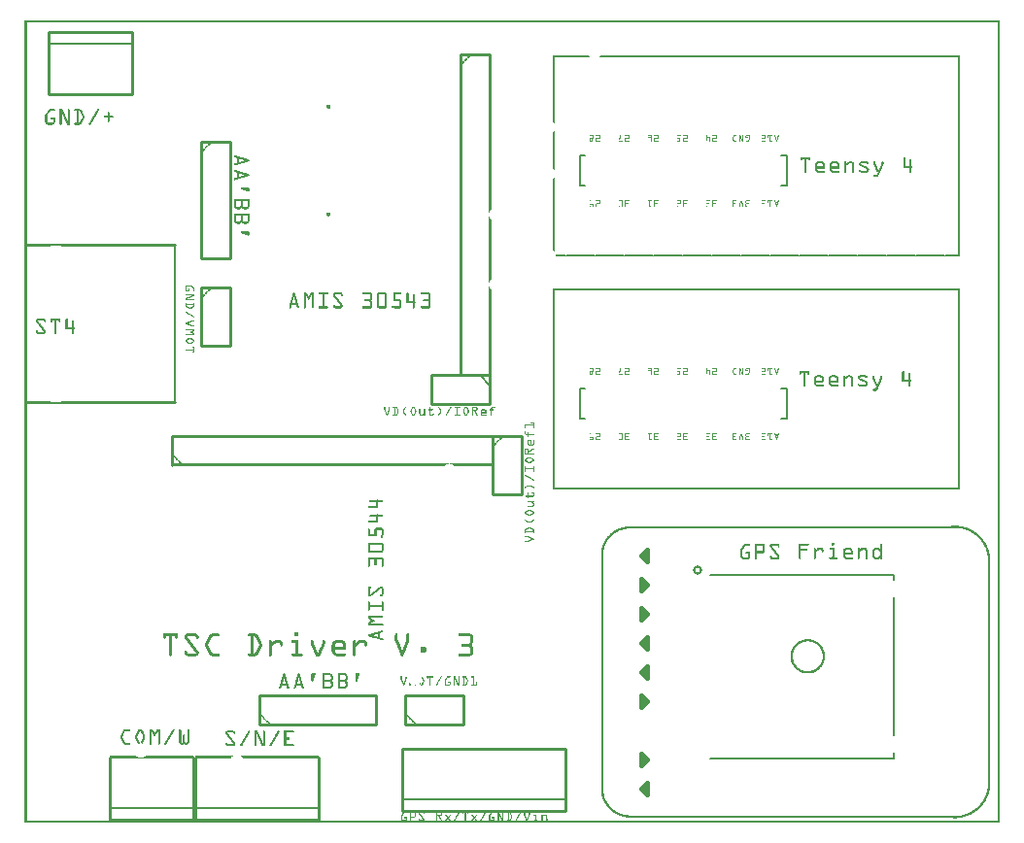
<source format=gto>
G04 MADE WITH FRITZING*
G04 WWW.FRITZING.ORG*
G04 DOUBLE SIDED*
G04 HOLES PLATED*
G04 CONTOUR ON CENTER OF CONTOUR VECTOR*
%ASAXBY*%
%FSLAX23Y23*%
%MOIN*%
%OFA0B0*%
%SFA1.0B1.0*%
%ADD10C,0.032898X0.0168976*%
%ADD11C,0.016000*%
%ADD12C,0.008000*%
%ADD13C,0.010000*%
%ADD14C,0.005000*%
%ADD15C,0.006944*%
%ADD16R,0.001000X0.001000*%
%LNSILK1*%
G90*
G70*
G54D10*
X2310Y869D03*
G54D11*
X2118Y238D02*
X2118Y198D01*
D02*
X2118Y198D02*
X2138Y218D01*
D02*
X2138Y218D02*
X2118Y238D01*
D02*
X2138Y898D02*
X2138Y938D01*
D02*
X2138Y938D02*
X2118Y918D01*
D02*
X2118Y918D02*
X2138Y898D01*
D02*
X2118Y738D02*
X2118Y698D01*
D02*
X2118Y698D02*
X2138Y718D01*
D02*
X2138Y718D02*
X2118Y738D01*
D02*
X2138Y498D02*
X2138Y538D01*
D02*
X2138Y538D02*
X2118Y518D01*
D02*
X2118Y518D02*
X2138Y498D01*
D02*
X2118Y438D02*
X2118Y398D01*
D02*
X2118Y398D02*
X2138Y418D01*
D02*
X2138Y418D02*
X2118Y438D01*
D02*
X2118Y838D02*
X2118Y798D01*
D02*
X2118Y798D02*
X2138Y818D01*
D02*
X2138Y818D02*
X2118Y838D01*
D02*
X2138Y598D02*
X2138Y638D01*
D02*
X2138Y638D02*
X2118Y618D01*
D02*
X2118Y618D02*
X2138Y598D01*
D02*
X2138Y98D02*
X2138Y138D01*
D02*
X2138Y138D02*
X2118Y118D01*
D02*
X2118Y118D02*
X2138Y98D01*
G54D12*
D02*
X2353Y853D02*
X2983Y853D01*
D02*
X2983Y223D02*
X2353Y223D01*
D02*
X2983Y775D02*
X2983Y302D01*
D02*
X2983Y243D02*
X2983Y223D01*
D02*
X2983Y853D02*
X2983Y834D01*
G54D13*
D02*
X1857Y256D02*
X1296Y256D01*
D02*
X1296Y256D02*
X1296Y40D01*
D02*
X1296Y40D02*
X1857Y40D01*
D02*
X1857Y40D02*
X1857Y256D01*
G54D14*
D02*
X1296Y80D02*
X1857Y80D01*
G54D12*
D02*
X518Y1444D02*
X518Y1984D01*
G54D13*
D02*
X294Y226D02*
X294Y10D01*
D02*
X294Y10D02*
X580Y10D01*
D02*
X580Y10D02*
X580Y226D01*
G54D14*
D02*
X294Y50D02*
X580Y50D01*
G54D13*
D02*
X586Y226D02*
X586Y10D01*
D02*
X586Y10D02*
X1010Y10D01*
D02*
X1010Y10D02*
X1010Y226D01*
G54D14*
D02*
X586Y50D02*
X1010Y50D01*
G54D13*
D02*
X808Y338D02*
X1208Y338D01*
D02*
X1208Y338D02*
X1208Y438D01*
D02*
X1208Y438D02*
X808Y438D01*
D02*
X808Y438D02*
X808Y338D01*
D02*
X608Y2338D02*
X608Y1938D01*
D02*
X608Y1938D02*
X708Y1938D01*
D02*
X708Y1938D02*
X708Y2338D01*
D02*
X708Y2338D02*
X608Y2338D01*
D02*
X1608Y1228D02*
X1608Y1328D01*
D02*
X1608Y1328D02*
X508Y1328D01*
D02*
X508Y1328D02*
X508Y1228D01*
D02*
X1498Y2638D02*
X1498Y1538D01*
D02*
X1498Y1538D02*
X1598Y1538D01*
D02*
X1598Y2638D02*
X1498Y2638D01*
D02*
X1308Y338D02*
X1508Y338D01*
D02*
X1508Y338D02*
X1508Y438D01*
D02*
X1508Y438D02*
X1308Y438D01*
D02*
X1308Y438D02*
X1308Y338D01*
D02*
X608Y1838D02*
X608Y1638D01*
D02*
X608Y1638D02*
X708Y1638D01*
D02*
X708Y1638D02*
X708Y1838D01*
D02*
X708Y1838D02*
X608Y1838D01*
D02*
X1608Y1328D02*
X1608Y1128D01*
D02*
X1608Y1128D02*
X1708Y1128D01*
D02*
X1708Y1128D02*
X1708Y1328D01*
D02*
X1708Y1328D02*
X1608Y1328D01*
D02*
X1598Y1538D02*
X1398Y1538D01*
D02*
X1398Y1538D02*
X1398Y1438D01*
D02*
X1398Y1438D02*
X1598Y1438D01*
D02*
X1598Y1438D02*
X1598Y1538D01*
G54D14*
D02*
X1563Y1538D02*
X1598Y1503D01*
G54D13*
D02*
X84Y2500D02*
X370Y2500D01*
D02*
X370Y2500D02*
X370Y2716D01*
D02*
X370Y2716D02*
X84Y2716D01*
D02*
X84Y2716D02*
X84Y2500D01*
G54D14*
D02*
X370Y2676D02*
X84Y2676D01*
G54D15*
X2597Y1490D02*
X2616Y1490D01*
X2616Y1389D01*
X2597Y1389D01*
D02*
X1925Y1389D02*
X1906Y1389D01*
X1906Y1490D01*
X1925Y1490D01*
D02*
X2597Y2290D02*
X2616Y2290D01*
X2616Y2189D01*
X2597Y2189D01*
D02*
X1925Y2189D02*
X1906Y2189D01*
X1906Y2290D01*
X1925Y2290D01*
D02*
G54D16*
X1Y2755D02*
X3346Y2755D01*
X1Y2754D02*
X3346Y2754D01*
X1Y2753D02*
X3346Y2753D01*
X1Y2752D02*
X3346Y2752D01*
X1Y2751D02*
X3346Y2751D01*
X1Y2750D02*
X3346Y2750D01*
X1Y2749D02*
X3346Y2749D01*
X1Y2748D02*
X3346Y2748D01*
X1Y2747D02*
X8Y2747D01*
X3339Y2747D02*
X3346Y2747D01*
X1Y2746D02*
X8Y2746D01*
X3339Y2746D02*
X3346Y2746D01*
X1Y2745D02*
X8Y2745D01*
X3339Y2745D02*
X3346Y2745D01*
X1Y2744D02*
X8Y2744D01*
X3339Y2744D02*
X3346Y2744D01*
X1Y2743D02*
X8Y2743D01*
X3339Y2743D02*
X3346Y2743D01*
X1Y2742D02*
X8Y2742D01*
X3339Y2742D02*
X3346Y2742D01*
X1Y2741D02*
X8Y2741D01*
X3339Y2741D02*
X3346Y2741D01*
X1Y2740D02*
X8Y2740D01*
X3339Y2740D02*
X3346Y2740D01*
X1Y2739D02*
X8Y2739D01*
X3339Y2739D02*
X3346Y2739D01*
X1Y2738D02*
X8Y2738D01*
X3339Y2738D02*
X3346Y2738D01*
X1Y2737D02*
X8Y2737D01*
X3339Y2737D02*
X3346Y2737D01*
X1Y2736D02*
X8Y2736D01*
X3339Y2736D02*
X3346Y2736D01*
X1Y2735D02*
X8Y2735D01*
X3339Y2735D02*
X3346Y2735D01*
X1Y2734D02*
X8Y2734D01*
X3339Y2734D02*
X3346Y2734D01*
X1Y2733D02*
X8Y2733D01*
X3339Y2733D02*
X3346Y2733D01*
X1Y2732D02*
X8Y2732D01*
X3339Y2732D02*
X3346Y2732D01*
X1Y2731D02*
X8Y2731D01*
X3339Y2731D02*
X3346Y2731D01*
X1Y2730D02*
X8Y2730D01*
X3339Y2730D02*
X3346Y2730D01*
X1Y2729D02*
X8Y2729D01*
X3339Y2729D02*
X3346Y2729D01*
X1Y2728D02*
X8Y2728D01*
X3339Y2728D02*
X3346Y2728D01*
X1Y2727D02*
X8Y2727D01*
X3339Y2727D02*
X3346Y2727D01*
X1Y2726D02*
X8Y2726D01*
X3339Y2726D02*
X3346Y2726D01*
X1Y2725D02*
X8Y2725D01*
X3339Y2725D02*
X3346Y2725D01*
X1Y2724D02*
X8Y2724D01*
X3339Y2724D02*
X3346Y2724D01*
X1Y2723D02*
X8Y2723D01*
X3339Y2723D02*
X3346Y2723D01*
X1Y2722D02*
X8Y2722D01*
X3339Y2722D02*
X3346Y2722D01*
X1Y2721D02*
X8Y2721D01*
X3339Y2721D02*
X3346Y2721D01*
X1Y2720D02*
X8Y2720D01*
X3339Y2720D02*
X3346Y2720D01*
X1Y2719D02*
X8Y2719D01*
X3339Y2719D02*
X3346Y2719D01*
X1Y2718D02*
X8Y2718D01*
X3339Y2718D02*
X3346Y2718D01*
X1Y2717D02*
X8Y2717D01*
X3339Y2717D02*
X3346Y2717D01*
X1Y2716D02*
X8Y2716D01*
X3339Y2716D02*
X3346Y2716D01*
X1Y2715D02*
X8Y2715D01*
X3339Y2715D02*
X3346Y2715D01*
X1Y2714D02*
X8Y2714D01*
X3339Y2714D02*
X3346Y2714D01*
X1Y2713D02*
X8Y2713D01*
X3339Y2713D02*
X3346Y2713D01*
X1Y2712D02*
X8Y2712D01*
X3339Y2712D02*
X3346Y2712D01*
X1Y2711D02*
X8Y2711D01*
X3339Y2711D02*
X3346Y2711D01*
X1Y2710D02*
X8Y2710D01*
X3339Y2710D02*
X3346Y2710D01*
X1Y2709D02*
X8Y2709D01*
X3339Y2709D02*
X3346Y2709D01*
X1Y2708D02*
X8Y2708D01*
X3339Y2708D02*
X3346Y2708D01*
X1Y2707D02*
X8Y2707D01*
X3339Y2707D02*
X3346Y2707D01*
X1Y2706D02*
X8Y2706D01*
X3339Y2706D02*
X3346Y2706D01*
X1Y2705D02*
X8Y2705D01*
X3339Y2705D02*
X3346Y2705D01*
X1Y2704D02*
X8Y2704D01*
X3339Y2704D02*
X3346Y2704D01*
X1Y2703D02*
X8Y2703D01*
X3339Y2703D02*
X3346Y2703D01*
X1Y2702D02*
X8Y2702D01*
X3339Y2702D02*
X3346Y2702D01*
X1Y2701D02*
X8Y2701D01*
X3339Y2701D02*
X3346Y2701D01*
X1Y2700D02*
X8Y2700D01*
X3339Y2700D02*
X3346Y2700D01*
X1Y2699D02*
X8Y2699D01*
X3339Y2699D02*
X3346Y2699D01*
X1Y2698D02*
X8Y2698D01*
X3339Y2698D02*
X3346Y2698D01*
X1Y2697D02*
X8Y2697D01*
X3339Y2697D02*
X3346Y2697D01*
X1Y2696D02*
X8Y2696D01*
X3339Y2696D02*
X3346Y2696D01*
X1Y2695D02*
X8Y2695D01*
X3339Y2695D02*
X3346Y2695D01*
X1Y2694D02*
X8Y2694D01*
X3339Y2694D02*
X3346Y2694D01*
X1Y2693D02*
X8Y2693D01*
X3339Y2693D02*
X3346Y2693D01*
X1Y2692D02*
X8Y2692D01*
X3339Y2692D02*
X3346Y2692D01*
X1Y2691D02*
X8Y2691D01*
X3339Y2691D02*
X3346Y2691D01*
X1Y2690D02*
X8Y2690D01*
X3339Y2690D02*
X3346Y2690D01*
X1Y2689D02*
X8Y2689D01*
X3339Y2689D02*
X3346Y2689D01*
X1Y2688D02*
X8Y2688D01*
X3339Y2688D02*
X3346Y2688D01*
X1Y2687D02*
X8Y2687D01*
X3339Y2687D02*
X3346Y2687D01*
X1Y2686D02*
X8Y2686D01*
X3339Y2686D02*
X3346Y2686D01*
X1Y2685D02*
X8Y2685D01*
X3339Y2685D02*
X3346Y2685D01*
X1Y2684D02*
X8Y2684D01*
X3339Y2684D02*
X3346Y2684D01*
X1Y2683D02*
X8Y2683D01*
X3339Y2683D02*
X3346Y2683D01*
X1Y2682D02*
X8Y2682D01*
X3339Y2682D02*
X3346Y2682D01*
X1Y2681D02*
X8Y2681D01*
X3339Y2681D02*
X3346Y2681D01*
X1Y2680D02*
X8Y2680D01*
X3339Y2680D02*
X3346Y2680D01*
X1Y2679D02*
X8Y2679D01*
X3339Y2679D02*
X3346Y2679D01*
X1Y2678D02*
X8Y2678D01*
X3339Y2678D02*
X3346Y2678D01*
X1Y2677D02*
X8Y2677D01*
X3339Y2677D02*
X3346Y2677D01*
X1Y2676D02*
X8Y2676D01*
X3339Y2676D02*
X3346Y2676D01*
X1Y2675D02*
X8Y2675D01*
X3339Y2675D02*
X3346Y2675D01*
X1Y2674D02*
X8Y2674D01*
X3339Y2674D02*
X3346Y2674D01*
X1Y2673D02*
X8Y2673D01*
X3339Y2673D02*
X3346Y2673D01*
X1Y2672D02*
X8Y2672D01*
X3339Y2672D02*
X3346Y2672D01*
X1Y2671D02*
X8Y2671D01*
X3339Y2671D02*
X3346Y2671D01*
X1Y2670D02*
X8Y2670D01*
X3339Y2670D02*
X3346Y2670D01*
X1Y2669D02*
X8Y2669D01*
X3339Y2669D02*
X3346Y2669D01*
X1Y2668D02*
X8Y2668D01*
X3339Y2668D02*
X3346Y2668D01*
X1Y2667D02*
X8Y2667D01*
X3339Y2667D02*
X3346Y2667D01*
X1Y2666D02*
X8Y2666D01*
X3339Y2666D02*
X3346Y2666D01*
X1Y2665D02*
X8Y2665D01*
X3339Y2665D02*
X3346Y2665D01*
X1Y2664D02*
X8Y2664D01*
X3339Y2664D02*
X3346Y2664D01*
X1Y2663D02*
X8Y2663D01*
X3339Y2663D02*
X3346Y2663D01*
X1Y2662D02*
X8Y2662D01*
X3339Y2662D02*
X3346Y2662D01*
X1Y2661D02*
X8Y2661D01*
X3339Y2661D02*
X3346Y2661D01*
X1Y2660D02*
X8Y2660D01*
X3339Y2660D02*
X3346Y2660D01*
X1Y2659D02*
X8Y2659D01*
X3339Y2659D02*
X3346Y2659D01*
X1Y2658D02*
X8Y2658D01*
X3339Y2658D02*
X3346Y2658D01*
X1Y2657D02*
X8Y2657D01*
X3339Y2657D02*
X3346Y2657D01*
X1Y2656D02*
X8Y2656D01*
X3339Y2656D02*
X3346Y2656D01*
X1Y2655D02*
X8Y2655D01*
X3339Y2655D02*
X3346Y2655D01*
X1Y2654D02*
X8Y2654D01*
X3339Y2654D02*
X3346Y2654D01*
X1Y2653D02*
X8Y2653D01*
X3339Y2653D02*
X3346Y2653D01*
X1Y2652D02*
X8Y2652D01*
X3339Y2652D02*
X3346Y2652D01*
X1Y2651D02*
X8Y2651D01*
X3339Y2651D02*
X3346Y2651D01*
X1Y2650D02*
X8Y2650D01*
X3339Y2650D02*
X3346Y2650D01*
X1Y2649D02*
X8Y2649D01*
X3339Y2649D02*
X3346Y2649D01*
X1Y2648D02*
X8Y2648D01*
X3339Y2648D02*
X3346Y2648D01*
X1Y2647D02*
X8Y2647D01*
X3339Y2647D02*
X3346Y2647D01*
X1Y2646D02*
X8Y2646D01*
X3339Y2646D02*
X3346Y2646D01*
X1Y2645D02*
X8Y2645D01*
X3339Y2645D02*
X3346Y2645D01*
X1Y2644D02*
X8Y2644D01*
X3339Y2644D02*
X3346Y2644D01*
X1Y2643D02*
X8Y2643D01*
X3339Y2643D02*
X3346Y2643D01*
X1Y2642D02*
X8Y2642D01*
X3339Y2642D02*
X3346Y2642D01*
X1Y2641D02*
X8Y2641D01*
X3339Y2641D02*
X3346Y2641D01*
X1Y2640D02*
X8Y2640D01*
X3339Y2640D02*
X3346Y2640D01*
X1Y2639D02*
X8Y2639D01*
X1531Y2639D02*
X1532Y2639D01*
X3339Y2639D02*
X3346Y2639D01*
X1Y2638D02*
X8Y2638D01*
X1530Y2638D02*
X1533Y2638D01*
X1594Y2638D02*
X1602Y2638D01*
X3339Y2638D02*
X3346Y2638D01*
X1Y2637D02*
X8Y2637D01*
X1529Y2637D02*
X1534Y2637D01*
X1594Y2637D02*
X1603Y2637D01*
X3339Y2637D02*
X3346Y2637D01*
X1Y2636D02*
X8Y2636D01*
X1528Y2636D02*
X1534Y2636D01*
X1594Y2636D02*
X1603Y2636D01*
X3339Y2636D02*
X3346Y2636D01*
X1Y2635D02*
X8Y2635D01*
X1527Y2635D02*
X1533Y2635D01*
X1594Y2635D02*
X1603Y2635D01*
X3339Y2635D02*
X3346Y2635D01*
X1Y2634D02*
X8Y2634D01*
X1526Y2634D02*
X1532Y2634D01*
X1594Y2634D02*
X1603Y2634D01*
X1814Y2634D02*
X1936Y2634D01*
X1978Y2634D02*
X3210Y2634D01*
X3339Y2634D02*
X3346Y2634D01*
X1Y2633D02*
X8Y2633D01*
X1525Y2633D02*
X1531Y2633D01*
X1594Y2633D02*
X1603Y2633D01*
X1814Y2633D02*
X1937Y2633D01*
X1978Y2633D02*
X3210Y2633D01*
X3339Y2633D02*
X3346Y2633D01*
X1Y2632D02*
X8Y2632D01*
X1524Y2632D02*
X1530Y2632D01*
X1594Y2632D02*
X1603Y2632D01*
X1814Y2632D02*
X1938Y2632D01*
X1977Y2632D02*
X3210Y2632D01*
X3339Y2632D02*
X3346Y2632D01*
X1Y2631D02*
X8Y2631D01*
X1523Y2631D02*
X1529Y2631D01*
X1594Y2631D02*
X1603Y2631D01*
X1814Y2631D02*
X1939Y2631D01*
X1976Y2631D02*
X3210Y2631D01*
X3339Y2631D02*
X3346Y2631D01*
X1Y2630D02*
X8Y2630D01*
X1522Y2630D02*
X1528Y2630D01*
X1594Y2630D02*
X1603Y2630D01*
X1814Y2630D02*
X1940Y2630D01*
X1975Y2630D02*
X3210Y2630D01*
X3339Y2630D02*
X3346Y2630D01*
X1Y2629D02*
X8Y2629D01*
X1521Y2629D02*
X1527Y2629D01*
X1594Y2629D02*
X1603Y2629D01*
X1814Y2629D02*
X1941Y2629D01*
X1974Y2629D02*
X3210Y2629D01*
X3339Y2629D02*
X3346Y2629D01*
X1Y2628D02*
X8Y2628D01*
X1520Y2628D02*
X1526Y2628D01*
X1594Y2628D02*
X1603Y2628D01*
X1814Y2628D02*
X1942Y2628D01*
X1973Y2628D02*
X3210Y2628D01*
X3339Y2628D02*
X3346Y2628D01*
X1Y2627D02*
X8Y2627D01*
X1519Y2627D02*
X1525Y2627D01*
X1594Y2627D02*
X1603Y2627D01*
X1814Y2627D02*
X1820Y2627D01*
X3204Y2627D02*
X3210Y2627D01*
X3339Y2627D02*
X3346Y2627D01*
X1Y2626D02*
X8Y2626D01*
X1518Y2626D02*
X1524Y2626D01*
X1594Y2626D02*
X1603Y2626D01*
X1814Y2626D02*
X1820Y2626D01*
X3204Y2626D02*
X3210Y2626D01*
X3339Y2626D02*
X3346Y2626D01*
X1Y2625D02*
X8Y2625D01*
X1517Y2625D02*
X1523Y2625D01*
X1594Y2625D02*
X1603Y2625D01*
X1814Y2625D02*
X1820Y2625D01*
X3204Y2625D02*
X3210Y2625D01*
X3339Y2625D02*
X3346Y2625D01*
X1Y2624D02*
X8Y2624D01*
X1516Y2624D02*
X1522Y2624D01*
X1594Y2624D02*
X1603Y2624D01*
X1814Y2624D02*
X1820Y2624D01*
X3204Y2624D02*
X3210Y2624D01*
X3339Y2624D02*
X3346Y2624D01*
X1Y2623D02*
X8Y2623D01*
X1515Y2623D02*
X1521Y2623D01*
X1594Y2623D02*
X1603Y2623D01*
X1814Y2623D02*
X1820Y2623D01*
X3204Y2623D02*
X3210Y2623D01*
X3339Y2623D02*
X3346Y2623D01*
X1Y2622D02*
X8Y2622D01*
X1514Y2622D02*
X1520Y2622D01*
X1594Y2622D02*
X1603Y2622D01*
X1814Y2622D02*
X1820Y2622D01*
X3204Y2622D02*
X3210Y2622D01*
X3339Y2622D02*
X3346Y2622D01*
X1Y2621D02*
X8Y2621D01*
X1513Y2621D02*
X1519Y2621D01*
X1594Y2621D02*
X1603Y2621D01*
X1814Y2621D02*
X1820Y2621D01*
X3204Y2621D02*
X3210Y2621D01*
X3339Y2621D02*
X3346Y2621D01*
X1Y2620D02*
X8Y2620D01*
X1512Y2620D02*
X1518Y2620D01*
X1594Y2620D02*
X1603Y2620D01*
X1814Y2620D02*
X1820Y2620D01*
X3204Y2620D02*
X3210Y2620D01*
X3339Y2620D02*
X3346Y2620D01*
X1Y2619D02*
X8Y2619D01*
X1511Y2619D02*
X1516Y2619D01*
X1594Y2619D02*
X1603Y2619D01*
X1814Y2619D02*
X1820Y2619D01*
X3204Y2619D02*
X3210Y2619D01*
X3339Y2619D02*
X3346Y2619D01*
X1Y2618D02*
X8Y2618D01*
X1510Y2618D02*
X1516Y2618D01*
X1594Y2618D02*
X1603Y2618D01*
X1814Y2618D02*
X1820Y2618D01*
X3204Y2618D02*
X3210Y2618D01*
X3339Y2618D02*
X3346Y2618D01*
X1Y2617D02*
X8Y2617D01*
X1509Y2617D02*
X1515Y2617D01*
X1594Y2617D02*
X1603Y2617D01*
X1814Y2617D02*
X1820Y2617D01*
X3204Y2617D02*
X3210Y2617D01*
X3339Y2617D02*
X3346Y2617D01*
X1Y2616D02*
X8Y2616D01*
X1508Y2616D02*
X1514Y2616D01*
X1594Y2616D02*
X1603Y2616D01*
X1814Y2616D02*
X1820Y2616D01*
X3204Y2616D02*
X3210Y2616D01*
X3339Y2616D02*
X3346Y2616D01*
X1Y2615D02*
X8Y2615D01*
X1507Y2615D02*
X1513Y2615D01*
X1594Y2615D02*
X1603Y2615D01*
X1814Y2615D02*
X1820Y2615D01*
X3204Y2615D02*
X3210Y2615D01*
X3339Y2615D02*
X3346Y2615D01*
X1Y2614D02*
X8Y2614D01*
X1506Y2614D02*
X1512Y2614D01*
X1594Y2614D02*
X1603Y2614D01*
X1814Y2614D02*
X1820Y2614D01*
X3204Y2614D02*
X3210Y2614D01*
X3339Y2614D02*
X3346Y2614D01*
X1Y2613D02*
X8Y2613D01*
X1505Y2613D02*
X1511Y2613D01*
X1594Y2613D02*
X1603Y2613D01*
X1814Y2613D02*
X1820Y2613D01*
X3204Y2613D02*
X3210Y2613D01*
X3339Y2613D02*
X3346Y2613D01*
X1Y2612D02*
X8Y2612D01*
X1504Y2612D02*
X1510Y2612D01*
X1594Y2612D02*
X1603Y2612D01*
X1814Y2612D02*
X1820Y2612D01*
X3204Y2612D02*
X3210Y2612D01*
X3339Y2612D02*
X3346Y2612D01*
X1Y2611D02*
X8Y2611D01*
X1503Y2611D02*
X1509Y2611D01*
X1594Y2611D02*
X1603Y2611D01*
X1814Y2611D02*
X1820Y2611D01*
X3204Y2611D02*
X3210Y2611D01*
X3339Y2611D02*
X3346Y2611D01*
X1Y2610D02*
X8Y2610D01*
X1502Y2610D02*
X1508Y2610D01*
X1594Y2610D02*
X1603Y2610D01*
X1814Y2610D02*
X1820Y2610D01*
X3204Y2610D02*
X3210Y2610D01*
X3339Y2610D02*
X3346Y2610D01*
X1Y2609D02*
X8Y2609D01*
X1501Y2609D02*
X1507Y2609D01*
X1594Y2609D02*
X1603Y2609D01*
X1814Y2609D02*
X1820Y2609D01*
X3204Y2609D02*
X3210Y2609D01*
X3339Y2609D02*
X3346Y2609D01*
X1Y2608D02*
X8Y2608D01*
X1500Y2608D02*
X1506Y2608D01*
X1594Y2608D02*
X1603Y2608D01*
X1814Y2608D02*
X1820Y2608D01*
X3204Y2608D02*
X3210Y2608D01*
X3339Y2608D02*
X3346Y2608D01*
X1Y2607D02*
X8Y2607D01*
X1499Y2607D02*
X1505Y2607D01*
X1594Y2607D02*
X1603Y2607D01*
X1814Y2607D02*
X1820Y2607D01*
X3204Y2607D02*
X3210Y2607D01*
X3339Y2607D02*
X3346Y2607D01*
X1Y2606D02*
X8Y2606D01*
X1498Y2606D02*
X1504Y2606D01*
X1594Y2606D02*
X1603Y2606D01*
X1814Y2606D02*
X1820Y2606D01*
X3204Y2606D02*
X3210Y2606D01*
X3339Y2606D02*
X3346Y2606D01*
X1Y2605D02*
X8Y2605D01*
X1497Y2605D02*
X1503Y2605D01*
X1594Y2605D02*
X1603Y2605D01*
X1814Y2605D02*
X1820Y2605D01*
X3204Y2605D02*
X3210Y2605D01*
X3339Y2605D02*
X3346Y2605D01*
X1Y2604D02*
X8Y2604D01*
X1498Y2604D02*
X1502Y2604D01*
X1594Y2604D02*
X1603Y2604D01*
X1814Y2604D02*
X1820Y2604D01*
X3204Y2604D02*
X3210Y2604D01*
X3339Y2604D02*
X3346Y2604D01*
X1Y2603D02*
X8Y2603D01*
X1499Y2603D02*
X1501Y2603D01*
X1594Y2603D02*
X1603Y2603D01*
X1814Y2603D02*
X1820Y2603D01*
X3204Y2603D02*
X3210Y2603D01*
X3339Y2603D02*
X3346Y2603D01*
X1Y2602D02*
X8Y2602D01*
X1500Y2602D02*
X1500Y2602D01*
X1594Y2602D02*
X1603Y2602D01*
X1814Y2602D02*
X1820Y2602D01*
X3204Y2602D02*
X3210Y2602D01*
X3339Y2602D02*
X3346Y2602D01*
X1Y2601D02*
X8Y2601D01*
X1594Y2601D02*
X1603Y2601D01*
X1814Y2601D02*
X1820Y2601D01*
X3204Y2601D02*
X3210Y2601D01*
X3339Y2601D02*
X3346Y2601D01*
X1Y2600D02*
X8Y2600D01*
X1594Y2600D02*
X1603Y2600D01*
X1814Y2600D02*
X1820Y2600D01*
X3204Y2600D02*
X3210Y2600D01*
X3339Y2600D02*
X3346Y2600D01*
X1Y2599D02*
X8Y2599D01*
X1594Y2599D02*
X1603Y2599D01*
X1814Y2599D02*
X1820Y2599D01*
X3204Y2599D02*
X3210Y2599D01*
X3339Y2599D02*
X3346Y2599D01*
X1Y2598D02*
X8Y2598D01*
X1594Y2598D02*
X1603Y2598D01*
X1814Y2598D02*
X1820Y2598D01*
X3204Y2598D02*
X3210Y2598D01*
X3339Y2598D02*
X3346Y2598D01*
X1Y2597D02*
X8Y2597D01*
X1594Y2597D02*
X1603Y2597D01*
X1814Y2597D02*
X1820Y2597D01*
X3204Y2597D02*
X3210Y2597D01*
X3339Y2597D02*
X3346Y2597D01*
X1Y2596D02*
X8Y2596D01*
X1594Y2596D02*
X1603Y2596D01*
X1814Y2596D02*
X1820Y2596D01*
X3204Y2596D02*
X3210Y2596D01*
X3339Y2596D02*
X3346Y2596D01*
X1Y2595D02*
X8Y2595D01*
X1594Y2595D02*
X1603Y2595D01*
X1814Y2595D02*
X1820Y2595D01*
X3204Y2595D02*
X3210Y2595D01*
X3339Y2595D02*
X3346Y2595D01*
X1Y2594D02*
X8Y2594D01*
X1594Y2594D02*
X1603Y2594D01*
X1814Y2594D02*
X1820Y2594D01*
X3204Y2594D02*
X3210Y2594D01*
X3339Y2594D02*
X3346Y2594D01*
X1Y2593D02*
X8Y2593D01*
X1594Y2593D02*
X1603Y2593D01*
X1814Y2593D02*
X1820Y2593D01*
X3204Y2593D02*
X3210Y2593D01*
X3339Y2593D02*
X3346Y2593D01*
X1Y2592D02*
X8Y2592D01*
X1594Y2592D02*
X1603Y2592D01*
X1814Y2592D02*
X1820Y2592D01*
X3204Y2592D02*
X3210Y2592D01*
X3339Y2592D02*
X3346Y2592D01*
X1Y2591D02*
X8Y2591D01*
X1594Y2591D02*
X1603Y2591D01*
X1814Y2591D02*
X1819Y2591D01*
X3204Y2591D02*
X3210Y2591D01*
X3339Y2591D02*
X3346Y2591D01*
X1Y2590D02*
X8Y2590D01*
X1594Y2590D02*
X1603Y2590D01*
X1814Y2590D02*
X1819Y2590D01*
X3204Y2590D02*
X3210Y2590D01*
X3339Y2590D02*
X3346Y2590D01*
X1Y2589D02*
X8Y2589D01*
X1594Y2589D02*
X1603Y2589D01*
X1814Y2589D02*
X1819Y2589D01*
X3204Y2589D02*
X3210Y2589D01*
X3339Y2589D02*
X3346Y2589D01*
X1Y2588D02*
X8Y2588D01*
X1594Y2588D02*
X1603Y2588D01*
X1814Y2588D02*
X1819Y2588D01*
X3204Y2588D02*
X3210Y2588D01*
X3339Y2588D02*
X3346Y2588D01*
X1Y2587D02*
X8Y2587D01*
X1594Y2587D02*
X1603Y2587D01*
X1814Y2587D02*
X1819Y2587D01*
X3204Y2587D02*
X3210Y2587D01*
X3339Y2587D02*
X3346Y2587D01*
X1Y2586D02*
X8Y2586D01*
X1594Y2586D02*
X1603Y2586D01*
X1814Y2586D02*
X1819Y2586D01*
X3204Y2586D02*
X3210Y2586D01*
X3339Y2586D02*
X3346Y2586D01*
X1Y2585D02*
X8Y2585D01*
X1594Y2585D02*
X1603Y2585D01*
X1814Y2585D02*
X1819Y2585D01*
X3204Y2585D02*
X3210Y2585D01*
X3339Y2585D02*
X3346Y2585D01*
X1Y2584D02*
X8Y2584D01*
X1594Y2584D02*
X1603Y2584D01*
X1814Y2584D02*
X1820Y2584D01*
X3204Y2584D02*
X3210Y2584D01*
X3339Y2584D02*
X3346Y2584D01*
X1Y2583D02*
X8Y2583D01*
X1594Y2583D02*
X1603Y2583D01*
X1814Y2583D02*
X1820Y2583D01*
X3204Y2583D02*
X3210Y2583D01*
X3339Y2583D02*
X3346Y2583D01*
X1Y2582D02*
X8Y2582D01*
X1594Y2582D02*
X1603Y2582D01*
X1814Y2582D02*
X1820Y2582D01*
X3204Y2582D02*
X3210Y2582D01*
X3339Y2582D02*
X3346Y2582D01*
X1Y2581D02*
X8Y2581D01*
X1594Y2581D02*
X1603Y2581D01*
X1814Y2581D02*
X1820Y2581D01*
X3204Y2581D02*
X3210Y2581D01*
X3339Y2581D02*
X3346Y2581D01*
X1Y2580D02*
X8Y2580D01*
X1594Y2580D02*
X1603Y2580D01*
X1814Y2580D02*
X1820Y2580D01*
X3204Y2580D02*
X3210Y2580D01*
X3339Y2580D02*
X3346Y2580D01*
X1Y2579D02*
X8Y2579D01*
X1594Y2579D02*
X1603Y2579D01*
X1814Y2579D02*
X1820Y2579D01*
X3204Y2579D02*
X3210Y2579D01*
X3339Y2579D02*
X3346Y2579D01*
X1Y2578D02*
X8Y2578D01*
X1594Y2578D02*
X1603Y2578D01*
X1814Y2578D02*
X1820Y2578D01*
X3204Y2578D02*
X3210Y2578D01*
X3339Y2578D02*
X3346Y2578D01*
X1Y2577D02*
X8Y2577D01*
X1594Y2577D02*
X1603Y2577D01*
X1814Y2577D02*
X1820Y2577D01*
X3204Y2577D02*
X3210Y2577D01*
X3339Y2577D02*
X3346Y2577D01*
X1Y2576D02*
X8Y2576D01*
X1594Y2576D02*
X1603Y2576D01*
X1814Y2576D02*
X1820Y2576D01*
X3204Y2576D02*
X3210Y2576D01*
X3339Y2576D02*
X3346Y2576D01*
X1Y2575D02*
X8Y2575D01*
X1594Y2575D02*
X1603Y2575D01*
X1814Y2575D02*
X1820Y2575D01*
X3204Y2575D02*
X3210Y2575D01*
X3339Y2575D02*
X3346Y2575D01*
X1Y2574D02*
X8Y2574D01*
X1594Y2574D02*
X1603Y2574D01*
X1814Y2574D02*
X1820Y2574D01*
X3204Y2574D02*
X3210Y2574D01*
X3339Y2574D02*
X3346Y2574D01*
X1Y2573D02*
X8Y2573D01*
X1594Y2573D02*
X1603Y2573D01*
X1814Y2573D02*
X1820Y2573D01*
X3204Y2573D02*
X3210Y2573D01*
X3339Y2573D02*
X3346Y2573D01*
X1Y2572D02*
X8Y2572D01*
X1594Y2572D02*
X1603Y2572D01*
X1814Y2572D02*
X1820Y2572D01*
X3204Y2572D02*
X3210Y2572D01*
X3339Y2572D02*
X3346Y2572D01*
X1Y2571D02*
X8Y2571D01*
X1594Y2571D02*
X1603Y2571D01*
X1814Y2571D02*
X1820Y2571D01*
X3204Y2571D02*
X3210Y2571D01*
X3339Y2571D02*
X3346Y2571D01*
X1Y2570D02*
X8Y2570D01*
X1594Y2570D02*
X1603Y2570D01*
X1814Y2570D02*
X1820Y2570D01*
X3204Y2570D02*
X3210Y2570D01*
X3339Y2570D02*
X3346Y2570D01*
X1Y2569D02*
X8Y2569D01*
X1594Y2569D02*
X1603Y2569D01*
X1814Y2569D02*
X1820Y2569D01*
X3204Y2569D02*
X3210Y2569D01*
X3339Y2569D02*
X3346Y2569D01*
X1Y2568D02*
X8Y2568D01*
X1594Y2568D02*
X1603Y2568D01*
X1814Y2568D02*
X1820Y2568D01*
X3204Y2568D02*
X3210Y2568D01*
X3339Y2568D02*
X3346Y2568D01*
X1Y2567D02*
X8Y2567D01*
X1594Y2567D02*
X1603Y2567D01*
X1814Y2567D02*
X1820Y2567D01*
X3204Y2567D02*
X3210Y2567D01*
X3339Y2567D02*
X3346Y2567D01*
X1Y2566D02*
X8Y2566D01*
X1594Y2566D02*
X1603Y2566D01*
X1814Y2566D02*
X1820Y2566D01*
X3204Y2566D02*
X3210Y2566D01*
X3339Y2566D02*
X3346Y2566D01*
X1Y2565D02*
X8Y2565D01*
X1594Y2565D02*
X1603Y2565D01*
X1814Y2565D02*
X1820Y2565D01*
X3204Y2565D02*
X3210Y2565D01*
X3339Y2565D02*
X3346Y2565D01*
X1Y2564D02*
X8Y2564D01*
X1594Y2564D02*
X1603Y2564D01*
X1814Y2564D02*
X1820Y2564D01*
X3204Y2564D02*
X3210Y2564D01*
X3339Y2564D02*
X3346Y2564D01*
X1Y2563D02*
X8Y2563D01*
X1594Y2563D02*
X1603Y2563D01*
X1814Y2563D02*
X1820Y2563D01*
X3204Y2563D02*
X3210Y2563D01*
X3339Y2563D02*
X3346Y2563D01*
X1Y2562D02*
X8Y2562D01*
X1594Y2562D02*
X1603Y2562D01*
X1814Y2562D02*
X1820Y2562D01*
X3204Y2562D02*
X3210Y2562D01*
X3339Y2562D02*
X3346Y2562D01*
X1Y2561D02*
X8Y2561D01*
X1594Y2561D02*
X1603Y2561D01*
X1814Y2561D02*
X1820Y2561D01*
X3204Y2561D02*
X3210Y2561D01*
X3339Y2561D02*
X3346Y2561D01*
X1Y2560D02*
X8Y2560D01*
X1594Y2560D02*
X1603Y2560D01*
X1814Y2560D02*
X1820Y2560D01*
X3204Y2560D02*
X3210Y2560D01*
X3339Y2560D02*
X3346Y2560D01*
X1Y2559D02*
X8Y2559D01*
X1594Y2559D02*
X1603Y2559D01*
X1814Y2559D02*
X1820Y2559D01*
X3204Y2559D02*
X3210Y2559D01*
X3339Y2559D02*
X3346Y2559D01*
X1Y2558D02*
X8Y2558D01*
X1594Y2558D02*
X1603Y2558D01*
X1814Y2558D02*
X1820Y2558D01*
X3204Y2558D02*
X3210Y2558D01*
X3339Y2558D02*
X3346Y2558D01*
X1Y2557D02*
X8Y2557D01*
X1594Y2557D02*
X1603Y2557D01*
X1814Y2557D02*
X1820Y2557D01*
X3204Y2557D02*
X3210Y2557D01*
X3339Y2557D02*
X3346Y2557D01*
X1Y2556D02*
X8Y2556D01*
X1594Y2556D02*
X1603Y2556D01*
X1814Y2556D02*
X1820Y2556D01*
X3204Y2556D02*
X3210Y2556D01*
X3339Y2556D02*
X3346Y2556D01*
X1Y2555D02*
X8Y2555D01*
X1594Y2555D02*
X1603Y2555D01*
X1814Y2555D02*
X1820Y2555D01*
X3204Y2555D02*
X3210Y2555D01*
X3339Y2555D02*
X3346Y2555D01*
X1Y2554D02*
X8Y2554D01*
X1594Y2554D02*
X1603Y2554D01*
X1814Y2554D02*
X1820Y2554D01*
X3204Y2554D02*
X3210Y2554D01*
X3339Y2554D02*
X3346Y2554D01*
X1Y2553D02*
X8Y2553D01*
X1594Y2553D02*
X1603Y2553D01*
X1814Y2553D02*
X1820Y2553D01*
X3204Y2553D02*
X3210Y2553D01*
X3339Y2553D02*
X3346Y2553D01*
X1Y2552D02*
X8Y2552D01*
X1594Y2552D02*
X1603Y2552D01*
X1814Y2552D02*
X1820Y2552D01*
X3204Y2552D02*
X3210Y2552D01*
X3339Y2552D02*
X3346Y2552D01*
X1Y2551D02*
X8Y2551D01*
X1594Y2551D02*
X1603Y2551D01*
X1814Y2551D02*
X1820Y2551D01*
X3204Y2551D02*
X3210Y2551D01*
X3339Y2551D02*
X3346Y2551D01*
X1Y2550D02*
X8Y2550D01*
X1594Y2550D02*
X1603Y2550D01*
X1814Y2550D02*
X1820Y2550D01*
X3204Y2550D02*
X3210Y2550D01*
X3339Y2550D02*
X3346Y2550D01*
X1Y2549D02*
X8Y2549D01*
X1594Y2549D02*
X1603Y2549D01*
X1814Y2549D02*
X1820Y2549D01*
X3204Y2549D02*
X3210Y2549D01*
X3339Y2549D02*
X3346Y2549D01*
X1Y2548D02*
X8Y2548D01*
X1594Y2548D02*
X1603Y2548D01*
X1814Y2548D02*
X1820Y2548D01*
X3204Y2548D02*
X3210Y2548D01*
X3339Y2548D02*
X3346Y2548D01*
X1Y2547D02*
X8Y2547D01*
X1594Y2547D02*
X1603Y2547D01*
X1814Y2547D02*
X1820Y2547D01*
X3204Y2547D02*
X3210Y2547D01*
X3339Y2547D02*
X3346Y2547D01*
X1Y2546D02*
X8Y2546D01*
X1594Y2546D02*
X1603Y2546D01*
X1814Y2546D02*
X1820Y2546D01*
X3204Y2546D02*
X3210Y2546D01*
X3339Y2546D02*
X3346Y2546D01*
X1Y2545D02*
X8Y2545D01*
X1594Y2545D02*
X1603Y2545D01*
X1814Y2545D02*
X1820Y2545D01*
X3204Y2545D02*
X3210Y2545D01*
X3339Y2545D02*
X3346Y2545D01*
X1Y2544D02*
X8Y2544D01*
X1594Y2544D02*
X1603Y2544D01*
X1814Y2544D02*
X1820Y2544D01*
X3204Y2544D02*
X3210Y2544D01*
X3339Y2544D02*
X3346Y2544D01*
X1Y2543D02*
X8Y2543D01*
X1594Y2543D02*
X1603Y2543D01*
X1814Y2543D02*
X1820Y2543D01*
X3204Y2543D02*
X3210Y2543D01*
X3339Y2543D02*
X3346Y2543D01*
X1Y2542D02*
X8Y2542D01*
X1594Y2542D02*
X1603Y2542D01*
X1814Y2542D02*
X1820Y2542D01*
X3204Y2542D02*
X3210Y2542D01*
X3339Y2542D02*
X3346Y2542D01*
X1Y2541D02*
X8Y2541D01*
X1594Y2541D02*
X1603Y2541D01*
X1814Y2541D02*
X1820Y2541D01*
X3204Y2541D02*
X3210Y2541D01*
X3339Y2541D02*
X3346Y2541D01*
X1Y2540D02*
X8Y2540D01*
X1594Y2540D02*
X1603Y2540D01*
X1814Y2540D02*
X1820Y2540D01*
X3204Y2540D02*
X3210Y2540D01*
X3339Y2540D02*
X3346Y2540D01*
X1Y2539D02*
X8Y2539D01*
X1594Y2539D02*
X1603Y2539D01*
X1814Y2539D02*
X1820Y2539D01*
X3204Y2539D02*
X3210Y2539D01*
X3339Y2539D02*
X3346Y2539D01*
X1Y2538D02*
X8Y2538D01*
X1594Y2538D02*
X1603Y2538D01*
X1814Y2538D02*
X1820Y2538D01*
X3204Y2538D02*
X3210Y2538D01*
X3339Y2538D02*
X3346Y2538D01*
X1Y2537D02*
X8Y2537D01*
X1594Y2537D02*
X1603Y2537D01*
X1814Y2537D02*
X1820Y2537D01*
X3204Y2537D02*
X3210Y2537D01*
X3339Y2537D02*
X3346Y2537D01*
X1Y2536D02*
X8Y2536D01*
X1594Y2536D02*
X1603Y2536D01*
X1814Y2536D02*
X1820Y2536D01*
X3204Y2536D02*
X3210Y2536D01*
X3339Y2536D02*
X3346Y2536D01*
X1Y2535D02*
X8Y2535D01*
X1594Y2535D02*
X1603Y2535D01*
X1814Y2535D02*
X1820Y2535D01*
X3204Y2535D02*
X3210Y2535D01*
X3339Y2535D02*
X3346Y2535D01*
X1Y2534D02*
X8Y2534D01*
X1594Y2534D02*
X1603Y2534D01*
X1814Y2534D02*
X1820Y2534D01*
X3204Y2534D02*
X3210Y2534D01*
X3339Y2534D02*
X3346Y2534D01*
X1Y2533D02*
X8Y2533D01*
X1594Y2533D02*
X1603Y2533D01*
X1814Y2533D02*
X1820Y2533D01*
X3204Y2533D02*
X3210Y2533D01*
X3339Y2533D02*
X3346Y2533D01*
X1Y2532D02*
X8Y2532D01*
X1594Y2532D02*
X1603Y2532D01*
X1814Y2532D02*
X1820Y2532D01*
X3204Y2532D02*
X3210Y2532D01*
X3339Y2532D02*
X3346Y2532D01*
X1Y2531D02*
X8Y2531D01*
X1594Y2531D02*
X1603Y2531D01*
X1814Y2531D02*
X1820Y2531D01*
X3204Y2531D02*
X3210Y2531D01*
X3339Y2531D02*
X3346Y2531D01*
X1Y2530D02*
X8Y2530D01*
X1594Y2530D02*
X1603Y2530D01*
X1814Y2530D02*
X1820Y2530D01*
X3204Y2530D02*
X3210Y2530D01*
X3339Y2530D02*
X3346Y2530D01*
X1Y2529D02*
X8Y2529D01*
X1594Y2529D02*
X1603Y2529D01*
X1814Y2529D02*
X1820Y2529D01*
X3204Y2529D02*
X3210Y2529D01*
X3339Y2529D02*
X3346Y2529D01*
X1Y2528D02*
X8Y2528D01*
X1594Y2528D02*
X1603Y2528D01*
X1814Y2528D02*
X1820Y2528D01*
X3204Y2528D02*
X3210Y2528D01*
X3339Y2528D02*
X3346Y2528D01*
X1Y2527D02*
X8Y2527D01*
X1594Y2527D02*
X1603Y2527D01*
X1814Y2527D02*
X1820Y2527D01*
X3204Y2527D02*
X3210Y2527D01*
X3339Y2527D02*
X3346Y2527D01*
X1Y2526D02*
X8Y2526D01*
X1594Y2526D02*
X1603Y2526D01*
X1814Y2526D02*
X1820Y2526D01*
X3204Y2526D02*
X3210Y2526D01*
X3339Y2526D02*
X3346Y2526D01*
X1Y2525D02*
X8Y2525D01*
X1594Y2525D02*
X1603Y2525D01*
X1814Y2525D02*
X1820Y2525D01*
X3204Y2525D02*
X3210Y2525D01*
X3339Y2525D02*
X3346Y2525D01*
X1Y2524D02*
X8Y2524D01*
X1594Y2524D02*
X1603Y2524D01*
X1814Y2524D02*
X1820Y2524D01*
X3204Y2524D02*
X3210Y2524D01*
X3339Y2524D02*
X3346Y2524D01*
X1Y2523D02*
X8Y2523D01*
X1594Y2523D02*
X1603Y2523D01*
X1814Y2523D02*
X1820Y2523D01*
X3204Y2523D02*
X3210Y2523D01*
X3339Y2523D02*
X3346Y2523D01*
X1Y2522D02*
X8Y2522D01*
X1594Y2522D02*
X1603Y2522D01*
X1814Y2522D02*
X1820Y2522D01*
X3204Y2522D02*
X3210Y2522D01*
X3339Y2522D02*
X3346Y2522D01*
X1Y2521D02*
X8Y2521D01*
X1594Y2521D02*
X1603Y2521D01*
X1814Y2521D02*
X1820Y2521D01*
X3204Y2521D02*
X3210Y2521D01*
X3339Y2521D02*
X3346Y2521D01*
X1Y2520D02*
X8Y2520D01*
X1594Y2520D02*
X1603Y2520D01*
X1814Y2520D02*
X1820Y2520D01*
X3204Y2520D02*
X3210Y2520D01*
X3339Y2520D02*
X3346Y2520D01*
X1Y2519D02*
X8Y2519D01*
X1594Y2519D02*
X1603Y2519D01*
X1814Y2519D02*
X1820Y2519D01*
X3204Y2519D02*
X3210Y2519D01*
X3339Y2519D02*
X3346Y2519D01*
X1Y2518D02*
X8Y2518D01*
X1594Y2518D02*
X1603Y2518D01*
X1814Y2518D02*
X1820Y2518D01*
X3204Y2518D02*
X3210Y2518D01*
X3339Y2518D02*
X3346Y2518D01*
X1Y2517D02*
X8Y2517D01*
X1594Y2517D02*
X1603Y2517D01*
X1814Y2517D02*
X1820Y2517D01*
X3204Y2517D02*
X3210Y2517D01*
X3339Y2517D02*
X3346Y2517D01*
X1Y2516D02*
X8Y2516D01*
X1594Y2516D02*
X1603Y2516D01*
X1814Y2516D02*
X1820Y2516D01*
X3204Y2516D02*
X3210Y2516D01*
X3339Y2516D02*
X3346Y2516D01*
X1Y2515D02*
X8Y2515D01*
X1594Y2515D02*
X1603Y2515D01*
X1814Y2515D02*
X1820Y2515D01*
X3204Y2515D02*
X3210Y2515D01*
X3339Y2515D02*
X3346Y2515D01*
X1Y2514D02*
X8Y2514D01*
X1594Y2514D02*
X1603Y2514D01*
X1814Y2514D02*
X1820Y2514D01*
X3204Y2514D02*
X3210Y2514D01*
X3339Y2514D02*
X3346Y2514D01*
X1Y2513D02*
X8Y2513D01*
X1594Y2513D02*
X1603Y2513D01*
X1814Y2513D02*
X1820Y2513D01*
X3204Y2513D02*
X3210Y2513D01*
X3339Y2513D02*
X3346Y2513D01*
X1Y2512D02*
X8Y2512D01*
X1594Y2512D02*
X1603Y2512D01*
X1814Y2512D02*
X1820Y2512D01*
X3204Y2512D02*
X3210Y2512D01*
X3339Y2512D02*
X3346Y2512D01*
X1Y2511D02*
X8Y2511D01*
X1594Y2511D02*
X1603Y2511D01*
X1814Y2511D02*
X1820Y2511D01*
X3204Y2511D02*
X3210Y2511D01*
X3339Y2511D02*
X3346Y2511D01*
X1Y2510D02*
X8Y2510D01*
X1594Y2510D02*
X1603Y2510D01*
X1814Y2510D02*
X1820Y2510D01*
X3204Y2510D02*
X3210Y2510D01*
X3339Y2510D02*
X3346Y2510D01*
X1Y2509D02*
X8Y2509D01*
X1594Y2509D02*
X1603Y2509D01*
X1814Y2509D02*
X1820Y2509D01*
X3204Y2509D02*
X3210Y2509D01*
X3339Y2509D02*
X3346Y2509D01*
X1Y2508D02*
X8Y2508D01*
X1594Y2508D02*
X1603Y2508D01*
X1814Y2508D02*
X1820Y2508D01*
X3204Y2508D02*
X3210Y2508D01*
X3339Y2508D02*
X3346Y2508D01*
X1Y2507D02*
X8Y2507D01*
X1594Y2507D02*
X1603Y2507D01*
X1814Y2507D02*
X1820Y2507D01*
X3204Y2507D02*
X3210Y2507D01*
X3339Y2507D02*
X3346Y2507D01*
X1Y2506D02*
X8Y2506D01*
X1594Y2506D02*
X1603Y2506D01*
X1814Y2506D02*
X1820Y2506D01*
X3204Y2506D02*
X3210Y2506D01*
X3339Y2506D02*
X3346Y2506D01*
X1Y2505D02*
X8Y2505D01*
X1594Y2505D02*
X1603Y2505D01*
X1814Y2505D02*
X1820Y2505D01*
X3204Y2505D02*
X3210Y2505D01*
X3339Y2505D02*
X3346Y2505D01*
X1Y2504D02*
X8Y2504D01*
X1594Y2504D02*
X1603Y2504D01*
X1814Y2504D02*
X1820Y2504D01*
X3204Y2504D02*
X3210Y2504D01*
X3339Y2504D02*
X3346Y2504D01*
X1Y2503D02*
X8Y2503D01*
X1594Y2503D02*
X1603Y2503D01*
X1814Y2503D02*
X1820Y2503D01*
X3204Y2503D02*
X3210Y2503D01*
X3339Y2503D02*
X3346Y2503D01*
X1Y2502D02*
X8Y2502D01*
X1594Y2502D02*
X1603Y2502D01*
X1814Y2502D02*
X1820Y2502D01*
X3204Y2502D02*
X3210Y2502D01*
X3339Y2502D02*
X3346Y2502D01*
X1Y2501D02*
X8Y2501D01*
X1594Y2501D02*
X1603Y2501D01*
X1814Y2501D02*
X1820Y2501D01*
X3204Y2501D02*
X3210Y2501D01*
X3339Y2501D02*
X3346Y2501D01*
X1Y2500D02*
X8Y2500D01*
X1594Y2500D02*
X1603Y2500D01*
X1814Y2500D02*
X1820Y2500D01*
X3204Y2500D02*
X3210Y2500D01*
X3339Y2500D02*
X3346Y2500D01*
X1Y2499D02*
X8Y2499D01*
X1594Y2499D02*
X1603Y2499D01*
X1814Y2499D02*
X1820Y2499D01*
X3204Y2499D02*
X3210Y2499D01*
X3339Y2499D02*
X3346Y2499D01*
X1Y2498D02*
X8Y2498D01*
X1594Y2498D02*
X1603Y2498D01*
X1814Y2498D02*
X1820Y2498D01*
X3204Y2498D02*
X3210Y2498D01*
X3339Y2498D02*
X3346Y2498D01*
X1Y2497D02*
X8Y2497D01*
X1594Y2497D02*
X1603Y2497D01*
X1814Y2497D02*
X1820Y2497D01*
X3204Y2497D02*
X3210Y2497D01*
X3339Y2497D02*
X3346Y2497D01*
X1Y2496D02*
X8Y2496D01*
X1594Y2496D02*
X1603Y2496D01*
X1814Y2496D02*
X1820Y2496D01*
X3204Y2496D02*
X3210Y2496D01*
X3339Y2496D02*
X3346Y2496D01*
X1Y2495D02*
X8Y2495D01*
X1594Y2495D02*
X1603Y2495D01*
X1814Y2495D02*
X1820Y2495D01*
X3204Y2495D02*
X3210Y2495D01*
X3339Y2495D02*
X3346Y2495D01*
X1Y2494D02*
X8Y2494D01*
X1594Y2494D02*
X1603Y2494D01*
X1814Y2494D02*
X1820Y2494D01*
X3204Y2494D02*
X3210Y2494D01*
X3339Y2494D02*
X3346Y2494D01*
X1Y2493D02*
X8Y2493D01*
X1594Y2493D02*
X1603Y2493D01*
X1814Y2493D02*
X1820Y2493D01*
X3204Y2493D02*
X3210Y2493D01*
X3339Y2493D02*
X3346Y2493D01*
X1Y2492D02*
X8Y2492D01*
X1594Y2492D02*
X1603Y2492D01*
X1814Y2492D02*
X1820Y2492D01*
X3204Y2492D02*
X3210Y2492D01*
X3339Y2492D02*
X3346Y2492D01*
X1Y2491D02*
X8Y2491D01*
X1594Y2491D02*
X1603Y2491D01*
X1814Y2491D02*
X1819Y2491D01*
X3204Y2491D02*
X3210Y2491D01*
X3339Y2491D02*
X3346Y2491D01*
X1Y2490D02*
X8Y2490D01*
X1594Y2490D02*
X1603Y2490D01*
X1814Y2490D02*
X1819Y2490D01*
X3204Y2490D02*
X3210Y2490D01*
X3339Y2490D02*
X3346Y2490D01*
X1Y2489D02*
X8Y2489D01*
X1594Y2489D02*
X1603Y2489D01*
X1814Y2489D02*
X1819Y2489D01*
X3204Y2489D02*
X3210Y2489D01*
X3339Y2489D02*
X3346Y2489D01*
X1Y2488D02*
X8Y2488D01*
X1594Y2488D02*
X1603Y2488D01*
X1814Y2488D02*
X1819Y2488D01*
X3204Y2488D02*
X3210Y2488D01*
X3339Y2488D02*
X3346Y2488D01*
X1Y2487D02*
X8Y2487D01*
X1594Y2487D02*
X1603Y2487D01*
X1814Y2487D02*
X1819Y2487D01*
X3204Y2487D02*
X3210Y2487D01*
X3339Y2487D02*
X3346Y2487D01*
X1Y2486D02*
X8Y2486D01*
X1594Y2486D02*
X1603Y2486D01*
X1814Y2486D02*
X1819Y2486D01*
X3204Y2486D02*
X3210Y2486D01*
X3339Y2486D02*
X3346Y2486D01*
X1Y2485D02*
X8Y2485D01*
X1594Y2485D02*
X1603Y2485D01*
X1814Y2485D02*
X1819Y2485D01*
X3204Y2485D02*
X3210Y2485D01*
X3339Y2485D02*
X3346Y2485D01*
X1Y2484D02*
X8Y2484D01*
X1594Y2484D02*
X1603Y2484D01*
X1814Y2484D02*
X1820Y2484D01*
X3204Y2484D02*
X3210Y2484D01*
X3339Y2484D02*
X3346Y2484D01*
X1Y2483D02*
X8Y2483D01*
X1594Y2483D02*
X1603Y2483D01*
X1814Y2483D02*
X1820Y2483D01*
X3204Y2483D02*
X3210Y2483D01*
X3339Y2483D02*
X3346Y2483D01*
X1Y2482D02*
X8Y2482D01*
X1594Y2482D02*
X1603Y2482D01*
X1814Y2482D02*
X1820Y2482D01*
X3204Y2482D02*
X3210Y2482D01*
X3339Y2482D02*
X3346Y2482D01*
X1Y2481D02*
X8Y2481D01*
X1594Y2481D02*
X1603Y2481D01*
X1814Y2481D02*
X1820Y2481D01*
X3204Y2481D02*
X3210Y2481D01*
X3339Y2481D02*
X3346Y2481D01*
X1Y2480D02*
X8Y2480D01*
X1594Y2480D02*
X1603Y2480D01*
X1814Y2480D02*
X1820Y2480D01*
X3204Y2480D02*
X3210Y2480D01*
X3339Y2480D02*
X3346Y2480D01*
X1Y2479D02*
X8Y2479D01*
X1594Y2479D02*
X1603Y2479D01*
X1814Y2479D02*
X1820Y2479D01*
X3204Y2479D02*
X3210Y2479D01*
X3339Y2479D02*
X3346Y2479D01*
X1Y2478D02*
X8Y2478D01*
X1594Y2478D02*
X1603Y2478D01*
X1814Y2478D02*
X1820Y2478D01*
X3204Y2478D02*
X3210Y2478D01*
X3339Y2478D02*
X3346Y2478D01*
X1Y2477D02*
X8Y2477D01*
X1594Y2477D02*
X1603Y2477D01*
X1814Y2477D02*
X1820Y2477D01*
X3204Y2477D02*
X3210Y2477D01*
X3339Y2477D02*
X3346Y2477D01*
X1Y2476D02*
X8Y2476D01*
X1594Y2476D02*
X1603Y2476D01*
X1814Y2476D02*
X1820Y2476D01*
X3204Y2476D02*
X3210Y2476D01*
X3339Y2476D02*
X3346Y2476D01*
X1Y2475D02*
X8Y2475D01*
X1594Y2475D02*
X1603Y2475D01*
X1814Y2475D02*
X1820Y2475D01*
X3204Y2475D02*
X3210Y2475D01*
X3339Y2475D02*
X3346Y2475D01*
X1Y2474D02*
X8Y2474D01*
X1594Y2474D02*
X1603Y2474D01*
X1814Y2474D02*
X1820Y2474D01*
X3204Y2474D02*
X3210Y2474D01*
X3339Y2474D02*
X3346Y2474D01*
X1Y2473D02*
X8Y2473D01*
X1594Y2473D02*
X1603Y2473D01*
X1814Y2473D02*
X1820Y2473D01*
X3204Y2473D02*
X3210Y2473D01*
X3339Y2473D02*
X3346Y2473D01*
X1Y2472D02*
X8Y2472D01*
X1594Y2472D02*
X1603Y2472D01*
X1814Y2472D02*
X1820Y2472D01*
X3204Y2472D02*
X3210Y2472D01*
X3339Y2472D02*
X3346Y2472D01*
X1Y2471D02*
X8Y2471D01*
X1594Y2471D02*
X1603Y2471D01*
X1814Y2471D02*
X1820Y2471D01*
X3204Y2471D02*
X3210Y2471D01*
X3339Y2471D02*
X3346Y2471D01*
X1Y2470D02*
X8Y2470D01*
X1594Y2470D02*
X1603Y2470D01*
X1814Y2470D02*
X1820Y2470D01*
X3204Y2470D02*
X3210Y2470D01*
X3339Y2470D02*
X3346Y2470D01*
X1Y2469D02*
X8Y2469D01*
X1594Y2469D02*
X1603Y2469D01*
X1814Y2469D02*
X1820Y2469D01*
X3204Y2469D02*
X3210Y2469D01*
X3339Y2469D02*
X3346Y2469D01*
X1Y2468D02*
X8Y2468D01*
X1594Y2468D02*
X1603Y2468D01*
X1814Y2468D02*
X1820Y2468D01*
X3204Y2468D02*
X3210Y2468D01*
X3339Y2468D02*
X3346Y2468D01*
X1Y2467D02*
X8Y2467D01*
X1594Y2467D02*
X1603Y2467D01*
X1814Y2467D02*
X1820Y2467D01*
X3204Y2467D02*
X3210Y2467D01*
X3339Y2467D02*
X3346Y2467D01*
X1Y2466D02*
X8Y2466D01*
X1594Y2466D02*
X1603Y2466D01*
X1814Y2466D02*
X1820Y2466D01*
X3204Y2466D02*
X3210Y2466D01*
X3339Y2466D02*
X3346Y2466D01*
X1Y2465D02*
X8Y2465D01*
X1039Y2465D02*
X1048Y2465D01*
X1594Y2465D02*
X1603Y2465D01*
X1814Y2465D02*
X1820Y2465D01*
X3204Y2465D02*
X3210Y2465D01*
X3339Y2465D02*
X3346Y2465D01*
X1Y2464D02*
X8Y2464D01*
X1038Y2464D02*
X1049Y2464D01*
X1594Y2464D02*
X1603Y2464D01*
X1814Y2464D02*
X1820Y2464D01*
X3204Y2464D02*
X3210Y2464D01*
X3339Y2464D02*
X3346Y2464D01*
X1Y2463D02*
X8Y2463D01*
X1037Y2463D02*
X1050Y2463D01*
X1594Y2463D02*
X1603Y2463D01*
X1814Y2463D02*
X1820Y2463D01*
X3204Y2463D02*
X3210Y2463D01*
X3339Y2463D02*
X3346Y2463D01*
X1Y2462D02*
X8Y2462D01*
X1037Y2462D02*
X1050Y2462D01*
X1594Y2462D02*
X1603Y2462D01*
X1814Y2462D02*
X1820Y2462D01*
X3204Y2462D02*
X3210Y2462D01*
X3339Y2462D02*
X3346Y2462D01*
X1Y2461D02*
X8Y2461D01*
X1037Y2461D02*
X1050Y2461D01*
X1594Y2461D02*
X1603Y2461D01*
X1814Y2461D02*
X1820Y2461D01*
X3204Y2461D02*
X3210Y2461D01*
X3339Y2461D02*
X3346Y2461D01*
X1Y2460D02*
X8Y2460D01*
X1037Y2460D02*
X1050Y2460D01*
X1594Y2460D02*
X1603Y2460D01*
X1814Y2460D02*
X1820Y2460D01*
X3204Y2460D02*
X3210Y2460D01*
X3339Y2460D02*
X3346Y2460D01*
X1Y2459D02*
X8Y2459D01*
X1037Y2459D02*
X1050Y2459D01*
X1594Y2459D02*
X1603Y2459D01*
X1814Y2459D02*
X1820Y2459D01*
X3204Y2459D02*
X3210Y2459D01*
X3339Y2459D02*
X3346Y2459D01*
X1Y2458D02*
X8Y2458D01*
X1037Y2458D02*
X1050Y2458D01*
X1594Y2458D02*
X1603Y2458D01*
X1814Y2458D02*
X1820Y2458D01*
X3204Y2458D02*
X3210Y2458D01*
X3339Y2458D02*
X3346Y2458D01*
X1Y2457D02*
X8Y2457D01*
X1037Y2457D02*
X1050Y2457D01*
X1594Y2457D02*
X1603Y2457D01*
X1814Y2457D02*
X1820Y2457D01*
X3204Y2457D02*
X3210Y2457D01*
X3339Y2457D02*
X3346Y2457D01*
X1Y2456D02*
X8Y2456D01*
X1037Y2456D02*
X1050Y2456D01*
X1594Y2456D02*
X1603Y2456D01*
X1814Y2456D02*
X1820Y2456D01*
X3204Y2456D02*
X3210Y2456D01*
X3339Y2456D02*
X3346Y2456D01*
X1Y2455D02*
X8Y2455D01*
X1037Y2455D02*
X1050Y2455D01*
X1594Y2455D02*
X1603Y2455D01*
X1814Y2455D02*
X1820Y2455D01*
X3204Y2455D02*
X3210Y2455D01*
X3339Y2455D02*
X3346Y2455D01*
X1Y2454D02*
X8Y2454D01*
X1038Y2454D02*
X1049Y2454D01*
X1594Y2454D02*
X1603Y2454D01*
X1814Y2454D02*
X1820Y2454D01*
X3204Y2454D02*
X3210Y2454D01*
X3339Y2454D02*
X3346Y2454D01*
X1Y2453D02*
X8Y2453D01*
X1039Y2453D02*
X1048Y2453D01*
X1594Y2453D02*
X1603Y2453D01*
X1814Y2453D02*
X1820Y2453D01*
X3204Y2453D02*
X3210Y2453D01*
X3339Y2453D02*
X3346Y2453D01*
X1Y2452D02*
X8Y2452D01*
X1594Y2452D02*
X1603Y2452D01*
X1814Y2452D02*
X1820Y2452D01*
X3204Y2452D02*
X3210Y2452D01*
X3339Y2452D02*
X3346Y2452D01*
X1Y2451D02*
X8Y2451D01*
X1594Y2451D02*
X1603Y2451D01*
X1814Y2451D02*
X1820Y2451D01*
X3204Y2451D02*
X3210Y2451D01*
X3339Y2451D02*
X3346Y2451D01*
X1Y2450D02*
X8Y2450D01*
X88Y2450D02*
X104Y2450D01*
X122Y2450D02*
X131Y2450D01*
X151Y2450D02*
X154Y2450D01*
X174Y2450D02*
X191Y2450D01*
X251Y2450D02*
X255Y2450D01*
X1594Y2450D02*
X1603Y2450D01*
X1814Y2450D02*
X1820Y2450D01*
X3204Y2450D02*
X3210Y2450D01*
X3339Y2450D02*
X3346Y2450D01*
X1Y2449D02*
X8Y2449D01*
X87Y2449D02*
X105Y2449D01*
X122Y2449D02*
X131Y2449D01*
X150Y2449D02*
X155Y2449D01*
X173Y2449D02*
X193Y2449D01*
X250Y2449D02*
X255Y2449D01*
X1594Y2449D02*
X1603Y2449D01*
X1814Y2449D02*
X1820Y2449D01*
X3204Y2449D02*
X3210Y2449D01*
X3339Y2449D02*
X3346Y2449D01*
X1Y2448D02*
X8Y2448D01*
X85Y2448D02*
X105Y2448D01*
X122Y2448D02*
X131Y2448D01*
X150Y2448D02*
X155Y2448D01*
X172Y2448D02*
X195Y2448D01*
X250Y2448D02*
X256Y2448D01*
X1594Y2448D02*
X1603Y2448D01*
X1814Y2448D02*
X1820Y2448D01*
X3204Y2448D02*
X3210Y2448D01*
X3339Y2448D02*
X3346Y2448D01*
X1Y2447D02*
X8Y2447D01*
X84Y2447D02*
X105Y2447D01*
X122Y2447D02*
X132Y2447D01*
X150Y2447D02*
X156Y2447D01*
X172Y2447D02*
X196Y2447D01*
X249Y2447D02*
X256Y2447D01*
X1594Y2447D02*
X1603Y2447D01*
X1814Y2447D02*
X1820Y2447D01*
X3204Y2447D02*
X3210Y2447D01*
X3339Y2447D02*
X3346Y2447D01*
X1Y2446D02*
X8Y2446D01*
X84Y2446D02*
X105Y2446D01*
X122Y2446D02*
X132Y2446D01*
X150Y2446D02*
X156Y2446D01*
X172Y2446D02*
X196Y2446D01*
X249Y2446D02*
X256Y2446D01*
X1594Y2446D02*
X1603Y2446D01*
X1814Y2446D02*
X1820Y2446D01*
X3204Y2446D02*
X3210Y2446D01*
X3339Y2446D02*
X3346Y2446D01*
X1Y2445D02*
X8Y2445D01*
X83Y2445D02*
X104Y2445D01*
X122Y2445D02*
X133Y2445D01*
X150Y2445D02*
X156Y2445D01*
X173Y2445D02*
X197Y2445D01*
X248Y2445D02*
X255Y2445D01*
X1594Y2445D02*
X1603Y2445D01*
X1814Y2445D02*
X1820Y2445D01*
X3204Y2445D02*
X3210Y2445D01*
X3339Y2445D02*
X3346Y2445D01*
X1Y2444D02*
X8Y2444D01*
X82Y2444D02*
X103Y2444D01*
X122Y2444D02*
X133Y2444D01*
X150Y2444D02*
X156Y2444D01*
X175Y2444D02*
X197Y2444D01*
X247Y2444D02*
X255Y2444D01*
X1594Y2444D02*
X1603Y2444D01*
X1814Y2444D02*
X1820Y2444D01*
X3204Y2444D02*
X3210Y2444D01*
X3339Y2444D02*
X3346Y2444D01*
X1Y2443D02*
X8Y2443D01*
X81Y2443D02*
X89Y2443D01*
X122Y2443D02*
X134Y2443D01*
X150Y2443D02*
X156Y2443D01*
X179Y2443D02*
X185Y2443D01*
X191Y2443D02*
X198Y2443D01*
X247Y2443D02*
X254Y2443D01*
X1594Y2443D02*
X1603Y2443D01*
X1814Y2443D02*
X1820Y2443D01*
X3204Y2443D02*
X3210Y2443D01*
X3339Y2443D02*
X3346Y2443D01*
X1Y2442D02*
X8Y2442D01*
X80Y2442D02*
X88Y2442D01*
X122Y2442D02*
X134Y2442D01*
X150Y2442D02*
X156Y2442D01*
X179Y2442D02*
X185Y2442D01*
X192Y2442D02*
X198Y2442D01*
X246Y2442D02*
X253Y2442D01*
X1594Y2442D02*
X1603Y2442D01*
X1814Y2442D02*
X1820Y2442D01*
X3204Y2442D02*
X3210Y2442D01*
X3339Y2442D02*
X3346Y2442D01*
X1Y2441D02*
X8Y2441D01*
X80Y2441D02*
X88Y2441D01*
X122Y2441D02*
X135Y2441D01*
X150Y2441D02*
X156Y2441D01*
X179Y2441D02*
X185Y2441D01*
X192Y2441D02*
X199Y2441D01*
X246Y2441D02*
X253Y2441D01*
X1594Y2441D02*
X1603Y2441D01*
X1814Y2441D02*
X1820Y2441D01*
X3204Y2441D02*
X3210Y2441D01*
X3339Y2441D02*
X3346Y2441D01*
X1Y2440D02*
X8Y2440D01*
X79Y2440D02*
X87Y2440D01*
X122Y2440D02*
X135Y2440D01*
X150Y2440D02*
X156Y2440D01*
X179Y2440D02*
X185Y2440D01*
X193Y2440D02*
X199Y2440D01*
X245Y2440D02*
X252Y2440D01*
X288Y2440D02*
X291Y2440D01*
X1594Y2440D02*
X1603Y2440D01*
X1814Y2440D02*
X1820Y2440D01*
X3204Y2440D02*
X3210Y2440D01*
X3339Y2440D02*
X3346Y2440D01*
X1Y2439D02*
X8Y2439D01*
X78Y2439D02*
X86Y2439D01*
X122Y2439D02*
X135Y2439D01*
X150Y2439D02*
X156Y2439D01*
X179Y2439D02*
X185Y2439D01*
X193Y2439D02*
X200Y2439D01*
X244Y2439D02*
X252Y2439D01*
X287Y2439D02*
X292Y2439D01*
X1594Y2439D02*
X1603Y2439D01*
X1814Y2439D02*
X1820Y2439D01*
X3204Y2439D02*
X3210Y2439D01*
X3339Y2439D02*
X3346Y2439D01*
X1Y2438D02*
X8Y2438D01*
X77Y2438D02*
X85Y2438D01*
X122Y2438D02*
X136Y2438D01*
X150Y2438D02*
X156Y2438D01*
X179Y2438D02*
X185Y2438D01*
X194Y2438D02*
X200Y2438D01*
X244Y2438D02*
X251Y2438D01*
X286Y2438D02*
X292Y2438D01*
X1594Y2438D02*
X1603Y2438D01*
X1814Y2438D02*
X1820Y2438D01*
X3204Y2438D02*
X3210Y2438D01*
X3339Y2438D02*
X3346Y2438D01*
X1Y2437D02*
X8Y2437D01*
X77Y2437D02*
X84Y2437D01*
X122Y2437D02*
X128Y2437D01*
X130Y2437D02*
X136Y2437D01*
X150Y2437D02*
X156Y2437D01*
X179Y2437D02*
X185Y2437D01*
X194Y2437D02*
X201Y2437D01*
X243Y2437D02*
X251Y2437D01*
X286Y2437D02*
X292Y2437D01*
X1594Y2437D02*
X1603Y2437D01*
X1814Y2437D02*
X1820Y2437D01*
X3204Y2437D02*
X3210Y2437D01*
X3339Y2437D02*
X3346Y2437D01*
X1Y2436D02*
X8Y2436D01*
X76Y2436D02*
X84Y2436D01*
X122Y2436D02*
X128Y2436D01*
X130Y2436D02*
X137Y2436D01*
X150Y2436D02*
X156Y2436D01*
X179Y2436D02*
X185Y2436D01*
X195Y2436D02*
X201Y2436D01*
X243Y2436D02*
X250Y2436D01*
X286Y2436D02*
X292Y2436D01*
X1594Y2436D02*
X1603Y2436D01*
X1814Y2436D02*
X1820Y2436D01*
X3204Y2436D02*
X3210Y2436D01*
X3339Y2436D02*
X3346Y2436D01*
X1Y2435D02*
X8Y2435D01*
X75Y2435D02*
X83Y2435D01*
X122Y2435D02*
X128Y2435D01*
X130Y2435D02*
X137Y2435D01*
X150Y2435D02*
X156Y2435D01*
X179Y2435D02*
X185Y2435D01*
X195Y2435D02*
X202Y2435D01*
X242Y2435D02*
X249Y2435D01*
X286Y2435D02*
X292Y2435D01*
X1594Y2435D02*
X1603Y2435D01*
X1814Y2435D02*
X1820Y2435D01*
X3204Y2435D02*
X3210Y2435D01*
X3339Y2435D02*
X3346Y2435D01*
X1Y2434D02*
X8Y2434D01*
X74Y2434D02*
X82Y2434D01*
X122Y2434D02*
X128Y2434D01*
X131Y2434D02*
X138Y2434D01*
X150Y2434D02*
X156Y2434D01*
X179Y2434D02*
X185Y2434D01*
X196Y2434D02*
X202Y2434D01*
X242Y2434D02*
X249Y2434D01*
X286Y2434D02*
X292Y2434D01*
X1594Y2434D02*
X1603Y2434D01*
X1814Y2434D02*
X1820Y2434D01*
X3204Y2434D02*
X3210Y2434D01*
X3339Y2434D02*
X3346Y2434D01*
X1Y2433D02*
X8Y2433D01*
X74Y2433D02*
X81Y2433D01*
X122Y2433D02*
X128Y2433D01*
X131Y2433D02*
X138Y2433D01*
X150Y2433D02*
X156Y2433D01*
X179Y2433D02*
X185Y2433D01*
X196Y2433D02*
X203Y2433D01*
X241Y2433D02*
X248Y2433D01*
X286Y2433D02*
X292Y2433D01*
X1594Y2433D02*
X1603Y2433D01*
X1814Y2433D02*
X1820Y2433D01*
X3204Y2433D02*
X3210Y2433D01*
X3339Y2433D02*
X3346Y2433D01*
X1Y2432D02*
X8Y2432D01*
X73Y2432D02*
X81Y2432D01*
X122Y2432D02*
X128Y2432D01*
X132Y2432D02*
X138Y2432D01*
X150Y2432D02*
X156Y2432D01*
X179Y2432D02*
X185Y2432D01*
X197Y2432D02*
X203Y2432D01*
X240Y2432D02*
X248Y2432D01*
X286Y2432D02*
X292Y2432D01*
X1594Y2432D02*
X1603Y2432D01*
X1814Y2432D02*
X1820Y2432D01*
X3204Y2432D02*
X3210Y2432D01*
X3339Y2432D02*
X3346Y2432D01*
X1Y2431D02*
X8Y2431D01*
X73Y2431D02*
X80Y2431D01*
X122Y2431D02*
X128Y2431D01*
X132Y2431D02*
X139Y2431D01*
X150Y2431D02*
X156Y2431D01*
X179Y2431D02*
X185Y2431D01*
X197Y2431D02*
X204Y2431D01*
X240Y2431D02*
X247Y2431D01*
X286Y2431D02*
X292Y2431D01*
X1594Y2431D02*
X1603Y2431D01*
X1814Y2431D02*
X1820Y2431D01*
X3204Y2431D02*
X3210Y2431D01*
X3339Y2431D02*
X3346Y2431D01*
X1Y2430D02*
X8Y2430D01*
X72Y2430D02*
X79Y2430D01*
X122Y2430D02*
X128Y2430D01*
X133Y2430D02*
X139Y2430D01*
X150Y2430D02*
X156Y2430D01*
X179Y2430D02*
X185Y2430D01*
X198Y2430D02*
X204Y2430D01*
X239Y2430D02*
X246Y2430D01*
X286Y2430D02*
X292Y2430D01*
X1594Y2430D02*
X1603Y2430D01*
X1814Y2430D02*
X1820Y2430D01*
X3204Y2430D02*
X3210Y2430D01*
X3339Y2430D02*
X3346Y2430D01*
X1Y2429D02*
X8Y2429D01*
X72Y2429D02*
X79Y2429D01*
X122Y2429D02*
X128Y2429D01*
X133Y2429D02*
X140Y2429D01*
X150Y2429D02*
X156Y2429D01*
X179Y2429D02*
X185Y2429D01*
X198Y2429D02*
X205Y2429D01*
X239Y2429D02*
X246Y2429D01*
X286Y2429D02*
X292Y2429D01*
X1594Y2429D02*
X1603Y2429D01*
X1814Y2429D02*
X1820Y2429D01*
X3204Y2429D02*
X3210Y2429D01*
X3339Y2429D02*
X3346Y2429D01*
X1Y2428D02*
X8Y2428D01*
X72Y2428D02*
X78Y2428D01*
X122Y2428D02*
X128Y2428D01*
X134Y2428D02*
X140Y2428D01*
X150Y2428D02*
X156Y2428D01*
X179Y2428D02*
X185Y2428D01*
X199Y2428D02*
X205Y2428D01*
X238Y2428D02*
X245Y2428D01*
X286Y2428D02*
X292Y2428D01*
X1594Y2428D02*
X1603Y2428D01*
X1814Y2428D02*
X1820Y2428D01*
X3204Y2428D02*
X3210Y2428D01*
X3339Y2428D02*
X3346Y2428D01*
X1Y2427D02*
X8Y2427D01*
X72Y2427D02*
X78Y2427D01*
X122Y2427D02*
X128Y2427D01*
X134Y2427D02*
X141Y2427D01*
X150Y2427D02*
X156Y2427D01*
X179Y2427D02*
X185Y2427D01*
X199Y2427D02*
X205Y2427D01*
X237Y2427D02*
X245Y2427D01*
X275Y2427D02*
X304Y2427D01*
X1594Y2427D02*
X1603Y2427D01*
X1814Y2427D02*
X1820Y2427D01*
X3204Y2427D02*
X3210Y2427D01*
X3339Y2427D02*
X3346Y2427D01*
X1Y2426D02*
X8Y2426D01*
X72Y2426D02*
X78Y2426D01*
X122Y2426D02*
X128Y2426D01*
X134Y2426D02*
X141Y2426D01*
X150Y2426D02*
X156Y2426D01*
X179Y2426D02*
X185Y2426D01*
X199Y2426D02*
X206Y2426D01*
X237Y2426D02*
X244Y2426D01*
X273Y2426D02*
X305Y2426D01*
X1594Y2426D02*
X1603Y2426D01*
X1814Y2426D02*
X1820Y2426D01*
X3204Y2426D02*
X3210Y2426D01*
X3339Y2426D02*
X3346Y2426D01*
X1Y2425D02*
X8Y2425D01*
X72Y2425D02*
X78Y2425D01*
X122Y2425D02*
X128Y2425D01*
X135Y2425D02*
X142Y2425D01*
X150Y2425D02*
X156Y2425D01*
X179Y2425D02*
X185Y2425D01*
X200Y2425D02*
X206Y2425D01*
X236Y2425D02*
X243Y2425D01*
X273Y2425D02*
X306Y2425D01*
X1594Y2425D02*
X1603Y2425D01*
X1814Y2425D02*
X1820Y2425D01*
X3204Y2425D02*
X3210Y2425D01*
X3339Y2425D02*
X3346Y2425D01*
X1Y2424D02*
X8Y2424D01*
X72Y2424D02*
X78Y2424D01*
X122Y2424D02*
X128Y2424D01*
X135Y2424D02*
X142Y2424D01*
X150Y2424D02*
X156Y2424D01*
X179Y2424D02*
X185Y2424D01*
X200Y2424D02*
X206Y2424D01*
X236Y2424D02*
X243Y2424D01*
X273Y2424D02*
X306Y2424D01*
X1594Y2424D02*
X1603Y2424D01*
X1814Y2424D02*
X1820Y2424D01*
X3204Y2424D02*
X3210Y2424D01*
X3339Y2424D02*
X3346Y2424D01*
X1Y2423D02*
X8Y2423D01*
X72Y2423D02*
X78Y2423D01*
X122Y2423D02*
X128Y2423D01*
X136Y2423D02*
X142Y2423D01*
X150Y2423D02*
X156Y2423D01*
X179Y2423D02*
X185Y2423D01*
X200Y2423D02*
X206Y2423D01*
X235Y2423D02*
X242Y2423D01*
X273Y2423D02*
X306Y2423D01*
X1594Y2423D02*
X1603Y2423D01*
X1814Y2423D02*
X1820Y2423D01*
X3204Y2423D02*
X3210Y2423D01*
X3339Y2423D02*
X3346Y2423D01*
X1Y2422D02*
X8Y2422D01*
X72Y2422D02*
X78Y2422D01*
X122Y2422D02*
X128Y2422D01*
X136Y2422D02*
X143Y2422D01*
X150Y2422D02*
X156Y2422D01*
X179Y2422D02*
X185Y2422D01*
X200Y2422D02*
X206Y2422D01*
X235Y2422D02*
X242Y2422D01*
X273Y2422D02*
X306Y2422D01*
X1594Y2422D02*
X1603Y2422D01*
X1814Y2422D02*
X1820Y2422D01*
X3204Y2422D02*
X3210Y2422D01*
X3339Y2422D02*
X3346Y2422D01*
X1Y2421D02*
X8Y2421D01*
X72Y2421D02*
X78Y2421D01*
X91Y2421D02*
X105Y2421D01*
X122Y2421D02*
X128Y2421D01*
X137Y2421D02*
X143Y2421D01*
X150Y2421D02*
X156Y2421D01*
X179Y2421D02*
X185Y2421D01*
X199Y2421D02*
X205Y2421D01*
X234Y2421D02*
X241Y2421D01*
X274Y2421D02*
X305Y2421D01*
X1594Y2421D02*
X1603Y2421D01*
X1814Y2421D02*
X1820Y2421D01*
X3204Y2421D02*
X3210Y2421D01*
X3339Y2421D02*
X3346Y2421D01*
X1Y2420D02*
X8Y2420D01*
X72Y2420D02*
X78Y2420D01*
X90Y2420D02*
X105Y2420D01*
X122Y2420D02*
X128Y2420D01*
X137Y2420D02*
X144Y2420D01*
X150Y2420D02*
X156Y2420D01*
X179Y2420D02*
X185Y2420D01*
X199Y2420D02*
X205Y2420D01*
X233Y2420D02*
X241Y2420D01*
X286Y2420D02*
X293Y2420D01*
X1594Y2420D02*
X1603Y2420D01*
X1814Y2420D02*
X1820Y2420D01*
X3204Y2420D02*
X3210Y2420D01*
X3339Y2420D02*
X3346Y2420D01*
X1Y2419D02*
X8Y2419D01*
X72Y2419D02*
X78Y2419D01*
X89Y2419D02*
X105Y2419D01*
X122Y2419D02*
X128Y2419D01*
X137Y2419D02*
X144Y2419D01*
X150Y2419D02*
X156Y2419D01*
X179Y2419D02*
X185Y2419D01*
X198Y2419D02*
X205Y2419D01*
X233Y2419D02*
X240Y2419D01*
X286Y2419D02*
X292Y2419D01*
X1594Y2419D02*
X1603Y2419D01*
X1814Y2419D02*
X1820Y2419D01*
X3204Y2419D02*
X3210Y2419D01*
X3339Y2419D02*
X3346Y2419D01*
X1Y2418D02*
X8Y2418D01*
X72Y2418D02*
X78Y2418D01*
X89Y2418D02*
X105Y2418D01*
X122Y2418D02*
X128Y2418D01*
X138Y2418D02*
X145Y2418D01*
X150Y2418D02*
X156Y2418D01*
X179Y2418D02*
X185Y2418D01*
X198Y2418D02*
X205Y2418D01*
X232Y2418D02*
X239Y2418D01*
X286Y2418D02*
X292Y2418D01*
X1594Y2418D02*
X1603Y2418D01*
X1814Y2418D02*
X1820Y2418D01*
X3204Y2418D02*
X3210Y2418D01*
X3339Y2418D02*
X3346Y2418D01*
X1Y2417D02*
X8Y2417D01*
X72Y2417D02*
X78Y2417D01*
X89Y2417D02*
X105Y2417D01*
X122Y2417D02*
X128Y2417D01*
X138Y2417D02*
X145Y2417D01*
X150Y2417D02*
X156Y2417D01*
X179Y2417D02*
X185Y2417D01*
X197Y2417D02*
X204Y2417D01*
X232Y2417D02*
X239Y2417D01*
X286Y2417D02*
X292Y2417D01*
X1594Y2417D02*
X1603Y2417D01*
X1814Y2417D02*
X1820Y2417D01*
X3204Y2417D02*
X3210Y2417D01*
X3339Y2417D02*
X3346Y2417D01*
X1Y2416D02*
X8Y2416D01*
X72Y2416D02*
X78Y2416D01*
X90Y2416D02*
X105Y2416D01*
X122Y2416D02*
X128Y2416D01*
X139Y2416D02*
X145Y2416D01*
X150Y2416D02*
X156Y2416D01*
X179Y2416D02*
X185Y2416D01*
X197Y2416D02*
X204Y2416D01*
X231Y2416D02*
X238Y2416D01*
X286Y2416D02*
X292Y2416D01*
X1594Y2416D02*
X1603Y2416D01*
X1814Y2416D02*
X1820Y2416D01*
X3204Y2416D02*
X3210Y2416D01*
X3339Y2416D02*
X3346Y2416D01*
X1Y2415D02*
X8Y2415D01*
X72Y2415D02*
X78Y2415D01*
X91Y2415D02*
X105Y2415D01*
X122Y2415D02*
X128Y2415D01*
X139Y2415D02*
X146Y2415D01*
X150Y2415D02*
X156Y2415D01*
X179Y2415D02*
X185Y2415D01*
X196Y2415D02*
X203Y2415D01*
X230Y2415D02*
X238Y2415D01*
X286Y2415D02*
X292Y2415D01*
X1594Y2415D02*
X1603Y2415D01*
X1814Y2415D02*
X1820Y2415D01*
X3204Y2415D02*
X3210Y2415D01*
X3339Y2415D02*
X3346Y2415D01*
X1Y2414D02*
X8Y2414D01*
X72Y2414D02*
X78Y2414D01*
X99Y2414D02*
X105Y2414D01*
X122Y2414D02*
X128Y2414D01*
X140Y2414D02*
X146Y2414D01*
X150Y2414D02*
X156Y2414D01*
X179Y2414D02*
X185Y2414D01*
X196Y2414D02*
X203Y2414D01*
X230Y2414D02*
X237Y2414D01*
X286Y2414D02*
X292Y2414D01*
X1594Y2414D02*
X1603Y2414D01*
X1814Y2414D02*
X1820Y2414D01*
X3204Y2414D02*
X3210Y2414D01*
X3339Y2414D02*
X3346Y2414D01*
X1Y2413D02*
X8Y2413D01*
X72Y2413D02*
X78Y2413D01*
X99Y2413D02*
X105Y2413D01*
X122Y2413D02*
X128Y2413D01*
X140Y2413D02*
X147Y2413D01*
X150Y2413D02*
X156Y2413D01*
X179Y2413D02*
X185Y2413D01*
X195Y2413D02*
X202Y2413D01*
X229Y2413D02*
X236Y2413D01*
X286Y2413D02*
X292Y2413D01*
X1594Y2413D02*
X1603Y2413D01*
X1814Y2413D02*
X1820Y2413D01*
X3204Y2413D02*
X3210Y2413D01*
X3339Y2413D02*
X3346Y2413D01*
X1Y2412D02*
X8Y2412D01*
X72Y2412D02*
X78Y2412D01*
X99Y2412D02*
X105Y2412D01*
X122Y2412D02*
X128Y2412D01*
X141Y2412D02*
X147Y2412D01*
X150Y2412D02*
X156Y2412D01*
X179Y2412D02*
X185Y2412D01*
X195Y2412D02*
X202Y2412D01*
X229Y2412D02*
X236Y2412D01*
X286Y2412D02*
X292Y2412D01*
X1594Y2412D02*
X1603Y2412D01*
X1814Y2412D02*
X1820Y2412D01*
X3204Y2412D02*
X3210Y2412D01*
X3339Y2412D02*
X3346Y2412D01*
X1Y2411D02*
X8Y2411D01*
X72Y2411D02*
X78Y2411D01*
X99Y2411D02*
X105Y2411D01*
X122Y2411D02*
X128Y2411D01*
X141Y2411D02*
X148Y2411D01*
X150Y2411D02*
X156Y2411D01*
X179Y2411D02*
X185Y2411D01*
X194Y2411D02*
X201Y2411D01*
X228Y2411D02*
X235Y2411D01*
X286Y2411D02*
X292Y2411D01*
X1594Y2411D02*
X1603Y2411D01*
X1814Y2411D02*
X1820Y2411D01*
X3204Y2411D02*
X3210Y2411D01*
X3339Y2411D02*
X3346Y2411D01*
X1Y2410D02*
X8Y2410D01*
X72Y2410D02*
X78Y2410D01*
X99Y2410D02*
X105Y2410D01*
X122Y2410D02*
X128Y2410D01*
X141Y2410D02*
X156Y2410D01*
X179Y2410D02*
X185Y2410D01*
X194Y2410D02*
X201Y2410D01*
X228Y2410D02*
X235Y2410D01*
X286Y2410D02*
X292Y2410D01*
X1594Y2410D02*
X1603Y2410D01*
X1814Y2410D02*
X1820Y2410D01*
X3204Y2410D02*
X3210Y2410D01*
X3339Y2410D02*
X3346Y2410D01*
X1Y2409D02*
X8Y2409D01*
X72Y2409D02*
X78Y2409D01*
X99Y2409D02*
X105Y2409D01*
X122Y2409D02*
X128Y2409D01*
X142Y2409D02*
X156Y2409D01*
X179Y2409D02*
X185Y2409D01*
X193Y2409D02*
X200Y2409D01*
X227Y2409D02*
X234Y2409D01*
X287Y2409D02*
X292Y2409D01*
X1594Y2409D02*
X1603Y2409D01*
X1814Y2409D02*
X1820Y2409D01*
X3204Y2409D02*
X3210Y2409D01*
X3339Y2409D02*
X3346Y2409D01*
X1Y2408D02*
X8Y2408D01*
X72Y2408D02*
X78Y2408D01*
X99Y2408D02*
X105Y2408D01*
X122Y2408D02*
X128Y2408D01*
X142Y2408D02*
X156Y2408D01*
X179Y2408D02*
X185Y2408D01*
X193Y2408D02*
X200Y2408D01*
X226Y2408D02*
X234Y2408D01*
X287Y2408D02*
X292Y2408D01*
X1594Y2408D02*
X1603Y2408D01*
X1814Y2408D02*
X1820Y2408D01*
X3204Y2408D02*
X3210Y2408D01*
X3339Y2408D02*
X3346Y2408D01*
X1Y2407D02*
X8Y2407D01*
X72Y2407D02*
X78Y2407D01*
X99Y2407D02*
X105Y2407D01*
X122Y2407D02*
X128Y2407D01*
X143Y2407D02*
X156Y2407D01*
X179Y2407D02*
X185Y2407D01*
X192Y2407D02*
X199Y2407D01*
X226Y2407D02*
X233Y2407D01*
X288Y2407D02*
X291Y2407D01*
X1594Y2407D02*
X1603Y2407D01*
X1814Y2407D02*
X1820Y2407D01*
X3204Y2407D02*
X3210Y2407D01*
X3339Y2407D02*
X3346Y2407D01*
X1Y2406D02*
X8Y2406D01*
X72Y2406D02*
X78Y2406D01*
X99Y2406D02*
X105Y2406D01*
X122Y2406D02*
X128Y2406D01*
X143Y2406D02*
X156Y2406D01*
X179Y2406D02*
X185Y2406D01*
X192Y2406D02*
X199Y2406D01*
X225Y2406D02*
X232Y2406D01*
X1594Y2406D02*
X1603Y2406D01*
X1815Y2406D02*
X1820Y2406D01*
X3204Y2406D02*
X3210Y2406D01*
X3339Y2406D02*
X3346Y2406D01*
X1Y2405D02*
X8Y2405D01*
X72Y2405D02*
X79Y2405D01*
X98Y2405D02*
X105Y2405D01*
X122Y2405D02*
X128Y2405D01*
X144Y2405D02*
X156Y2405D01*
X179Y2405D02*
X185Y2405D01*
X191Y2405D02*
X198Y2405D01*
X225Y2405D02*
X232Y2405D01*
X1594Y2405D02*
X1603Y2405D01*
X1816Y2405D02*
X1820Y2405D01*
X3204Y2405D02*
X3210Y2405D01*
X3339Y2405D02*
X3346Y2405D01*
X1Y2404D02*
X8Y2404D01*
X72Y2404D02*
X80Y2404D01*
X97Y2404D02*
X105Y2404D01*
X122Y2404D02*
X128Y2404D01*
X144Y2404D02*
X156Y2404D01*
X179Y2404D02*
X185Y2404D01*
X190Y2404D02*
X198Y2404D01*
X224Y2404D02*
X231Y2404D01*
X1594Y2404D02*
X1603Y2404D01*
X1817Y2404D02*
X1820Y2404D01*
X3204Y2404D02*
X3210Y2404D01*
X3339Y2404D02*
X3346Y2404D01*
X1Y2403D02*
X8Y2403D01*
X73Y2403D02*
X104Y2403D01*
X122Y2403D02*
X128Y2403D01*
X144Y2403D02*
X156Y2403D01*
X174Y2403D02*
X197Y2403D01*
X223Y2403D02*
X231Y2403D01*
X1594Y2403D02*
X1603Y2403D01*
X1818Y2403D02*
X1820Y2403D01*
X3204Y2403D02*
X3210Y2403D01*
X3339Y2403D02*
X3346Y2403D01*
X1Y2402D02*
X8Y2402D01*
X73Y2402D02*
X104Y2402D01*
X122Y2402D02*
X128Y2402D01*
X145Y2402D02*
X156Y2402D01*
X173Y2402D02*
X197Y2402D01*
X223Y2402D02*
X230Y2402D01*
X1594Y2402D02*
X1603Y2402D01*
X1818Y2402D02*
X1820Y2402D01*
X3204Y2402D02*
X3210Y2402D01*
X3339Y2402D02*
X3346Y2402D01*
X1Y2401D02*
X8Y2401D01*
X74Y2401D02*
X103Y2401D01*
X122Y2401D02*
X128Y2401D01*
X145Y2401D02*
X156Y2401D01*
X172Y2401D02*
X196Y2401D01*
X223Y2401D02*
X229Y2401D01*
X1594Y2401D02*
X1603Y2401D01*
X1819Y2401D02*
X1820Y2401D01*
X3204Y2401D02*
X3210Y2401D01*
X3339Y2401D02*
X3346Y2401D01*
X1Y2400D02*
X8Y2400D01*
X75Y2400D02*
X102Y2400D01*
X122Y2400D02*
X128Y2400D01*
X146Y2400D02*
X156Y2400D01*
X172Y2400D02*
X195Y2400D01*
X222Y2400D02*
X229Y2400D01*
X1594Y2400D02*
X1603Y2400D01*
X1820Y2400D02*
X1820Y2400D01*
X3204Y2400D02*
X3210Y2400D01*
X3339Y2400D02*
X3346Y2400D01*
X1Y2399D02*
X8Y2399D01*
X76Y2399D02*
X101Y2399D01*
X122Y2399D02*
X128Y2399D01*
X146Y2399D02*
X156Y2399D01*
X172Y2399D02*
X194Y2399D01*
X223Y2399D02*
X228Y2399D01*
X1594Y2399D02*
X1603Y2399D01*
X1820Y2399D02*
X1820Y2399D01*
X3204Y2399D02*
X3210Y2399D01*
X3339Y2399D02*
X3346Y2399D01*
X1Y2398D02*
X8Y2398D01*
X77Y2398D02*
X100Y2398D01*
X123Y2398D02*
X127Y2398D01*
X147Y2398D02*
X156Y2398D01*
X173Y2398D02*
X193Y2398D01*
X223Y2398D02*
X228Y2398D01*
X1594Y2398D02*
X1603Y2398D01*
X3204Y2398D02*
X3210Y2398D01*
X3339Y2398D02*
X3346Y2398D01*
X1Y2397D02*
X8Y2397D01*
X80Y2397D02*
X97Y2397D01*
X124Y2397D02*
X126Y2397D01*
X147Y2397D02*
X156Y2397D01*
X174Y2397D02*
X190Y2397D01*
X224Y2397D02*
X226Y2397D01*
X1594Y2397D02*
X1603Y2397D01*
X3204Y2397D02*
X3210Y2397D01*
X3339Y2397D02*
X3346Y2397D01*
X1Y2396D02*
X8Y2396D01*
X1594Y2396D02*
X1603Y2396D01*
X3204Y2396D02*
X3210Y2396D01*
X3339Y2396D02*
X3346Y2396D01*
X1Y2395D02*
X8Y2395D01*
X1594Y2395D02*
X1603Y2395D01*
X3204Y2395D02*
X3210Y2395D01*
X3339Y2395D02*
X3346Y2395D01*
X1Y2394D02*
X8Y2394D01*
X1594Y2394D02*
X1603Y2394D01*
X3204Y2394D02*
X3210Y2394D01*
X3339Y2394D02*
X3346Y2394D01*
X1Y2393D02*
X8Y2393D01*
X1594Y2393D02*
X1603Y2393D01*
X3204Y2393D02*
X3210Y2393D01*
X3339Y2393D02*
X3346Y2393D01*
X1Y2392D02*
X8Y2392D01*
X1594Y2392D02*
X1603Y2392D01*
X3204Y2392D02*
X3210Y2392D01*
X3339Y2392D02*
X3346Y2392D01*
X1Y2391D02*
X8Y2391D01*
X1594Y2391D02*
X1603Y2391D01*
X3204Y2391D02*
X3210Y2391D01*
X3339Y2391D02*
X3346Y2391D01*
X1Y2390D02*
X8Y2390D01*
X1594Y2390D02*
X1603Y2390D01*
X3204Y2390D02*
X3210Y2390D01*
X3339Y2390D02*
X3346Y2390D01*
X1Y2389D02*
X8Y2389D01*
X1594Y2389D02*
X1603Y2389D01*
X3204Y2389D02*
X3210Y2389D01*
X3339Y2389D02*
X3346Y2389D01*
X1Y2388D02*
X8Y2388D01*
X1594Y2388D02*
X1603Y2388D01*
X3204Y2388D02*
X3210Y2388D01*
X3339Y2388D02*
X3346Y2388D01*
X1Y2387D02*
X8Y2387D01*
X1594Y2387D02*
X1603Y2387D01*
X3204Y2387D02*
X3210Y2387D01*
X3339Y2387D02*
X3346Y2387D01*
X1Y2386D02*
X8Y2386D01*
X1594Y2386D02*
X1603Y2386D01*
X3204Y2386D02*
X3210Y2386D01*
X3339Y2386D02*
X3346Y2386D01*
X1Y2385D02*
X8Y2385D01*
X1594Y2385D02*
X1603Y2385D01*
X3204Y2385D02*
X3210Y2385D01*
X3339Y2385D02*
X3346Y2385D01*
X1Y2384D02*
X8Y2384D01*
X1594Y2384D02*
X1603Y2384D01*
X3204Y2384D02*
X3210Y2384D01*
X3339Y2384D02*
X3346Y2384D01*
X1Y2383D02*
X8Y2383D01*
X1594Y2383D02*
X1603Y2383D01*
X3204Y2383D02*
X3210Y2383D01*
X3339Y2383D02*
X3346Y2383D01*
X1Y2382D02*
X8Y2382D01*
X1594Y2382D02*
X1603Y2382D01*
X3204Y2382D02*
X3210Y2382D01*
X3339Y2382D02*
X3346Y2382D01*
X1Y2381D02*
X8Y2381D01*
X1594Y2381D02*
X1603Y2381D01*
X3204Y2381D02*
X3210Y2381D01*
X3339Y2381D02*
X3346Y2381D01*
X1Y2380D02*
X8Y2380D01*
X1594Y2380D02*
X1603Y2380D01*
X3204Y2380D02*
X3210Y2380D01*
X3339Y2380D02*
X3346Y2380D01*
X1Y2379D02*
X8Y2379D01*
X1594Y2379D02*
X1603Y2379D01*
X3204Y2379D02*
X3210Y2379D01*
X3339Y2379D02*
X3346Y2379D01*
X1Y2378D02*
X8Y2378D01*
X1594Y2378D02*
X1603Y2378D01*
X3204Y2378D02*
X3210Y2378D01*
X3339Y2378D02*
X3346Y2378D01*
X1Y2377D02*
X8Y2377D01*
X1594Y2377D02*
X1603Y2377D01*
X1820Y2377D02*
X1820Y2377D01*
X3204Y2377D02*
X3210Y2377D01*
X3339Y2377D02*
X3346Y2377D01*
X1Y2376D02*
X8Y2376D01*
X1594Y2376D02*
X1603Y2376D01*
X1820Y2376D02*
X1820Y2376D01*
X3204Y2376D02*
X3210Y2376D01*
X3339Y2376D02*
X3346Y2376D01*
X1Y2375D02*
X8Y2375D01*
X1594Y2375D02*
X1603Y2375D01*
X1819Y2375D02*
X1820Y2375D01*
X3204Y2375D02*
X3210Y2375D01*
X3339Y2375D02*
X3346Y2375D01*
X1Y2374D02*
X8Y2374D01*
X1594Y2374D02*
X1603Y2374D01*
X1818Y2374D02*
X1820Y2374D01*
X3204Y2374D02*
X3210Y2374D01*
X3339Y2374D02*
X3346Y2374D01*
X1Y2373D02*
X8Y2373D01*
X1594Y2373D02*
X1603Y2373D01*
X1818Y2373D02*
X1820Y2373D01*
X3204Y2373D02*
X3210Y2373D01*
X3339Y2373D02*
X3346Y2373D01*
X1Y2372D02*
X8Y2372D01*
X1594Y2372D02*
X1603Y2372D01*
X1817Y2372D02*
X1820Y2372D01*
X3204Y2372D02*
X3210Y2372D01*
X3339Y2372D02*
X3346Y2372D01*
X1Y2371D02*
X8Y2371D01*
X1594Y2371D02*
X1603Y2371D01*
X1816Y2371D02*
X1820Y2371D01*
X3204Y2371D02*
X3210Y2371D01*
X3339Y2371D02*
X3346Y2371D01*
X1Y2370D02*
X8Y2370D01*
X1594Y2370D02*
X1603Y2370D01*
X1815Y2370D02*
X1820Y2370D01*
X3204Y2370D02*
X3210Y2370D01*
X3339Y2370D02*
X3346Y2370D01*
X1Y2369D02*
X8Y2369D01*
X1594Y2369D02*
X1603Y2369D01*
X1814Y2369D02*
X1820Y2369D01*
X3204Y2369D02*
X3210Y2369D01*
X3339Y2369D02*
X3346Y2369D01*
X1Y2368D02*
X8Y2368D01*
X1594Y2368D02*
X1603Y2368D01*
X1814Y2368D02*
X1820Y2368D01*
X3204Y2368D02*
X3210Y2368D01*
X3339Y2368D02*
X3346Y2368D01*
X1Y2367D02*
X8Y2367D01*
X1594Y2367D02*
X1603Y2367D01*
X1814Y2367D02*
X1820Y2367D01*
X3204Y2367D02*
X3210Y2367D01*
X3339Y2367D02*
X3346Y2367D01*
X1Y2366D02*
X8Y2366D01*
X1594Y2366D02*
X1603Y2366D01*
X1814Y2366D02*
X1820Y2366D01*
X3204Y2366D02*
X3210Y2366D01*
X3339Y2366D02*
X3346Y2366D01*
X1Y2365D02*
X8Y2365D01*
X1594Y2365D02*
X1603Y2365D01*
X1814Y2365D02*
X1820Y2365D01*
X3204Y2365D02*
X3210Y2365D01*
X3339Y2365D02*
X3346Y2365D01*
X1Y2364D02*
X8Y2364D01*
X1594Y2364D02*
X1603Y2364D01*
X1814Y2364D02*
X1820Y2364D01*
X3204Y2364D02*
X3210Y2364D01*
X3339Y2364D02*
X3346Y2364D01*
X1Y2363D02*
X8Y2363D01*
X1594Y2363D02*
X1603Y2363D01*
X1814Y2363D02*
X1820Y2363D01*
X3204Y2363D02*
X3210Y2363D01*
X3339Y2363D02*
X3346Y2363D01*
X1Y2362D02*
X8Y2362D01*
X1594Y2362D02*
X1603Y2362D01*
X1814Y2362D02*
X1820Y2362D01*
X3204Y2362D02*
X3210Y2362D01*
X3339Y2362D02*
X3346Y2362D01*
X1Y2361D02*
X8Y2361D01*
X1594Y2361D02*
X1603Y2361D01*
X1814Y2361D02*
X1820Y2361D01*
X1940Y2361D02*
X1952Y2361D01*
X1962Y2361D02*
X1976Y2361D01*
X2046Y2361D02*
X2047Y2361D01*
X2062Y2361D02*
X2076Y2361D01*
X2139Y2361D02*
X2153Y2361D01*
X2162Y2361D02*
X2176Y2361D01*
X2240Y2361D02*
X2251Y2361D01*
X2262Y2361D02*
X2276Y2361D01*
X2342Y2361D02*
X2343Y2361D01*
X2362Y2361D02*
X2376Y2361D01*
X2436Y2361D02*
X2444Y2361D01*
X2453Y2361D02*
X2456Y2361D01*
X2465Y2361D02*
X2467Y2361D01*
X2477Y2361D02*
X2487Y2361D01*
X2529Y2361D02*
X2543Y2361D01*
X2552Y2361D02*
X2566Y2361D01*
X2574Y2361D02*
X2576Y2361D01*
X2587Y2361D02*
X2588Y2361D01*
X3204Y2361D02*
X3210Y2361D01*
X3339Y2361D02*
X3346Y2361D01*
X1Y2360D02*
X8Y2360D01*
X1594Y2360D02*
X1603Y2360D01*
X1814Y2360D02*
X1820Y2360D01*
X1939Y2360D02*
X1953Y2360D01*
X1962Y2360D02*
X1976Y2360D01*
X2045Y2360D02*
X2047Y2360D01*
X2062Y2360D02*
X2076Y2360D01*
X2139Y2360D02*
X2154Y2360D01*
X2162Y2360D02*
X2176Y2360D01*
X2239Y2360D02*
X2253Y2360D01*
X2262Y2360D02*
X2276Y2360D01*
X2341Y2360D02*
X2343Y2360D01*
X2362Y2360D02*
X2376Y2360D01*
X2434Y2360D02*
X2444Y2360D01*
X2453Y2360D02*
X2457Y2360D01*
X2465Y2360D02*
X2467Y2360D01*
X2476Y2360D02*
X2489Y2360D01*
X2529Y2360D02*
X2543Y2360D01*
X2551Y2360D02*
X2566Y2360D01*
X2574Y2360D02*
X2576Y2360D01*
X2586Y2360D02*
X2589Y2360D01*
X3204Y2360D02*
X3210Y2360D01*
X3339Y2360D02*
X3346Y2360D01*
X1Y2359D02*
X8Y2359D01*
X1594Y2359D02*
X1603Y2359D01*
X1814Y2359D02*
X1820Y2359D01*
X1939Y2359D02*
X1954Y2359D01*
X1962Y2359D02*
X1976Y2359D01*
X2045Y2359D02*
X2047Y2359D01*
X2062Y2359D02*
X2076Y2359D01*
X2139Y2359D02*
X2154Y2359D01*
X2162Y2359D02*
X2176Y2359D01*
X2239Y2359D02*
X2254Y2359D01*
X2262Y2359D02*
X2276Y2359D01*
X2341Y2359D02*
X2344Y2359D01*
X2362Y2359D02*
X2376Y2359D01*
X2434Y2359D02*
X2444Y2359D01*
X2453Y2359D02*
X2457Y2359D01*
X2465Y2359D02*
X2467Y2359D01*
X2476Y2359D02*
X2489Y2359D01*
X2529Y2359D02*
X2543Y2359D01*
X2551Y2359D02*
X2565Y2359D01*
X2574Y2359D02*
X2577Y2359D01*
X2586Y2359D02*
X2588Y2359D01*
X3204Y2359D02*
X3210Y2359D01*
X3339Y2359D02*
X3346Y2359D01*
X1Y2358D02*
X8Y2358D01*
X1594Y2358D02*
X1603Y2358D01*
X1814Y2358D02*
X1820Y2358D01*
X1939Y2358D02*
X1941Y2358D01*
X1951Y2358D02*
X1954Y2358D01*
X1974Y2358D02*
X1976Y2358D01*
X2045Y2358D02*
X2047Y2358D01*
X2074Y2358D02*
X2076Y2358D01*
X2139Y2358D02*
X2141Y2358D01*
X2151Y2358D02*
X2154Y2358D01*
X2174Y2358D02*
X2176Y2358D01*
X2239Y2358D02*
X2241Y2358D01*
X2251Y2358D02*
X2253Y2358D01*
X2274Y2358D02*
X2276Y2358D01*
X2341Y2358D02*
X2344Y2358D01*
X2374Y2358D02*
X2376Y2358D01*
X2433Y2358D02*
X2436Y2358D01*
X2439Y2358D02*
X2441Y2358D01*
X2453Y2358D02*
X2457Y2358D01*
X2465Y2358D02*
X2467Y2358D01*
X2475Y2358D02*
X2478Y2358D01*
X2487Y2358D02*
X2490Y2358D01*
X2541Y2358D02*
X2543Y2358D01*
X2551Y2358D02*
X2554Y2358D01*
X2558Y2358D02*
X2560Y2358D01*
X2575Y2358D02*
X2577Y2358D01*
X2586Y2358D02*
X2588Y2358D01*
X3204Y2358D02*
X3210Y2358D01*
X3339Y2358D02*
X3346Y2358D01*
X1Y2357D02*
X8Y2357D01*
X1594Y2357D02*
X1603Y2357D01*
X1814Y2357D02*
X1820Y2357D01*
X1939Y2357D02*
X1941Y2357D01*
X1951Y2357D02*
X1954Y2357D01*
X1974Y2357D02*
X1976Y2357D01*
X2045Y2357D02*
X2047Y2357D01*
X2074Y2357D02*
X2076Y2357D01*
X2139Y2357D02*
X2141Y2357D01*
X2151Y2357D02*
X2154Y2357D01*
X2174Y2357D02*
X2176Y2357D01*
X2239Y2357D02*
X2241Y2357D01*
X2274Y2357D02*
X2276Y2357D01*
X2341Y2357D02*
X2344Y2357D01*
X2374Y2357D02*
X2376Y2357D01*
X2433Y2357D02*
X2435Y2357D01*
X2439Y2357D02*
X2441Y2357D01*
X2453Y2357D02*
X2458Y2357D01*
X2465Y2357D02*
X2467Y2357D01*
X2475Y2357D02*
X2477Y2357D01*
X2488Y2357D02*
X2490Y2357D01*
X2541Y2357D02*
X2543Y2357D01*
X2551Y2357D02*
X2554Y2357D01*
X2558Y2357D02*
X2560Y2357D01*
X2575Y2357D02*
X2577Y2357D01*
X2585Y2357D02*
X2588Y2357D01*
X3204Y2357D02*
X3210Y2357D01*
X3339Y2357D02*
X3346Y2357D01*
X1Y2356D02*
X8Y2356D01*
X1594Y2356D02*
X1603Y2356D01*
X1814Y2356D02*
X1820Y2356D01*
X1939Y2356D02*
X1941Y2356D01*
X1951Y2356D02*
X1954Y2356D01*
X1974Y2356D02*
X1976Y2356D01*
X2045Y2356D02*
X2047Y2356D01*
X2074Y2356D02*
X2076Y2356D01*
X2139Y2356D02*
X2141Y2356D01*
X2151Y2356D02*
X2154Y2356D01*
X2174Y2356D02*
X2176Y2356D01*
X2239Y2356D02*
X2241Y2356D01*
X2274Y2356D02*
X2276Y2356D01*
X2341Y2356D02*
X2344Y2356D01*
X2374Y2356D02*
X2376Y2356D01*
X2432Y2356D02*
X2435Y2356D01*
X2439Y2356D02*
X2441Y2356D01*
X2453Y2356D02*
X2458Y2356D01*
X2465Y2356D02*
X2467Y2356D01*
X2475Y2356D02*
X2477Y2356D01*
X2488Y2356D02*
X2490Y2356D01*
X2541Y2356D02*
X2543Y2356D01*
X2551Y2356D02*
X2554Y2356D01*
X2558Y2356D02*
X2560Y2356D01*
X2575Y2356D02*
X2587Y2356D01*
X3204Y2356D02*
X3210Y2356D01*
X3339Y2356D02*
X3346Y2356D01*
X1Y2355D02*
X8Y2355D01*
X1594Y2355D02*
X1603Y2355D01*
X1814Y2355D02*
X1820Y2355D01*
X1939Y2355D02*
X1941Y2355D01*
X1951Y2355D02*
X1954Y2355D01*
X1974Y2355D02*
X1976Y2355D01*
X2045Y2355D02*
X2047Y2355D01*
X2074Y2355D02*
X2076Y2355D01*
X2139Y2355D02*
X2141Y2355D01*
X2151Y2355D02*
X2154Y2355D01*
X2174Y2355D02*
X2176Y2355D01*
X2239Y2355D02*
X2241Y2355D01*
X2274Y2355D02*
X2276Y2355D01*
X2341Y2355D02*
X2344Y2355D01*
X2374Y2355D02*
X2376Y2355D01*
X2432Y2355D02*
X2434Y2355D01*
X2439Y2355D02*
X2441Y2355D01*
X2453Y2355D02*
X2459Y2355D01*
X2465Y2355D02*
X2467Y2355D01*
X2475Y2355D02*
X2477Y2355D01*
X2488Y2355D02*
X2490Y2355D01*
X2541Y2355D02*
X2543Y2355D01*
X2551Y2355D02*
X2554Y2355D01*
X2558Y2355D02*
X2560Y2355D01*
X2575Y2355D02*
X2587Y2355D01*
X3204Y2355D02*
X3210Y2355D01*
X3339Y2355D02*
X3346Y2355D01*
X1Y2354D02*
X8Y2354D01*
X1594Y2354D02*
X1603Y2354D01*
X1814Y2354D02*
X1820Y2354D01*
X1939Y2354D02*
X1941Y2354D01*
X1951Y2354D02*
X1954Y2354D01*
X1974Y2354D02*
X1976Y2354D01*
X2045Y2354D02*
X2047Y2354D01*
X2074Y2354D02*
X2076Y2354D01*
X2139Y2354D02*
X2141Y2354D01*
X2151Y2354D02*
X2154Y2354D01*
X2174Y2354D02*
X2176Y2354D01*
X2239Y2354D02*
X2241Y2354D01*
X2274Y2354D02*
X2276Y2354D01*
X2341Y2354D02*
X2344Y2354D01*
X2374Y2354D02*
X2376Y2354D01*
X2431Y2354D02*
X2434Y2354D01*
X2439Y2354D02*
X2441Y2354D01*
X2453Y2354D02*
X2455Y2354D01*
X2457Y2354D02*
X2459Y2354D01*
X2465Y2354D02*
X2467Y2354D01*
X2475Y2354D02*
X2478Y2354D01*
X2488Y2354D02*
X2490Y2354D01*
X2541Y2354D02*
X2543Y2354D01*
X2551Y2354D02*
X2554Y2354D01*
X2558Y2354D02*
X2560Y2354D01*
X2576Y2354D02*
X2587Y2354D01*
X3204Y2354D02*
X3210Y2354D01*
X3339Y2354D02*
X3346Y2354D01*
X1Y2353D02*
X8Y2353D01*
X1594Y2353D02*
X1603Y2353D01*
X1814Y2353D02*
X1820Y2353D01*
X1939Y2353D02*
X1941Y2353D01*
X1951Y2353D02*
X1954Y2353D01*
X1974Y2353D02*
X1976Y2353D01*
X2045Y2353D02*
X2047Y2353D01*
X2074Y2353D02*
X2076Y2353D01*
X2139Y2353D02*
X2154Y2353D01*
X2174Y2353D02*
X2176Y2353D01*
X2239Y2353D02*
X2241Y2353D01*
X2274Y2353D02*
X2276Y2353D01*
X2340Y2353D02*
X2353Y2353D01*
X2374Y2353D02*
X2376Y2353D01*
X2431Y2353D02*
X2433Y2353D01*
X2439Y2353D02*
X2441Y2353D01*
X2453Y2353D02*
X2455Y2353D01*
X2457Y2353D02*
X2460Y2353D01*
X2465Y2353D02*
X2467Y2353D01*
X2475Y2353D02*
X2482Y2353D01*
X2488Y2353D02*
X2490Y2353D01*
X2541Y2353D02*
X2543Y2353D01*
X2551Y2353D02*
X2554Y2353D01*
X2558Y2353D02*
X2560Y2353D01*
X2576Y2353D02*
X2578Y2353D01*
X2584Y2353D02*
X2587Y2353D01*
X3204Y2353D02*
X3210Y2353D01*
X3339Y2353D02*
X3346Y2353D01*
X1Y2352D02*
X8Y2352D01*
X1594Y2352D02*
X1603Y2352D01*
X1814Y2352D02*
X1820Y2352D01*
X1939Y2352D02*
X1941Y2352D01*
X1951Y2352D02*
X1954Y2352D01*
X1974Y2352D02*
X1976Y2352D01*
X2044Y2352D02*
X2047Y2352D01*
X2074Y2352D02*
X2076Y2352D01*
X2139Y2352D02*
X2154Y2352D01*
X2174Y2352D02*
X2176Y2352D01*
X2239Y2352D02*
X2241Y2352D01*
X2274Y2352D02*
X2276Y2352D01*
X2340Y2352D02*
X2353Y2352D01*
X2374Y2352D02*
X2376Y2352D01*
X2430Y2352D02*
X2433Y2352D01*
X2439Y2352D02*
X2441Y2352D01*
X2453Y2352D02*
X2455Y2352D01*
X2458Y2352D02*
X2460Y2352D01*
X2465Y2352D02*
X2467Y2352D01*
X2475Y2352D02*
X2482Y2352D01*
X2488Y2352D02*
X2490Y2352D01*
X2541Y2352D02*
X2543Y2352D01*
X2551Y2352D02*
X2554Y2352D01*
X2558Y2352D02*
X2560Y2352D01*
X2576Y2352D02*
X2579Y2352D01*
X2584Y2352D02*
X2586Y2352D01*
X3204Y2352D02*
X3210Y2352D01*
X3339Y2352D02*
X3346Y2352D01*
X1Y2351D02*
X8Y2351D01*
X1594Y2351D02*
X1603Y2351D01*
X1814Y2351D02*
X1820Y2351D01*
X1939Y2351D02*
X1954Y2351D01*
X1964Y2351D02*
X1976Y2351D01*
X2043Y2351D02*
X2047Y2351D01*
X2064Y2351D02*
X2076Y2351D01*
X2140Y2351D02*
X2154Y2351D01*
X2164Y2351D02*
X2176Y2351D01*
X2239Y2351D02*
X2250Y2351D01*
X2264Y2351D02*
X2276Y2351D01*
X2340Y2351D02*
X2353Y2351D01*
X2364Y2351D02*
X2376Y2351D01*
X2430Y2351D02*
X2432Y2351D01*
X2439Y2351D02*
X2441Y2351D01*
X2453Y2351D02*
X2455Y2351D01*
X2458Y2351D02*
X2460Y2351D01*
X2465Y2351D02*
X2467Y2351D01*
X2475Y2351D02*
X2481Y2351D01*
X2488Y2351D02*
X2490Y2351D01*
X2531Y2351D02*
X2543Y2351D01*
X2552Y2351D02*
X2553Y2351D01*
X2558Y2351D02*
X2560Y2351D01*
X2577Y2351D02*
X2579Y2351D01*
X2584Y2351D02*
X2586Y2351D01*
X3204Y2351D02*
X3210Y2351D01*
X3339Y2351D02*
X3346Y2351D01*
X1Y2350D02*
X8Y2350D01*
X1594Y2350D02*
X1603Y2350D01*
X1814Y2350D02*
X1820Y2350D01*
X1939Y2350D02*
X1953Y2350D01*
X1962Y2350D02*
X1976Y2350D01*
X2042Y2350D02*
X2046Y2350D01*
X2062Y2350D02*
X2076Y2350D01*
X2151Y2350D02*
X2154Y2350D01*
X2162Y2350D02*
X2176Y2350D01*
X2239Y2350D02*
X2250Y2350D01*
X2262Y2350D02*
X2276Y2350D01*
X2341Y2350D02*
X2344Y2350D01*
X2351Y2350D02*
X2353Y2350D01*
X2362Y2350D02*
X2376Y2350D01*
X2430Y2350D02*
X2432Y2350D01*
X2439Y2350D02*
X2441Y2350D01*
X2453Y2350D02*
X2455Y2350D01*
X2458Y2350D02*
X2461Y2350D01*
X2465Y2350D02*
X2467Y2350D01*
X2488Y2350D02*
X2490Y2350D01*
X2530Y2350D02*
X2543Y2350D01*
X2558Y2350D02*
X2560Y2350D01*
X2577Y2350D02*
X2579Y2350D01*
X2583Y2350D02*
X2586Y2350D01*
X3204Y2350D02*
X3210Y2350D01*
X3339Y2350D02*
X3346Y2350D01*
X1Y2349D02*
X8Y2349D01*
X1594Y2349D02*
X1603Y2349D01*
X1814Y2349D02*
X1820Y2349D01*
X1940Y2349D02*
X1953Y2349D01*
X1962Y2349D02*
X1975Y2349D01*
X2041Y2349D02*
X2044Y2349D01*
X2062Y2349D02*
X2075Y2349D01*
X2151Y2349D02*
X2154Y2349D01*
X2162Y2349D02*
X2175Y2349D01*
X2240Y2349D02*
X2250Y2349D01*
X2262Y2349D02*
X2275Y2349D01*
X2341Y2349D02*
X2344Y2349D01*
X2351Y2349D02*
X2353Y2349D01*
X2362Y2349D02*
X2375Y2349D01*
X2430Y2349D02*
X2432Y2349D01*
X2439Y2349D02*
X2441Y2349D01*
X2453Y2349D02*
X2455Y2349D01*
X2459Y2349D02*
X2461Y2349D01*
X2465Y2349D02*
X2467Y2349D01*
X2488Y2349D02*
X2490Y2349D01*
X2529Y2349D02*
X2542Y2349D01*
X2558Y2349D02*
X2560Y2349D01*
X2577Y2349D02*
X2580Y2349D01*
X2583Y2349D02*
X2585Y2349D01*
X3204Y2349D02*
X3210Y2349D01*
X3339Y2349D02*
X3346Y2349D01*
X1Y2348D02*
X8Y2348D01*
X1594Y2348D02*
X1603Y2348D01*
X1814Y2348D02*
X1820Y2348D01*
X1942Y2348D02*
X1951Y2348D01*
X1962Y2348D02*
X1964Y2348D01*
X2040Y2348D02*
X2043Y2348D01*
X2062Y2348D02*
X2064Y2348D01*
X2151Y2348D02*
X2154Y2348D01*
X2162Y2348D02*
X2164Y2348D01*
X2242Y2348D02*
X2250Y2348D01*
X2262Y2348D02*
X2264Y2348D01*
X2341Y2348D02*
X2344Y2348D01*
X2351Y2348D02*
X2353Y2348D01*
X2362Y2348D02*
X2364Y2348D01*
X2430Y2348D02*
X2433Y2348D01*
X2439Y2348D02*
X2441Y2348D01*
X2453Y2348D02*
X2455Y2348D01*
X2459Y2348D02*
X2462Y2348D01*
X2465Y2348D02*
X2467Y2348D01*
X2487Y2348D02*
X2490Y2348D01*
X2529Y2348D02*
X2531Y2348D01*
X2558Y2348D02*
X2560Y2348D01*
X2578Y2348D02*
X2580Y2348D01*
X2583Y2348D02*
X2585Y2348D01*
X3204Y2348D02*
X3210Y2348D01*
X3339Y2348D02*
X3346Y2348D01*
X1Y2347D02*
X8Y2347D01*
X1594Y2347D02*
X1603Y2347D01*
X1814Y2347D02*
X1820Y2347D01*
X1942Y2347D02*
X1944Y2347D01*
X1948Y2347D02*
X1950Y2347D01*
X1962Y2347D02*
X1964Y2347D01*
X2039Y2347D02*
X2042Y2347D01*
X2062Y2347D02*
X2064Y2347D01*
X2151Y2347D02*
X2154Y2347D01*
X2162Y2347D02*
X2164Y2347D01*
X2248Y2347D02*
X2250Y2347D01*
X2262Y2347D02*
X2264Y2347D01*
X2341Y2347D02*
X2344Y2347D01*
X2351Y2347D02*
X2353Y2347D01*
X2362Y2347D02*
X2364Y2347D01*
X2431Y2347D02*
X2433Y2347D01*
X2439Y2347D02*
X2441Y2347D01*
X2453Y2347D02*
X2455Y2347D01*
X2460Y2347D02*
X2462Y2347D01*
X2465Y2347D02*
X2467Y2347D01*
X2487Y2347D02*
X2489Y2347D01*
X2529Y2347D02*
X2531Y2347D01*
X2558Y2347D02*
X2560Y2347D01*
X2578Y2347D02*
X2580Y2347D01*
X2583Y2347D02*
X2585Y2347D01*
X3204Y2347D02*
X3210Y2347D01*
X3339Y2347D02*
X3346Y2347D01*
X1Y2346D02*
X8Y2346D01*
X1594Y2346D02*
X1603Y2346D01*
X1814Y2346D02*
X1820Y2346D01*
X1942Y2346D02*
X1944Y2346D01*
X1948Y2346D02*
X1950Y2346D01*
X1962Y2346D02*
X1964Y2346D01*
X2039Y2346D02*
X2041Y2346D01*
X2062Y2346D02*
X2064Y2346D01*
X2151Y2346D02*
X2154Y2346D01*
X2162Y2346D02*
X2164Y2346D01*
X2248Y2346D02*
X2250Y2346D01*
X2262Y2346D02*
X2264Y2346D01*
X2341Y2346D02*
X2344Y2346D01*
X2351Y2346D02*
X2353Y2346D01*
X2362Y2346D02*
X2364Y2346D01*
X2431Y2346D02*
X2433Y2346D01*
X2439Y2346D02*
X2441Y2346D01*
X2453Y2346D02*
X2455Y2346D01*
X2460Y2346D02*
X2463Y2346D01*
X2465Y2346D02*
X2467Y2346D01*
X2486Y2346D02*
X2489Y2346D01*
X2529Y2346D02*
X2531Y2346D01*
X2558Y2346D02*
X2560Y2346D01*
X2578Y2346D02*
X2580Y2346D01*
X2582Y2346D02*
X2585Y2346D01*
X3204Y2346D02*
X3210Y2346D01*
X3339Y2346D02*
X3346Y2346D01*
X1Y2345D02*
X8Y2345D01*
X1594Y2345D02*
X1603Y2345D01*
X1814Y2345D02*
X1820Y2345D01*
X1942Y2345D02*
X1944Y2345D01*
X1948Y2345D02*
X1950Y2345D01*
X1962Y2345D02*
X1964Y2345D01*
X2039Y2345D02*
X2041Y2345D01*
X2062Y2345D02*
X2064Y2345D01*
X2151Y2345D02*
X2154Y2345D01*
X2162Y2345D02*
X2164Y2345D01*
X2248Y2345D02*
X2250Y2345D01*
X2262Y2345D02*
X2264Y2345D01*
X2341Y2345D02*
X2344Y2345D01*
X2351Y2345D02*
X2353Y2345D01*
X2362Y2345D02*
X2364Y2345D01*
X2431Y2345D02*
X2434Y2345D01*
X2439Y2345D02*
X2441Y2345D01*
X2453Y2345D02*
X2455Y2345D01*
X2461Y2345D02*
X2463Y2345D01*
X2465Y2345D02*
X2467Y2345D01*
X2486Y2345D02*
X2489Y2345D01*
X2529Y2345D02*
X2531Y2345D01*
X2558Y2345D02*
X2560Y2345D01*
X2578Y2345D02*
X2584Y2345D01*
X3204Y2345D02*
X3210Y2345D01*
X3339Y2345D02*
X3346Y2345D01*
X1Y2344D02*
X8Y2344D01*
X1594Y2344D02*
X1603Y2344D01*
X1814Y2344D02*
X1820Y2344D01*
X1942Y2344D02*
X1944Y2344D01*
X1948Y2344D02*
X1950Y2344D01*
X1962Y2344D02*
X1964Y2344D01*
X2039Y2344D02*
X2041Y2344D01*
X2062Y2344D02*
X2064Y2344D01*
X2151Y2344D02*
X2154Y2344D01*
X2162Y2344D02*
X2164Y2344D01*
X2248Y2344D02*
X2250Y2344D01*
X2262Y2344D02*
X2264Y2344D01*
X2341Y2344D02*
X2344Y2344D01*
X2351Y2344D02*
X2353Y2344D01*
X2362Y2344D02*
X2364Y2344D01*
X2432Y2344D02*
X2434Y2344D01*
X2439Y2344D02*
X2441Y2344D01*
X2453Y2344D02*
X2455Y2344D01*
X2461Y2344D02*
X2467Y2344D01*
X2485Y2344D02*
X2488Y2344D01*
X2529Y2344D02*
X2531Y2344D01*
X2558Y2344D02*
X2560Y2344D01*
X2579Y2344D02*
X2584Y2344D01*
X3204Y2344D02*
X3210Y2344D01*
X3339Y2344D02*
X3346Y2344D01*
X1Y2343D02*
X8Y2343D01*
X1594Y2343D02*
X1603Y2343D01*
X1814Y2343D02*
X1820Y2343D01*
X1942Y2343D02*
X1944Y2343D01*
X1948Y2343D02*
X1950Y2343D01*
X1962Y2343D02*
X1964Y2343D01*
X2039Y2343D02*
X2041Y2343D01*
X2062Y2343D02*
X2064Y2343D01*
X2151Y2343D02*
X2154Y2343D01*
X2162Y2343D02*
X2164Y2343D01*
X2248Y2343D02*
X2250Y2343D01*
X2262Y2343D02*
X2264Y2343D01*
X2341Y2343D02*
X2344Y2343D01*
X2351Y2343D02*
X2353Y2343D01*
X2362Y2343D02*
X2364Y2343D01*
X2432Y2343D02*
X2435Y2343D01*
X2439Y2343D02*
X2441Y2343D01*
X2453Y2343D02*
X2455Y2343D01*
X2462Y2343D02*
X2467Y2343D01*
X2484Y2343D02*
X2487Y2343D01*
X2529Y2343D02*
X2531Y2343D01*
X2558Y2343D02*
X2560Y2343D01*
X2579Y2343D02*
X2584Y2343D01*
X3204Y2343D02*
X3210Y2343D01*
X3339Y2343D02*
X3346Y2343D01*
X1Y2342D02*
X8Y2342D01*
X1594Y2342D02*
X1603Y2342D01*
X1814Y2342D02*
X1820Y2342D01*
X1942Y2342D02*
X1944Y2342D01*
X1948Y2342D02*
X1950Y2342D01*
X1962Y2342D02*
X1964Y2342D01*
X2039Y2342D02*
X2041Y2342D01*
X2062Y2342D02*
X2064Y2342D01*
X2151Y2342D02*
X2154Y2342D01*
X2162Y2342D02*
X2164Y2342D01*
X2248Y2342D02*
X2250Y2342D01*
X2262Y2342D02*
X2264Y2342D01*
X2341Y2342D02*
X2344Y2342D01*
X2351Y2342D02*
X2353Y2342D01*
X2362Y2342D02*
X2364Y2342D01*
X2433Y2342D02*
X2435Y2342D01*
X2439Y2342D02*
X2441Y2342D01*
X2453Y2342D02*
X2455Y2342D01*
X2462Y2342D02*
X2467Y2342D01*
X2483Y2342D02*
X2486Y2342D01*
X2529Y2342D02*
X2531Y2342D01*
X2558Y2342D02*
X2560Y2342D01*
X2579Y2342D02*
X2583Y2342D01*
X3204Y2342D02*
X3210Y2342D01*
X3339Y2342D02*
X3346Y2342D01*
X1Y2341D02*
X8Y2341D01*
X1594Y2341D02*
X1603Y2341D01*
X1814Y2341D02*
X1820Y2341D01*
X1942Y2341D02*
X1944Y2341D01*
X1948Y2341D02*
X1950Y2341D01*
X1962Y2341D02*
X1964Y2341D01*
X2039Y2341D02*
X2041Y2341D01*
X2052Y2341D02*
X2053Y2341D01*
X2062Y2341D02*
X2064Y2341D01*
X2151Y2341D02*
X2154Y2341D01*
X2162Y2341D02*
X2164Y2341D01*
X2248Y2341D02*
X2250Y2341D01*
X2262Y2341D02*
X2264Y2341D01*
X2342Y2341D02*
X2343Y2341D01*
X2351Y2341D02*
X2353Y2341D01*
X2362Y2341D02*
X2364Y2341D01*
X2433Y2341D02*
X2436Y2341D01*
X2439Y2341D02*
X2441Y2341D01*
X2453Y2341D02*
X2455Y2341D01*
X2462Y2341D02*
X2467Y2341D01*
X2482Y2341D02*
X2486Y2341D01*
X2529Y2341D02*
X2531Y2341D01*
X2558Y2341D02*
X2560Y2341D01*
X2580Y2341D02*
X2583Y2341D01*
X3204Y2341D02*
X3210Y2341D01*
X3339Y2341D02*
X3346Y2341D01*
X1Y2340D02*
X8Y2340D01*
X1594Y2340D02*
X1603Y2340D01*
X1814Y2340D02*
X1820Y2340D01*
X1942Y2340D02*
X1950Y2340D01*
X1962Y2340D02*
X1976Y2340D01*
X2039Y2340D02*
X2054Y2340D01*
X2062Y2340D02*
X2076Y2340D01*
X2150Y2340D02*
X2154Y2340D01*
X2162Y2340D02*
X2176Y2340D01*
X2239Y2340D02*
X2250Y2340D01*
X2262Y2340D02*
X2276Y2340D01*
X2351Y2340D02*
X2353Y2340D01*
X2362Y2340D02*
X2376Y2340D01*
X2434Y2340D02*
X2444Y2340D01*
X2453Y2340D02*
X2455Y2340D01*
X2463Y2340D02*
X2467Y2340D01*
X2476Y2340D02*
X2485Y2340D01*
X2529Y2340D02*
X2543Y2340D01*
X2558Y2340D02*
X2566Y2340D01*
X2580Y2340D02*
X2583Y2340D01*
X3204Y2340D02*
X3210Y2340D01*
X3339Y2340D02*
X3346Y2340D01*
X1Y2339D02*
X8Y2339D01*
X641Y2339D02*
X642Y2339D01*
X1594Y2339D02*
X1603Y2339D01*
X1814Y2339D02*
X1820Y2339D01*
X1942Y2339D02*
X1950Y2339D01*
X1962Y2339D02*
X1976Y2339D01*
X2039Y2339D02*
X2054Y2339D01*
X2062Y2339D02*
X2076Y2339D01*
X2150Y2339D02*
X2154Y2339D01*
X2162Y2339D02*
X2176Y2339D01*
X2239Y2339D02*
X2250Y2339D01*
X2262Y2339D02*
X2276Y2339D01*
X2351Y2339D02*
X2353Y2339D01*
X2362Y2339D02*
X2376Y2339D01*
X2435Y2339D02*
X2444Y2339D01*
X2453Y2339D02*
X2455Y2339D01*
X2463Y2339D02*
X2467Y2339D01*
X2475Y2339D02*
X2484Y2339D01*
X2529Y2339D02*
X2543Y2339D01*
X2558Y2339D02*
X2566Y2339D01*
X2580Y2339D02*
X2582Y2339D01*
X3204Y2339D02*
X3210Y2339D01*
X3339Y2339D02*
X3346Y2339D01*
X1Y2338D02*
X8Y2338D01*
X640Y2338D02*
X643Y2338D01*
X1594Y2338D02*
X1603Y2338D01*
X1814Y2338D02*
X1820Y2338D01*
X1943Y2338D02*
X1950Y2338D01*
X1963Y2338D02*
X1976Y2338D01*
X2039Y2338D02*
X2053Y2338D01*
X2063Y2338D02*
X2076Y2338D01*
X2150Y2338D02*
X2153Y2338D01*
X2163Y2338D02*
X2176Y2338D01*
X2239Y2338D02*
X2250Y2338D01*
X2263Y2338D02*
X2276Y2338D01*
X2351Y2338D02*
X2352Y2338D01*
X2363Y2338D02*
X2376Y2338D01*
X2436Y2338D02*
X2444Y2338D01*
X2453Y2338D02*
X2454Y2338D01*
X2464Y2338D02*
X2467Y2338D01*
X2476Y2338D02*
X2483Y2338D01*
X2530Y2338D02*
X2543Y2338D01*
X2558Y2338D02*
X2566Y2338D01*
X2581Y2338D02*
X2582Y2338D01*
X3204Y2338D02*
X3210Y2338D01*
X3339Y2338D02*
X3346Y2338D01*
X1Y2337D02*
X8Y2337D01*
X639Y2337D02*
X644Y2337D01*
X1594Y2337D02*
X1603Y2337D01*
X1814Y2337D02*
X1820Y2337D01*
X3204Y2337D02*
X3210Y2337D01*
X3339Y2337D02*
X3346Y2337D01*
X1Y2336D02*
X8Y2336D01*
X638Y2336D02*
X644Y2336D01*
X1594Y2336D02*
X1603Y2336D01*
X1814Y2336D02*
X1820Y2336D01*
X3204Y2336D02*
X3210Y2336D01*
X3339Y2336D02*
X3346Y2336D01*
X1Y2335D02*
X8Y2335D01*
X637Y2335D02*
X643Y2335D01*
X1594Y2335D02*
X1603Y2335D01*
X1814Y2335D02*
X1820Y2335D01*
X3204Y2335D02*
X3210Y2335D01*
X3339Y2335D02*
X3346Y2335D01*
X1Y2334D02*
X8Y2334D01*
X636Y2334D02*
X642Y2334D01*
X1594Y2334D02*
X1603Y2334D01*
X1814Y2334D02*
X1820Y2334D01*
X3204Y2334D02*
X3210Y2334D01*
X3339Y2334D02*
X3346Y2334D01*
X1Y2333D02*
X8Y2333D01*
X635Y2333D02*
X641Y2333D01*
X1594Y2333D02*
X1603Y2333D01*
X1814Y2333D02*
X1820Y2333D01*
X3204Y2333D02*
X3210Y2333D01*
X3339Y2333D02*
X3346Y2333D01*
X1Y2332D02*
X8Y2332D01*
X634Y2332D02*
X640Y2332D01*
X1594Y2332D02*
X1603Y2332D01*
X1814Y2332D02*
X1820Y2332D01*
X3204Y2332D02*
X3210Y2332D01*
X3339Y2332D02*
X3346Y2332D01*
X1Y2331D02*
X8Y2331D01*
X633Y2331D02*
X639Y2331D01*
X1594Y2331D02*
X1603Y2331D01*
X1814Y2331D02*
X1820Y2331D01*
X3204Y2331D02*
X3210Y2331D01*
X3339Y2331D02*
X3346Y2331D01*
X1Y2330D02*
X8Y2330D01*
X632Y2330D02*
X638Y2330D01*
X1594Y2330D02*
X1603Y2330D01*
X1814Y2330D02*
X1820Y2330D01*
X3204Y2330D02*
X3210Y2330D01*
X3339Y2330D02*
X3346Y2330D01*
X1Y2329D02*
X8Y2329D01*
X631Y2329D02*
X637Y2329D01*
X1594Y2329D02*
X1603Y2329D01*
X1814Y2329D02*
X1820Y2329D01*
X3204Y2329D02*
X3210Y2329D01*
X3339Y2329D02*
X3346Y2329D01*
X1Y2328D02*
X8Y2328D01*
X630Y2328D02*
X636Y2328D01*
X1594Y2328D02*
X1603Y2328D01*
X1814Y2328D02*
X1820Y2328D01*
X3204Y2328D02*
X3210Y2328D01*
X3339Y2328D02*
X3346Y2328D01*
X1Y2327D02*
X8Y2327D01*
X629Y2327D02*
X635Y2327D01*
X1594Y2327D02*
X1603Y2327D01*
X1814Y2327D02*
X1820Y2327D01*
X3204Y2327D02*
X3210Y2327D01*
X3339Y2327D02*
X3346Y2327D01*
X1Y2326D02*
X8Y2326D01*
X628Y2326D02*
X634Y2326D01*
X1594Y2326D02*
X1603Y2326D01*
X1814Y2326D02*
X1820Y2326D01*
X3204Y2326D02*
X3210Y2326D01*
X3339Y2326D02*
X3346Y2326D01*
X1Y2325D02*
X8Y2325D01*
X627Y2325D02*
X633Y2325D01*
X1594Y2325D02*
X1603Y2325D01*
X1814Y2325D02*
X1820Y2325D01*
X3204Y2325D02*
X3210Y2325D01*
X3339Y2325D02*
X3346Y2325D01*
X1Y2324D02*
X8Y2324D01*
X626Y2324D02*
X631Y2324D01*
X1594Y2324D02*
X1603Y2324D01*
X1814Y2324D02*
X1820Y2324D01*
X3204Y2324D02*
X3210Y2324D01*
X3339Y2324D02*
X3346Y2324D01*
X1Y2323D02*
X8Y2323D01*
X625Y2323D02*
X630Y2323D01*
X1594Y2323D02*
X1603Y2323D01*
X1814Y2323D02*
X1820Y2323D01*
X3204Y2323D02*
X3210Y2323D01*
X3339Y2323D02*
X3346Y2323D01*
X1Y2322D02*
X8Y2322D01*
X624Y2322D02*
X629Y2322D01*
X1594Y2322D02*
X1603Y2322D01*
X1814Y2322D02*
X1820Y2322D01*
X3204Y2322D02*
X3210Y2322D01*
X3339Y2322D02*
X3346Y2322D01*
X1Y2321D02*
X8Y2321D01*
X623Y2321D02*
X628Y2321D01*
X1594Y2321D02*
X1603Y2321D01*
X1814Y2321D02*
X1820Y2321D01*
X3204Y2321D02*
X3210Y2321D01*
X3339Y2321D02*
X3346Y2321D01*
X1Y2320D02*
X8Y2320D01*
X622Y2320D02*
X627Y2320D01*
X1594Y2320D02*
X1603Y2320D01*
X1814Y2320D02*
X1820Y2320D01*
X3204Y2320D02*
X3210Y2320D01*
X3339Y2320D02*
X3346Y2320D01*
X1Y2319D02*
X8Y2319D01*
X621Y2319D02*
X626Y2319D01*
X1594Y2319D02*
X1603Y2319D01*
X1814Y2319D02*
X1820Y2319D01*
X3204Y2319D02*
X3210Y2319D01*
X3339Y2319D02*
X3346Y2319D01*
X1Y2318D02*
X8Y2318D01*
X620Y2318D02*
X625Y2318D01*
X1594Y2318D02*
X1603Y2318D01*
X1814Y2318D02*
X1820Y2318D01*
X3204Y2318D02*
X3210Y2318D01*
X3339Y2318D02*
X3346Y2318D01*
X1Y2317D02*
X8Y2317D01*
X619Y2317D02*
X624Y2317D01*
X1594Y2317D02*
X1603Y2317D01*
X1814Y2317D02*
X1820Y2317D01*
X3204Y2317D02*
X3210Y2317D01*
X3339Y2317D02*
X3346Y2317D01*
X1Y2316D02*
X8Y2316D01*
X618Y2316D02*
X623Y2316D01*
X1594Y2316D02*
X1603Y2316D01*
X1814Y2316D02*
X1820Y2316D01*
X3204Y2316D02*
X3210Y2316D01*
X3339Y2316D02*
X3346Y2316D01*
X1Y2315D02*
X8Y2315D01*
X617Y2315D02*
X622Y2315D01*
X1594Y2315D02*
X1603Y2315D01*
X1814Y2315D02*
X1820Y2315D01*
X3204Y2315D02*
X3210Y2315D01*
X3339Y2315D02*
X3346Y2315D01*
X1Y2314D02*
X8Y2314D01*
X616Y2314D02*
X622Y2314D01*
X1594Y2314D02*
X1603Y2314D01*
X1814Y2314D02*
X1820Y2314D01*
X3204Y2314D02*
X3210Y2314D01*
X3339Y2314D02*
X3346Y2314D01*
X1Y2313D02*
X8Y2313D01*
X615Y2313D02*
X621Y2313D01*
X1594Y2313D02*
X1603Y2313D01*
X1814Y2313D02*
X1820Y2313D01*
X3204Y2313D02*
X3210Y2313D01*
X3339Y2313D02*
X3346Y2313D01*
X1Y2312D02*
X8Y2312D01*
X614Y2312D02*
X620Y2312D01*
X1594Y2312D02*
X1603Y2312D01*
X1814Y2312D02*
X1820Y2312D01*
X3204Y2312D02*
X3210Y2312D01*
X3339Y2312D02*
X3346Y2312D01*
X1Y2311D02*
X8Y2311D01*
X613Y2311D02*
X619Y2311D01*
X1594Y2311D02*
X1603Y2311D01*
X1814Y2311D02*
X1820Y2311D01*
X3204Y2311D02*
X3210Y2311D01*
X3339Y2311D02*
X3346Y2311D01*
X1Y2310D02*
X8Y2310D01*
X612Y2310D02*
X618Y2310D01*
X1594Y2310D02*
X1603Y2310D01*
X1814Y2310D02*
X1820Y2310D01*
X3204Y2310D02*
X3210Y2310D01*
X3339Y2310D02*
X3346Y2310D01*
X1Y2309D02*
X8Y2309D01*
X611Y2309D02*
X617Y2309D01*
X1594Y2309D02*
X1603Y2309D01*
X1814Y2309D02*
X1820Y2309D01*
X3204Y2309D02*
X3210Y2309D01*
X3339Y2309D02*
X3346Y2309D01*
X1Y2308D02*
X8Y2308D01*
X610Y2308D02*
X616Y2308D01*
X1594Y2308D02*
X1603Y2308D01*
X1814Y2308D02*
X1820Y2308D01*
X3204Y2308D02*
X3210Y2308D01*
X3339Y2308D02*
X3346Y2308D01*
X1Y2307D02*
X8Y2307D01*
X609Y2307D02*
X615Y2307D01*
X1594Y2307D02*
X1603Y2307D01*
X1814Y2307D02*
X1820Y2307D01*
X3204Y2307D02*
X3210Y2307D01*
X3339Y2307D02*
X3346Y2307D01*
X1Y2306D02*
X8Y2306D01*
X608Y2306D02*
X614Y2306D01*
X1594Y2306D02*
X1603Y2306D01*
X1814Y2306D02*
X1820Y2306D01*
X3204Y2306D02*
X3210Y2306D01*
X3339Y2306D02*
X3346Y2306D01*
X1Y2305D02*
X8Y2305D01*
X607Y2305D02*
X613Y2305D01*
X1594Y2305D02*
X1603Y2305D01*
X1814Y2305D02*
X1820Y2305D01*
X3204Y2305D02*
X3210Y2305D01*
X3339Y2305D02*
X3346Y2305D01*
X1Y2304D02*
X8Y2304D01*
X608Y2304D02*
X612Y2304D01*
X1594Y2304D02*
X1603Y2304D01*
X1814Y2304D02*
X1820Y2304D01*
X3204Y2304D02*
X3210Y2304D01*
X3339Y2304D02*
X3346Y2304D01*
X1Y2303D02*
X8Y2303D01*
X609Y2303D02*
X611Y2303D01*
X1594Y2303D02*
X1603Y2303D01*
X1814Y2303D02*
X1820Y2303D01*
X3204Y2303D02*
X3210Y2303D01*
X3339Y2303D02*
X3346Y2303D01*
X1Y2302D02*
X8Y2302D01*
X610Y2302D02*
X610Y2302D01*
X1594Y2302D02*
X1603Y2302D01*
X1814Y2302D02*
X1820Y2302D01*
X3204Y2302D02*
X3210Y2302D01*
X3339Y2302D02*
X3346Y2302D01*
X1Y2301D02*
X8Y2301D01*
X1594Y2301D02*
X1603Y2301D01*
X1814Y2301D02*
X1820Y2301D01*
X3204Y2301D02*
X3210Y2301D01*
X3339Y2301D02*
X3346Y2301D01*
X1Y2300D02*
X8Y2300D01*
X1594Y2300D02*
X1603Y2300D01*
X1814Y2300D02*
X1820Y2300D01*
X3204Y2300D02*
X3210Y2300D01*
X3339Y2300D02*
X3346Y2300D01*
X1Y2299D02*
X8Y2299D01*
X1594Y2299D02*
X1603Y2299D01*
X1814Y2299D02*
X1820Y2299D01*
X3204Y2299D02*
X3210Y2299D01*
X3339Y2299D02*
X3346Y2299D01*
X1Y2298D02*
X8Y2298D01*
X1594Y2298D02*
X1603Y2298D01*
X1814Y2298D02*
X1820Y2298D01*
X3204Y2298D02*
X3210Y2298D01*
X3339Y2298D02*
X3346Y2298D01*
X1Y2297D02*
X8Y2297D01*
X1594Y2297D02*
X1603Y2297D01*
X1814Y2297D02*
X1820Y2297D01*
X3204Y2297D02*
X3210Y2297D01*
X3339Y2297D02*
X3346Y2297D01*
X1Y2296D02*
X8Y2296D01*
X1594Y2296D02*
X1603Y2296D01*
X1814Y2296D02*
X1820Y2296D01*
X3204Y2296D02*
X3210Y2296D01*
X3339Y2296D02*
X3346Y2296D01*
X1Y2295D02*
X8Y2295D01*
X1594Y2295D02*
X1603Y2295D01*
X1814Y2295D02*
X1820Y2295D01*
X3204Y2295D02*
X3210Y2295D01*
X3339Y2295D02*
X3346Y2295D01*
X1Y2294D02*
X8Y2294D01*
X1594Y2294D02*
X1603Y2294D01*
X1814Y2294D02*
X1820Y2294D01*
X3204Y2294D02*
X3210Y2294D01*
X3339Y2294D02*
X3346Y2294D01*
X1Y2293D02*
X8Y2293D01*
X1594Y2293D02*
X1603Y2293D01*
X1814Y2293D02*
X1820Y2293D01*
X3204Y2293D02*
X3210Y2293D01*
X3339Y2293D02*
X3346Y2293D01*
X1Y2292D02*
X8Y2292D01*
X1594Y2292D02*
X1603Y2292D01*
X1814Y2292D02*
X1820Y2292D01*
X3204Y2292D02*
X3210Y2292D01*
X3339Y2292D02*
X3346Y2292D01*
X1Y2291D02*
X8Y2291D01*
X721Y2291D02*
X725Y2291D01*
X1594Y2291D02*
X1603Y2291D01*
X1814Y2291D02*
X1819Y2291D01*
X3204Y2291D02*
X3210Y2291D01*
X3339Y2291D02*
X3346Y2291D01*
X1Y2290D02*
X8Y2290D01*
X720Y2290D02*
X728Y2290D01*
X1594Y2290D02*
X1603Y2290D01*
X1814Y2290D02*
X1819Y2290D01*
X3204Y2290D02*
X3210Y2290D01*
X3339Y2290D02*
X3346Y2290D01*
X1Y2289D02*
X8Y2289D01*
X720Y2289D02*
X732Y2289D01*
X1594Y2289D02*
X1603Y2289D01*
X1814Y2289D02*
X1819Y2289D01*
X3204Y2289D02*
X3210Y2289D01*
X3339Y2289D02*
X3346Y2289D01*
X1Y2288D02*
X8Y2288D01*
X720Y2288D02*
X735Y2288D01*
X1594Y2288D02*
X1603Y2288D01*
X1814Y2288D02*
X1819Y2288D01*
X3204Y2288D02*
X3210Y2288D01*
X3339Y2288D02*
X3346Y2288D01*
X1Y2287D02*
X8Y2287D01*
X720Y2287D02*
X738Y2287D01*
X1594Y2287D02*
X1603Y2287D01*
X1814Y2287D02*
X1819Y2287D01*
X3204Y2287D02*
X3210Y2287D01*
X3339Y2287D02*
X3346Y2287D01*
X1Y2286D02*
X8Y2286D01*
X720Y2286D02*
X742Y2286D01*
X1594Y2286D02*
X1603Y2286D01*
X1814Y2286D02*
X1819Y2286D01*
X3204Y2286D02*
X3210Y2286D01*
X3339Y2286D02*
X3346Y2286D01*
X1Y2285D02*
X8Y2285D01*
X722Y2285D02*
X745Y2285D01*
X1594Y2285D02*
X1603Y2285D01*
X1814Y2285D02*
X1819Y2285D01*
X2663Y2285D02*
X2697Y2285D01*
X3018Y2285D02*
X3021Y2285D01*
X3204Y2285D02*
X3210Y2285D01*
X3339Y2285D02*
X3346Y2285D01*
X1Y2284D02*
X8Y2284D01*
X725Y2284D02*
X749Y2284D01*
X1594Y2284D02*
X1603Y2284D01*
X1814Y2284D02*
X1820Y2284D01*
X2663Y2284D02*
X2697Y2284D01*
X3017Y2284D02*
X3022Y2284D01*
X3204Y2284D02*
X3210Y2284D01*
X3339Y2284D02*
X3346Y2284D01*
X1Y2283D02*
X8Y2283D01*
X728Y2283D02*
X752Y2283D01*
X1594Y2283D02*
X1603Y2283D01*
X1814Y2283D02*
X1820Y2283D01*
X2663Y2283D02*
X2697Y2283D01*
X3017Y2283D02*
X3022Y2283D01*
X3204Y2283D02*
X3210Y2283D01*
X3339Y2283D02*
X3346Y2283D01*
X1Y2282D02*
X8Y2282D01*
X731Y2282D02*
X756Y2282D01*
X1594Y2282D02*
X1603Y2282D01*
X1814Y2282D02*
X1820Y2282D01*
X2663Y2282D02*
X2697Y2282D01*
X3016Y2282D02*
X3022Y2282D01*
X3204Y2282D02*
X3210Y2282D01*
X3339Y2282D02*
X3346Y2282D01*
X1Y2281D02*
X8Y2281D01*
X731Y2281D02*
X759Y2281D01*
X1594Y2281D02*
X1603Y2281D01*
X1814Y2281D02*
X1820Y2281D01*
X2663Y2281D02*
X2697Y2281D01*
X3016Y2281D02*
X3022Y2281D01*
X3204Y2281D02*
X3210Y2281D01*
X3339Y2281D02*
X3346Y2281D01*
X1Y2280D02*
X8Y2280D01*
X731Y2280D02*
X762Y2280D01*
X1594Y2280D02*
X1603Y2280D01*
X1814Y2280D02*
X1820Y2280D01*
X2663Y2280D02*
X2697Y2280D01*
X3016Y2280D02*
X3022Y2280D01*
X3040Y2280D02*
X3040Y2280D01*
X3204Y2280D02*
X3210Y2280D01*
X3339Y2280D02*
X3346Y2280D01*
X1Y2279D02*
X8Y2279D01*
X731Y2279D02*
X737Y2279D01*
X742Y2279D02*
X766Y2279D01*
X1594Y2279D02*
X1603Y2279D01*
X1814Y2279D02*
X1820Y2279D01*
X2663Y2279D02*
X2697Y2279D01*
X3016Y2279D02*
X3022Y2279D01*
X3038Y2279D02*
X3042Y2279D01*
X3204Y2279D02*
X3210Y2279D01*
X3339Y2279D02*
X3346Y2279D01*
X1Y2278D02*
X8Y2278D01*
X731Y2278D02*
X737Y2278D01*
X745Y2278D02*
X769Y2278D01*
X1594Y2278D02*
X1603Y2278D01*
X1814Y2278D02*
X1820Y2278D01*
X2663Y2278D02*
X2669Y2278D01*
X2677Y2278D02*
X2683Y2278D01*
X2691Y2278D02*
X2697Y2278D01*
X3016Y2278D02*
X3022Y2278D01*
X3037Y2278D02*
X3043Y2278D01*
X3204Y2278D02*
X3210Y2278D01*
X3339Y2278D02*
X3346Y2278D01*
X1Y2277D02*
X8Y2277D01*
X731Y2277D02*
X737Y2277D01*
X749Y2277D02*
X771Y2277D01*
X1594Y2277D02*
X1603Y2277D01*
X1814Y2277D02*
X1820Y2277D01*
X2663Y2277D02*
X2669Y2277D01*
X2677Y2277D02*
X2683Y2277D01*
X2691Y2277D02*
X2697Y2277D01*
X3016Y2277D02*
X3022Y2277D01*
X3037Y2277D02*
X3043Y2277D01*
X3204Y2277D02*
X3210Y2277D01*
X3339Y2277D02*
X3346Y2277D01*
X1Y2276D02*
X8Y2276D01*
X731Y2276D02*
X737Y2276D01*
X752Y2276D02*
X772Y2276D01*
X1594Y2276D02*
X1603Y2276D01*
X1814Y2276D02*
X1820Y2276D01*
X2663Y2276D02*
X2669Y2276D01*
X2677Y2276D02*
X2683Y2276D01*
X2691Y2276D02*
X2697Y2276D01*
X3016Y2276D02*
X3022Y2276D01*
X3037Y2276D02*
X3043Y2276D01*
X3204Y2276D02*
X3210Y2276D01*
X3339Y2276D02*
X3346Y2276D01*
X1Y2275D02*
X8Y2275D01*
X731Y2275D02*
X737Y2275D01*
X755Y2275D02*
X773Y2275D01*
X1594Y2275D02*
X1603Y2275D01*
X1814Y2275D02*
X1820Y2275D01*
X2664Y2275D02*
X2669Y2275D01*
X2677Y2275D02*
X2683Y2275D01*
X2691Y2275D02*
X2697Y2275D01*
X3016Y2275D02*
X3022Y2275D01*
X3037Y2275D02*
X3043Y2275D01*
X3204Y2275D02*
X3210Y2275D01*
X3339Y2275D02*
X3346Y2275D01*
X1Y2274D02*
X8Y2274D01*
X731Y2274D02*
X737Y2274D01*
X756Y2274D02*
X773Y2274D01*
X1594Y2274D02*
X1603Y2274D01*
X1814Y2274D02*
X1820Y2274D01*
X2665Y2274D02*
X2668Y2274D01*
X2677Y2274D02*
X2683Y2274D01*
X2692Y2274D02*
X2696Y2274D01*
X3016Y2274D02*
X3022Y2274D01*
X3037Y2274D02*
X3043Y2274D01*
X3204Y2274D02*
X3210Y2274D01*
X3339Y2274D02*
X3346Y2274D01*
X1Y2273D02*
X8Y2273D01*
X731Y2273D02*
X737Y2273D01*
X753Y2273D02*
X772Y2273D01*
X1594Y2273D02*
X1603Y2273D01*
X1814Y2273D02*
X1820Y2273D01*
X2677Y2273D02*
X2683Y2273D01*
X3016Y2273D02*
X3022Y2273D01*
X3037Y2273D02*
X3043Y2273D01*
X3204Y2273D02*
X3210Y2273D01*
X3339Y2273D02*
X3346Y2273D01*
X1Y2272D02*
X8Y2272D01*
X731Y2272D02*
X737Y2272D01*
X750Y2272D02*
X772Y2272D01*
X1594Y2272D02*
X1603Y2272D01*
X1814Y2272D02*
X1820Y2272D01*
X2677Y2272D02*
X2683Y2272D01*
X3016Y2272D02*
X3022Y2272D01*
X3037Y2272D02*
X3043Y2272D01*
X3204Y2272D02*
X3210Y2272D01*
X3339Y2272D02*
X3346Y2272D01*
X1Y2271D02*
X8Y2271D01*
X731Y2271D02*
X737Y2271D01*
X746Y2271D02*
X770Y2271D01*
X1594Y2271D02*
X1603Y2271D01*
X1814Y2271D02*
X1820Y2271D01*
X2677Y2271D02*
X2683Y2271D01*
X2724Y2271D02*
X2736Y2271D01*
X2775Y2271D02*
X2787Y2271D01*
X2816Y2271D02*
X2818Y2271D01*
X2832Y2271D02*
X2838Y2271D01*
X2872Y2271D02*
X2890Y2271D01*
X2917Y2271D02*
X2918Y2271D01*
X2944Y2271D02*
X2946Y2271D01*
X3016Y2271D02*
X3022Y2271D01*
X3037Y2271D02*
X3043Y2271D01*
X3204Y2271D02*
X3210Y2271D01*
X3339Y2271D02*
X3346Y2271D01*
X1Y2270D02*
X8Y2270D01*
X731Y2270D02*
X737Y2270D01*
X743Y2270D02*
X767Y2270D01*
X1594Y2270D02*
X1603Y2270D01*
X1814Y2270D02*
X1820Y2270D01*
X2677Y2270D02*
X2683Y2270D01*
X2722Y2270D02*
X2739Y2270D01*
X2772Y2270D02*
X2789Y2270D01*
X2815Y2270D02*
X2819Y2270D01*
X2829Y2270D02*
X2841Y2270D01*
X2869Y2270D02*
X2893Y2270D01*
X2915Y2270D02*
X2919Y2270D01*
X2943Y2270D02*
X2947Y2270D01*
X3016Y2270D02*
X3022Y2270D01*
X3037Y2270D02*
X3043Y2270D01*
X3204Y2270D02*
X3210Y2270D01*
X3339Y2270D02*
X3346Y2270D01*
X1Y2269D02*
X8Y2269D01*
X731Y2269D02*
X763Y2269D01*
X1594Y2269D02*
X1603Y2269D01*
X1814Y2269D02*
X1820Y2269D01*
X2677Y2269D02*
X2683Y2269D01*
X2720Y2269D02*
X2741Y2269D01*
X2770Y2269D02*
X2791Y2269D01*
X2814Y2269D02*
X2820Y2269D01*
X2827Y2269D02*
X2843Y2269D01*
X2868Y2269D02*
X2894Y2269D01*
X2915Y2269D02*
X2920Y2269D01*
X2942Y2269D02*
X2948Y2269D01*
X3016Y2269D02*
X3022Y2269D01*
X3037Y2269D02*
X3043Y2269D01*
X3204Y2269D02*
X3210Y2269D01*
X3339Y2269D02*
X3346Y2269D01*
X1Y2268D02*
X8Y2268D01*
X731Y2268D02*
X760Y2268D01*
X1594Y2268D02*
X1603Y2268D01*
X1814Y2268D02*
X1820Y2268D01*
X2677Y2268D02*
X2683Y2268D01*
X2719Y2268D02*
X2742Y2268D01*
X2769Y2268D02*
X2792Y2268D01*
X2814Y2268D02*
X2820Y2268D01*
X2825Y2268D02*
X2844Y2268D01*
X2867Y2268D02*
X2895Y2268D01*
X2914Y2268D02*
X2920Y2268D01*
X2942Y2268D02*
X2948Y2268D01*
X3016Y2268D02*
X3022Y2268D01*
X3037Y2268D02*
X3043Y2268D01*
X3204Y2268D02*
X3210Y2268D01*
X3339Y2268D02*
X3346Y2268D01*
X1Y2267D02*
X8Y2267D01*
X731Y2267D02*
X757Y2267D01*
X1594Y2267D02*
X1603Y2267D01*
X1814Y2267D02*
X1820Y2267D01*
X2677Y2267D02*
X2683Y2267D01*
X2718Y2267D02*
X2743Y2267D01*
X2768Y2267D02*
X2793Y2267D01*
X2814Y2267D02*
X2820Y2267D01*
X2824Y2267D02*
X2845Y2267D01*
X2866Y2267D02*
X2896Y2267D01*
X2914Y2267D02*
X2920Y2267D01*
X2942Y2267D02*
X2948Y2267D01*
X3016Y2267D02*
X3022Y2267D01*
X3037Y2267D02*
X3043Y2267D01*
X3204Y2267D02*
X3210Y2267D01*
X3339Y2267D02*
X3346Y2267D01*
X1Y2266D02*
X8Y2266D01*
X729Y2266D02*
X753Y2266D01*
X1594Y2266D02*
X1603Y2266D01*
X1814Y2266D02*
X1820Y2266D01*
X2677Y2266D02*
X2683Y2266D01*
X2717Y2266D02*
X2744Y2266D01*
X2767Y2266D02*
X2794Y2266D01*
X2814Y2266D02*
X2820Y2266D01*
X2822Y2266D02*
X2845Y2266D01*
X2866Y2266D02*
X2897Y2266D01*
X2914Y2266D02*
X2920Y2266D01*
X2942Y2266D02*
X2948Y2266D01*
X3016Y2266D02*
X3022Y2266D01*
X3037Y2266D02*
X3043Y2266D01*
X3204Y2266D02*
X3210Y2266D01*
X3339Y2266D02*
X3346Y2266D01*
X1Y2265D02*
X8Y2265D01*
X726Y2265D02*
X750Y2265D01*
X1594Y2265D02*
X1603Y2265D01*
X1814Y2265D02*
X1820Y2265D01*
X2677Y2265D02*
X2683Y2265D01*
X2716Y2265D02*
X2745Y2265D01*
X2766Y2265D02*
X2795Y2265D01*
X2814Y2265D02*
X2846Y2265D01*
X2865Y2265D02*
X2897Y2265D01*
X2914Y2265D02*
X2920Y2265D01*
X2942Y2265D02*
X2948Y2265D01*
X3016Y2265D02*
X3022Y2265D01*
X3037Y2265D02*
X3043Y2265D01*
X3204Y2265D02*
X3210Y2265D01*
X3339Y2265D02*
X3346Y2265D01*
X1Y2264D02*
X8Y2264D01*
X722Y2264D02*
X746Y2264D01*
X1594Y2264D02*
X1603Y2264D01*
X1814Y2264D02*
X1820Y2264D01*
X2677Y2264D02*
X2683Y2264D01*
X2715Y2264D02*
X2724Y2264D01*
X2736Y2264D02*
X2746Y2264D01*
X2765Y2264D02*
X2774Y2264D01*
X2786Y2264D02*
X2796Y2264D01*
X2814Y2264D02*
X2831Y2264D01*
X2838Y2264D02*
X2846Y2264D01*
X2865Y2264D02*
X2872Y2264D01*
X2890Y2264D02*
X2897Y2264D01*
X2914Y2264D02*
X2920Y2264D01*
X2942Y2264D02*
X2948Y2264D01*
X3016Y2264D02*
X3022Y2264D01*
X3037Y2264D02*
X3043Y2264D01*
X3204Y2264D02*
X3210Y2264D01*
X3339Y2264D02*
X3346Y2264D01*
X1Y2263D02*
X8Y2263D01*
X721Y2263D02*
X743Y2263D01*
X1594Y2263D02*
X1603Y2263D01*
X1814Y2263D02*
X1820Y2263D01*
X2677Y2263D02*
X2683Y2263D01*
X2715Y2263D02*
X2723Y2263D01*
X2738Y2263D02*
X2746Y2263D01*
X2765Y2263D02*
X2773Y2263D01*
X2788Y2263D02*
X2796Y2263D01*
X2814Y2263D02*
X2829Y2263D01*
X2840Y2263D02*
X2846Y2263D01*
X2865Y2263D02*
X2871Y2263D01*
X2891Y2263D02*
X2896Y2263D01*
X2914Y2263D02*
X2920Y2263D01*
X2942Y2263D02*
X2948Y2263D01*
X3016Y2263D02*
X3022Y2263D01*
X3037Y2263D02*
X3043Y2263D01*
X3204Y2263D02*
X3210Y2263D01*
X3339Y2263D02*
X3346Y2263D01*
X1Y2262D02*
X8Y2262D01*
X720Y2262D02*
X739Y2262D01*
X1594Y2262D02*
X1603Y2262D01*
X1814Y2262D02*
X1820Y2262D01*
X2677Y2262D02*
X2683Y2262D01*
X2714Y2262D02*
X2722Y2262D01*
X2739Y2262D02*
X2747Y2262D01*
X2764Y2262D02*
X2772Y2262D01*
X2790Y2262D02*
X2797Y2262D01*
X2814Y2262D02*
X2828Y2262D01*
X2840Y2262D02*
X2847Y2262D01*
X2865Y2262D02*
X2871Y2262D01*
X2893Y2262D02*
X2896Y2262D01*
X2914Y2262D02*
X2921Y2262D01*
X2942Y2262D02*
X2948Y2262D01*
X3016Y2262D02*
X3022Y2262D01*
X3037Y2262D02*
X3043Y2262D01*
X3204Y2262D02*
X3210Y2262D01*
X3339Y2262D02*
X3346Y2262D01*
X1Y2261D02*
X8Y2261D01*
X720Y2261D02*
X736Y2261D01*
X1594Y2261D02*
X1603Y2261D01*
X1814Y2261D02*
X1820Y2261D01*
X2677Y2261D02*
X2683Y2261D01*
X2714Y2261D02*
X2721Y2261D01*
X2740Y2261D02*
X2747Y2261D01*
X2764Y2261D02*
X2771Y2261D01*
X2790Y2261D02*
X2797Y2261D01*
X2814Y2261D02*
X2826Y2261D01*
X2841Y2261D02*
X2847Y2261D01*
X2865Y2261D02*
X2872Y2261D01*
X2915Y2261D02*
X2921Y2261D01*
X2941Y2261D02*
X2948Y2261D01*
X3016Y2261D02*
X3022Y2261D01*
X3037Y2261D02*
X3043Y2261D01*
X3204Y2261D02*
X3210Y2261D01*
X3339Y2261D02*
X3346Y2261D01*
X1Y2260D02*
X8Y2260D01*
X720Y2260D02*
X733Y2260D01*
X1594Y2260D02*
X1603Y2260D01*
X1814Y2260D02*
X1820Y2260D01*
X2677Y2260D02*
X2683Y2260D01*
X2714Y2260D02*
X2720Y2260D01*
X2741Y2260D02*
X2747Y2260D01*
X2764Y2260D02*
X2770Y2260D01*
X2791Y2260D02*
X2797Y2260D01*
X2814Y2260D02*
X2825Y2260D01*
X2841Y2260D02*
X2847Y2260D01*
X2865Y2260D02*
X2873Y2260D01*
X2915Y2260D02*
X2922Y2260D01*
X2941Y2260D02*
X2947Y2260D01*
X3016Y2260D02*
X3022Y2260D01*
X3037Y2260D02*
X3043Y2260D01*
X3204Y2260D02*
X3210Y2260D01*
X3339Y2260D02*
X3346Y2260D01*
X1Y2259D02*
X8Y2259D01*
X720Y2259D02*
X729Y2259D01*
X1594Y2259D02*
X1603Y2259D01*
X1814Y2259D02*
X1820Y2259D01*
X2677Y2259D02*
X2683Y2259D01*
X2714Y2259D02*
X2720Y2259D01*
X2741Y2259D02*
X2747Y2259D01*
X2764Y2259D02*
X2770Y2259D01*
X2791Y2259D02*
X2797Y2259D01*
X2814Y2259D02*
X2823Y2259D01*
X2841Y2259D02*
X2847Y2259D01*
X2866Y2259D02*
X2876Y2259D01*
X2915Y2259D02*
X2922Y2259D01*
X2940Y2259D02*
X2947Y2259D01*
X3016Y2259D02*
X3022Y2259D01*
X3037Y2259D02*
X3043Y2259D01*
X3204Y2259D02*
X3210Y2259D01*
X3339Y2259D02*
X3346Y2259D01*
X1Y2258D02*
X8Y2258D01*
X721Y2258D02*
X726Y2258D01*
X1594Y2258D02*
X1603Y2258D01*
X1814Y2258D02*
X1820Y2258D01*
X2677Y2258D02*
X2683Y2258D01*
X2714Y2258D02*
X2720Y2258D01*
X2741Y2258D02*
X2747Y2258D01*
X2764Y2258D02*
X2770Y2258D01*
X2791Y2258D02*
X2797Y2258D01*
X2814Y2258D02*
X2822Y2258D01*
X2841Y2258D02*
X2847Y2258D01*
X2866Y2258D02*
X2878Y2258D01*
X2916Y2258D02*
X2922Y2258D01*
X2940Y2258D02*
X2947Y2258D01*
X3016Y2258D02*
X3022Y2258D01*
X3037Y2258D02*
X3043Y2258D01*
X3204Y2258D02*
X3210Y2258D01*
X3339Y2258D02*
X3346Y2258D01*
X1Y2257D02*
X8Y2257D01*
X1594Y2257D02*
X1603Y2257D01*
X1814Y2257D02*
X1820Y2257D01*
X2677Y2257D02*
X2683Y2257D01*
X2714Y2257D02*
X2720Y2257D01*
X2741Y2257D02*
X2747Y2257D01*
X2764Y2257D02*
X2770Y2257D01*
X2791Y2257D02*
X2797Y2257D01*
X2814Y2257D02*
X2820Y2257D01*
X2841Y2257D02*
X2847Y2257D01*
X2867Y2257D02*
X2880Y2257D01*
X2916Y2257D02*
X2923Y2257D01*
X2939Y2257D02*
X2946Y2257D01*
X3016Y2257D02*
X3022Y2257D01*
X3037Y2257D02*
X3043Y2257D01*
X3204Y2257D02*
X3210Y2257D01*
X3339Y2257D02*
X3346Y2257D01*
X1Y2256D02*
X8Y2256D01*
X1594Y2256D02*
X1603Y2256D01*
X1814Y2256D02*
X1820Y2256D01*
X2677Y2256D02*
X2683Y2256D01*
X2714Y2256D02*
X2720Y2256D01*
X2741Y2256D02*
X2747Y2256D01*
X2764Y2256D02*
X2770Y2256D01*
X2791Y2256D02*
X2797Y2256D01*
X2814Y2256D02*
X2820Y2256D01*
X2841Y2256D02*
X2847Y2256D01*
X2868Y2256D02*
X2883Y2256D01*
X2917Y2256D02*
X2923Y2256D01*
X2939Y2256D02*
X2946Y2256D01*
X3016Y2256D02*
X3045Y2256D01*
X3204Y2256D02*
X3210Y2256D01*
X3339Y2256D02*
X3346Y2256D01*
X1Y2255D02*
X8Y2255D01*
X1594Y2255D02*
X1603Y2255D01*
X1814Y2255D02*
X1820Y2255D01*
X2677Y2255D02*
X2683Y2255D01*
X2714Y2255D02*
X2720Y2255D01*
X2741Y2255D02*
X2747Y2255D01*
X2764Y2255D02*
X2770Y2255D01*
X2791Y2255D02*
X2797Y2255D01*
X2814Y2255D02*
X2820Y2255D01*
X2841Y2255D02*
X2847Y2255D01*
X2869Y2255D02*
X2885Y2255D01*
X2917Y2255D02*
X2924Y2255D01*
X2939Y2255D02*
X2945Y2255D01*
X3016Y2255D02*
X3046Y2255D01*
X3204Y2255D02*
X3210Y2255D01*
X3339Y2255D02*
X3346Y2255D01*
X1Y2254D02*
X8Y2254D01*
X1594Y2254D02*
X1603Y2254D01*
X1814Y2254D02*
X1820Y2254D01*
X2677Y2254D02*
X2683Y2254D01*
X2714Y2254D02*
X2720Y2254D01*
X2741Y2254D02*
X2747Y2254D01*
X2764Y2254D02*
X2770Y2254D01*
X2791Y2254D02*
X2797Y2254D01*
X2814Y2254D02*
X2820Y2254D01*
X2841Y2254D02*
X2847Y2254D01*
X2871Y2254D02*
X2887Y2254D01*
X2917Y2254D02*
X2924Y2254D01*
X2938Y2254D02*
X2945Y2254D01*
X3016Y2254D02*
X3046Y2254D01*
X3204Y2254D02*
X3210Y2254D01*
X3339Y2254D02*
X3346Y2254D01*
X1Y2253D02*
X8Y2253D01*
X1594Y2253D02*
X1603Y2253D01*
X1814Y2253D02*
X1820Y2253D01*
X2677Y2253D02*
X2683Y2253D01*
X2714Y2253D02*
X2747Y2253D01*
X2764Y2253D02*
X2797Y2253D01*
X2814Y2253D02*
X2820Y2253D01*
X2841Y2253D02*
X2847Y2253D01*
X2873Y2253D02*
X2890Y2253D01*
X2918Y2253D02*
X2925Y2253D01*
X2938Y2253D02*
X2944Y2253D01*
X3016Y2253D02*
X3047Y2253D01*
X3204Y2253D02*
X3210Y2253D01*
X3339Y2253D02*
X3346Y2253D01*
X1Y2252D02*
X8Y2252D01*
X1594Y2252D02*
X1603Y2252D01*
X1814Y2252D02*
X1820Y2252D01*
X2677Y2252D02*
X2683Y2252D01*
X2714Y2252D02*
X2747Y2252D01*
X2764Y2252D02*
X2797Y2252D01*
X2814Y2252D02*
X2820Y2252D01*
X2841Y2252D02*
X2847Y2252D01*
X2875Y2252D02*
X2892Y2252D01*
X2918Y2252D02*
X2925Y2252D01*
X2937Y2252D02*
X2944Y2252D01*
X3016Y2252D02*
X3046Y2252D01*
X3204Y2252D02*
X3210Y2252D01*
X3339Y2252D02*
X3346Y2252D01*
X1Y2251D02*
X8Y2251D01*
X1594Y2251D02*
X1603Y2251D01*
X1814Y2251D02*
X1820Y2251D01*
X2677Y2251D02*
X2683Y2251D01*
X2714Y2251D02*
X2747Y2251D01*
X2764Y2251D02*
X2797Y2251D01*
X2814Y2251D02*
X2820Y2251D01*
X2841Y2251D02*
X2847Y2251D01*
X2878Y2251D02*
X2893Y2251D01*
X2919Y2251D02*
X2925Y2251D01*
X2937Y2251D02*
X2943Y2251D01*
X3016Y2251D02*
X3046Y2251D01*
X3204Y2251D02*
X3210Y2251D01*
X3339Y2251D02*
X3346Y2251D01*
X1Y2250D02*
X8Y2250D01*
X1594Y2250D02*
X1603Y2250D01*
X1814Y2250D02*
X1820Y2250D01*
X2677Y2250D02*
X2683Y2250D01*
X2714Y2250D02*
X2747Y2250D01*
X2764Y2250D02*
X2797Y2250D01*
X2814Y2250D02*
X2820Y2250D01*
X2841Y2250D02*
X2847Y2250D01*
X2880Y2250D02*
X2894Y2250D01*
X2919Y2250D02*
X2926Y2250D01*
X2936Y2250D02*
X2943Y2250D01*
X3016Y2250D02*
X3045Y2250D01*
X3204Y2250D02*
X3210Y2250D01*
X3339Y2250D02*
X3346Y2250D01*
X1Y2249D02*
X8Y2249D01*
X1594Y2249D02*
X1603Y2249D01*
X1814Y2249D02*
X1820Y2249D01*
X2677Y2249D02*
X2683Y2249D01*
X2714Y2249D02*
X2747Y2249D01*
X2764Y2249D02*
X2797Y2249D01*
X2814Y2249D02*
X2820Y2249D01*
X2841Y2249D02*
X2847Y2249D01*
X2882Y2249D02*
X2895Y2249D01*
X2920Y2249D02*
X2926Y2249D01*
X2936Y2249D02*
X2943Y2249D01*
X3037Y2249D02*
X3043Y2249D01*
X3204Y2249D02*
X3210Y2249D01*
X3339Y2249D02*
X3346Y2249D01*
X1Y2248D02*
X8Y2248D01*
X1594Y2248D02*
X1603Y2248D01*
X1814Y2248D02*
X1820Y2248D01*
X2677Y2248D02*
X2683Y2248D01*
X2714Y2248D02*
X2746Y2248D01*
X2764Y2248D02*
X2797Y2248D01*
X2814Y2248D02*
X2820Y2248D01*
X2841Y2248D02*
X2847Y2248D01*
X2885Y2248D02*
X2896Y2248D01*
X2920Y2248D02*
X2927Y2248D01*
X2935Y2248D02*
X2942Y2248D01*
X3037Y2248D02*
X3043Y2248D01*
X3204Y2248D02*
X3210Y2248D01*
X3339Y2248D02*
X3346Y2248D01*
X1Y2247D02*
X8Y2247D01*
X1594Y2247D02*
X1603Y2247D01*
X1815Y2247D02*
X1820Y2247D01*
X2677Y2247D02*
X2683Y2247D01*
X2714Y2247D02*
X2745Y2247D01*
X2764Y2247D02*
X2795Y2247D01*
X2814Y2247D02*
X2820Y2247D01*
X2841Y2247D02*
X2847Y2247D01*
X2887Y2247D02*
X2896Y2247D01*
X2921Y2247D02*
X2927Y2247D01*
X2935Y2247D02*
X2942Y2247D01*
X3037Y2247D02*
X3043Y2247D01*
X3204Y2247D02*
X3210Y2247D01*
X3339Y2247D02*
X3346Y2247D01*
X1Y2246D02*
X8Y2246D01*
X1594Y2246D02*
X1603Y2246D01*
X1816Y2246D02*
X1820Y2246D01*
X2677Y2246D02*
X2683Y2246D01*
X2714Y2246D02*
X2720Y2246D01*
X2764Y2246D02*
X2770Y2246D01*
X2814Y2246D02*
X2820Y2246D01*
X2841Y2246D02*
X2847Y2246D01*
X2889Y2246D02*
X2897Y2246D01*
X2921Y2246D02*
X2928Y2246D01*
X2935Y2246D02*
X2941Y2246D01*
X3037Y2246D02*
X3043Y2246D01*
X3204Y2246D02*
X3210Y2246D01*
X3339Y2246D02*
X3346Y2246D01*
X1Y2245D02*
X8Y2245D01*
X1594Y2245D02*
X1603Y2245D01*
X1817Y2245D02*
X1820Y2245D01*
X2677Y2245D02*
X2683Y2245D01*
X2714Y2245D02*
X2720Y2245D01*
X2764Y2245D02*
X2770Y2245D01*
X2814Y2245D02*
X2820Y2245D01*
X2841Y2245D02*
X2847Y2245D01*
X2891Y2245D02*
X2897Y2245D01*
X2921Y2245D02*
X2928Y2245D01*
X2934Y2245D02*
X2941Y2245D01*
X3037Y2245D02*
X3043Y2245D01*
X3204Y2245D02*
X3210Y2245D01*
X3339Y2245D02*
X3346Y2245D01*
X1Y2244D02*
X8Y2244D01*
X1594Y2244D02*
X1603Y2244D01*
X1818Y2244D02*
X1820Y2244D01*
X2677Y2244D02*
X2683Y2244D01*
X2714Y2244D02*
X2720Y2244D01*
X2764Y2244D02*
X2770Y2244D01*
X2814Y2244D02*
X2820Y2244D01*
X2841Y2244D02*
X2847Y2244D01*
X2891Y2244D02*
X2897Y2244D01*
X2922Y2244D02*
X2928Y2244D01*
X2934Y2244D02*
X2940Y2244D01*
X3037Y2244D02*
X3043Y2244D01*
X3204Y2244D02*
X3210Y2244D01*
X3339Y2244D02*
X3346Y2244D01*
X1Y2243D02*
X8Y2243D01*
X1594Y2243D02*
X1603Y2243D01*
X1818Y2243D02*
X1820Y2243D01*
X2677Y2243D02*
X2683Y2243D01*
X2714Y2243D02*
X2720Y2243D01*
X2764Y2243D02*
X2770Y2243D01*
X2814Y2243D02*
X2820Y2243D01*
X2841Y2243D02*
X2847Y2243D01*
X2891Y2243D02*
X2898Y2243D01*
X2922Y2243D02*
X2929Y2243D01*
X2933Y2243D02*
X2940Y2243D01*
X3037Y2243D02*
X3043Y2243D01*
X3204Y2243D02*
X3210Y2243D01*
X3339Y2243D02*
X3346Y2243D01*
X1Y2242D02*
X8Y2242D01*
X1594Y2242D02*
X1603Y2242D01*
X1819Y2242D02*
X1820Y2242D01*
X2677Y2242D02*
X2683Y2242D01*
X2714Y2242D02*
X2721Y2242D01*
X2764Y2242D02*
X2771Y2242D01*
X2814Y2242D02*
X2820Y2242D01*
X2841Y2242D02*
X2847Y2242D01*
X2891Y2242D02*
X2898Y2242D01*
X2923Y2242D02*
X2929Y2242D01*
X2933Y2242D02*
X2940Y2242D01*
X3037Y2242D02*
X3043Y2242D01*
X3204Y2242D02*
X3210Y2242D01*
X3339Y2242D02*
X3346Y2242D01*
X1Y2241D02*
X8Y2241D01*
X721Y2241D02*
X724Y2241D01*
X1594Y2241D02*
X1603Y2241D01*
X1819Y2241D02*
X1820Y2241D01*
X2677Y2241D02*
X2683Y2241D01*
X2714Y2241D02*
X2722Y2241D01*
X2764Y2241D02*
X2772Y2241D01*
X2814Y2241D02*
X2820Y2241D01*
X2841Y2241D02*
X2847Y2241D01*
X2866Y2241D02*
X2869Y2241D01*
X2891Y2241D02*
X2897Y2241D01*
X2923Y2241D02*
X2939Y2241D01*
X3037Y2241D02*
X3043Y2241D01*
X3204Y2241D02*
X3210Y2241D01*
X3339Y2241D02*
X3346Y2241D01*
X1Y2240D02*
X8Y2240D01*
X720Y2240D02*
X728Y2240D01*
X1594Y2240D02*
X1603Y2240D01*
X1820Y2240D02*
X1820Y2240D01*
X2677Y2240D02*
X2683Y2240D01*
X2714Y2240D02*
X2723Y2240D01*
X2765Y2240D02*
X2773Y2240D01*
X2814Y2240D02*
X2820Y2240D01*
X2841Y2240D02*
X2847Y2240D01*
X2865Y2240D02*
X2870Y2240D01*
X2891Y2240D02*
X2897Y2240D01*
X2924Y2240D02*
X2939Y2240D01*
X3037Y2240D02*
X3043Y2240D01*
X3204Y2240D02*
X3210Y2240D01*
X3339Y2240D02*
X3346Y2240D01*
X1Y2239D02*
X8Y2239D01*
X720Y2239D02*
X731Y2239D01*
X1594Y2239D02*
X1603Y2239D01*
X1820Y2239D02*
X1820Y2239D01*
X2677Y2239D02*
X2683Y2239D01*
X2715Y2239D02*
X2725Y2239D01*
X2765Y2239D02*
X2775Y2239D01*
X2814Y2239D02*
X2820Y2239D01*
X2841Y2239D02*
X2847Y2239D01*
X2864Y2239D02*
X2872Y2239D01*
X2889Y2239D02*
X2897Y2239D01*
X2924Y2239D02*
X2938Y2239D01*
X3037Y2239D02*
X3043Y2239D01*
X3204Y2239D02*
X3210Y2239D01*
X3339Y2239D02*
X3346Y2239D01*
X1Y2238D02*
X8Y2238D01*
X720Y2238D02*
X734Y2238D01*
X1594Y2238D02*
X1603Y2238D01*
X2677Y2238D02*
X2683Y2238D01*
X2716Y2238D02*
X2746Y2238D01*
X2766Y2238D02*
X2796Y2238D01*
X2814Y2238D02*
X2820Y2238D01*
X2841Y2238D02*
X2847Y2238D01*
X2864Y2238D02*
X2897Y2238D01*
X2924Y2238D02*
X2938Y2238D01*
X3037Y2238D02*
X3043Y2238D01*
X3204Y2238D02*
X3210Y2238D01*
X3339Y2238D02*
X3346Y2238D01*
X1Y2237D02*
X8Y2237D01*
X720Y2237D02*
X738Y2237D01*
X1594Y2237D02*
X1603Y2237D01*
X2677Y2237D02*
X2683Y2237D01*
X2717Y2237D02*
X2747Y2237D01*
X2767Y2237D02*
X2797Y2237D01*
X2814Y2237D02*
X2820Y2237D01*
X2841Y2237D02*
X2847Y2237D01*
X2864Y2237D02*
X2896Y2237D01*
X2925Y2237D02*
X2937Y2237D01*
X3037Y2237D02*
X3043Y2237D01*
X3204Y2237D02*
X3210Y2237D01*
X3339Y2237D02*
X3346Y2237D01*
X1Y2236D02*
X8Y2236D01*
X720Y2236D02*
X741Y2236D01*
X1594Y2236D02*
X1603Y2236D01*
X2677Y2236D02*
X2683Y2236D01*
X2718Y2236D02*
X2747Y2236D01*
X2768Y2236D02*
X2797Y2236D01*
X2814Y2236D02*
X2820Y2236D01*
X2841Y2236D02*
X2847Y2236D01*
X2865Y2236D02*
X2895Y2236D01*
X2926Y2236D02*
X2937Y2236D01*
X3037Y2236D02*
X3043Y2236D01*
X3204Y2236D02*
X3210Y2236D01*
X3339Y2236D02*
X3346Y2236D01*
X1Y2235D02*
X8Y2235D01*
X721Y2235D02*
X745Y2235D01*
X1594Y2235D02*
X1603Y2235D01*
X2677Y2235D02*
X2683Y2235D01*
X2719Y2235D02*
X2747Y2235D01*
X2769Y2235D02*
X2797Y2235D01*
X2814Y2235D02*
X2820Y2235D01*
X2842Y2235D02*
X2847Y2235D01*
X2866Y2235D02*
X2895Y2235D01*
X2927Y2235D02*
X2936Y2235D01*
X3037Y2235D02*
X3043Y2235D01*
X3204Y2235D02*
X3210Y2235D01*
X3339Y2235D02*
X3346Y2235D01*
X1Y2234D02*
X8Y2234D01*
X724Y2234D02*
X748Y2234D01*
X1594Y2234D02*
X1603Y2234D01*
X2677Y2234D02*
X2683Y2234D01*
X2720Y2234D02*
X2747Y2234D01*
X2770Y2234D02*
X2797Y2234D01*
X2814Y2234D02*
X2820Y2234D01*
X2842Y2234D02*
X2847Y2234D01*
X2868Y2234D02*
X2893Y2234D01*
X2929Y2234D02*
X2936Y2234D01*
X3037Y2234D02*
X3043Y2234D01*
X3204Y2234D02*
X3210Y2234D01*
X3339Y2234D02*
X3346Y2234D01*
X1Y2233D02*
X8Y2233D01*
X727Y2233D02*
X751Y2233D01*
X1594Y2233D02*
X1603Y2233D01*
X2678Y2233D02*
X2682Y2233D01*
X2722Y2233D02*
X2746Y2233D01*
X2772Y2233D02*
X2796Y2233D01*
X2815Y2233D02*
X2819Y2233D01*
X2842Y2233D02*
X2847Y2233D01*
X2869Y2233D02*
X2892Y2233D01*
X2929Y2233D02*
X2936Y2233D01*
X3038Y2233D02*
X3042Y2233D01*
X3204Y2233D02*
X3210Y2233D01*
X3339Y2233D02*
X3346Y2233D01*
X1Y2232D02*
X8Y2232D01*
X731Y2232D02*
X755Y2232D01*
X1594Y2232D02*
X1603Y2232D01*
X2680Y2232D02*
X2681Y2232D01*
X2724Y2232D02*
X2745Y2232D01*
X2775Y2232D02*
X2795Y2232D01*
X2816Y2232D02*
X2817Y2232D01*
X2844Y2232D02*
X2845Y2232D01*
X2873Y2232D02*
X2889Y2232D01*
X2928Y2232D02*
X2935Y2232D01*
X3040Y2232D02*
X3041Y2232D01*
X3204Y2232D02*
X3210Y2232D01*
X3339Y2232D02*
X3346Y2232D01*
X1Y2231D02*
X8Y2231D01*
X731Y2231D02*
X758Y2231D01*
X1594Y2231D02*
X1603Y2231D01*
X2928Y2231D02*
X2935Y2231D01*
X3204Y2231D02*
X3210Y2231D01*
X3339Y2231D02*
X3346Y2231D01*
X1Y2230D02*
X8Y2230D01*
X731Y2230D02*
X762Y2230D01*
X1594Y2230D02*
X1603Y2230D01*
X2928Y2230D02*
X2934Y2230D01*
X3204Y2230D02*
X3210Y2230D01*
X3339Y2230D02*
X3346Y2230D01*
X1Y2229D02*
X8Y2229D01*
X731Y2229D02*
X737Y2229D01*
X741Y2229D02*
X765Y2229D01*
X1594Y2229D02*
X1603Y2229D01*
X2927Y2229D02*
X2934Y2229D01*
X3204Y2229D02*
X3210Y2229D01*
X3339Y2229D02*
X3346Y2229D01*
X1Y2228D02*
X8Y2228D01*
X731Y2228D02*
X737Y2228D01*
X744Y2228D02*
X769Y2228D01*
X1594Y2228D02*
X1603Y2228D01*
X2927Y2228D02*
X2933Y2228D01*
X3204Y2228D02*
X3210Y2228D01*
X3339Y2228D02*
X3346Y2228D01*
X1Y2227D02*
X8Y2227D01*
X731Y2227D02*
X737Y2227D01*
X748Y2227D02*
X771Y2227D01*
X1594Y2227D02*
X1603Y2227D01*
X2926Y2227D02*
X2933Y2227D01*
X3204Y2227D02*
X3210Y2227D01*
X3339Y2227D02*
X3346Y2227D01*
X1Y2226D02*
X8Y2226D01*
X731Y2226D02*
X737Y2226D01*
X751Y2226D02*
X772Y2226D01*
X1594Y2226D02*
X1603Y2226D01*
X2926Y2226D02*
X2933Y2226D01*
X3204Y2226D02*
X3210Y2226D01*
X3339Y2226D02*
X3346Y2226D01*
X1Y2225D02*
X8Y2225D01*
X731Y2225D02*
X737Y2225D01*
X755Y2225D02*
X773Y2225D01*
X1594Y2225D02*
X1603Y2225D01*
X2925Y2225D02*
X2932Y2225D01*
X3204Y2225D02*
X3210Y2225D01*
X3339Y2225D02*
X3346Y2225D01*
X1Y2224D02*
X8Y2224D01*
X731Y2224D02*
X737Y2224D01*
X757Y2224D02*
X773Y2224D01*
X1594Y2224D02*
X1603Y2224D01*
X2917Y2224D02*
X2932Y2224D01*
X3204Y2224D02*
X3210Y2224D01*
X3339Y2224D02*
X3346Y2224D01*
X1Y2223D02*
X8Y2223D01*
X731Y2223D02*
X737Y2223D01*
X754Y2223D02*
X772Y2223D01*
X1594Y2223D02*
X1603Y2223D01*
X2915Y2223D02*
X2931Y2223D01*
X3204Y2223D02*
X3210Y2223D01*
X3339Y2223D02*
X3346Y2223D01*
X1Y2222D02*
X8Y2222D01*
X731Y2222D02*
X737Y2222D01*
X750Y2222D02*
X772Y2222D01*
X1594Y2222D02*
X1603Y2222D01*
X2915Y2222D02*
X2931Y2222D01*
X3204Y2222D02*
X3210Y2222D01*
X3339Y2222D02*
X3346Y2222D01*
X1Y2221D02*
X8Y2221D01*
X731Y2221D02*
X737Y2221D01*
X747Y2221D02*
X771Y2221D01*
X1594Y2221D02*
X1603Y2221D01*
X2914Y2221D02*
X2930Y2221D01*
X3204Y2221D02*
X3210Y2221D01*
X3339Y2221D02*
X3346Y2221D01*
X1Y2220D02*
X8Y2220D01*
X731Y2220D02*
X737Y2220D01*
X743Y2220D02*
X767Y2220D01*
X1594Y2220D02*
X1603Y2220D01*
X2914Y2220D02*
X2930Y2220D01*
X3204Y2220D02*
X3210Y2220D01*
X3339Y2220D02*
X3346Y2220D01*
X1Y2219D02*
X8Y2219D01*
X731Y2219D02*
X737Y2219D01*
X740Y2219D02*
X764Y2219D01*
X1594Y2219D02*
X1603Y2219D01*
X2915Y2219D02*
X2929Y2219D01*
X3204Y2219D02*
X3210Y2219D01*
X3339Y2219D02*
X3346Y2219D01*
X1Y2218D02*
X8Y2218D01*
X731Y2218D02*
X761Y2218D01*
X1594Y2218D02*
X1603Y2218D01*
X1820Y2218D02*
X1820Y2218D01*
X2916Y2218D02*
X2929Y2218D01*
X3204Y2218D02*
X3210Y2218D01*
X3339Y2218D02*
X3346Y2218D01*
X1Y2217D02*
X8Y2217D01*
X731Y2217D02*
X757Y2217D01*
X1594Y2217D02*
X1603Y2217D01*
X1820Y2217D02*
X1820Y2217D01*
X3204Y2217D02*
X3210Y2217D01*
X3339Y2217D02*
X3346Y2217D01*
X1Y2216D02*
X8Y2216D01*
X730Y2216D02*
X754Y2216D01*
X1594Y2216D02*
X1603Y2216D01*
X1819Y2216D02*
X1820Y2216D01*
X3204Y2216D02*
X3210Y2216D01*
X3339Y2216D02*
X3346Y2216D01*
X1Y2215D02*
X8Y2215D01*
X726Y2215D02*
X750Y2215D01*
X1594Y2215D02*
X1603Y2215D01*
X1819Y2215D02*
X1820Y2215D01*
X3204Y2215D02*
X3210Y2215D01*
X3339Y2215D02*
X3346Y2215D01*
X1Y2214D02*
X8Y2214D01*
X723Y2214D02*
X747Y2214D01*
X1594Y2214D02*
X1603Y2214D01*
X1818Y2214D02*
X1820Y2214D01*
X3204Y2214D02*
X3210Y2214D01*
X3339Y2214D02*
X3346Y2214D01*
X1Y2213D02*
X8Y2213D01*
X721Y2213D02*
X743Y2213D01*
X1594Y2213D02*
X1603Y2213D01*
X1817Y2213D02*
X1820Y2213D01*
X3204Y2213D02*
X3210Y2213D01*
X3339Y2213D02*
X3346Y2213D01*
X1Y2212D02*
X8Y2212D01*
X720Y2212D02*
X740Y2212D01*
X1594Y2212D02*
X1603Y2212D01*
X1816Y2212D02*
X1820Y2212D01*
X3204Y2212D02*
X3210Y2212D01*
X3339Y2212D02*
X3346Y2212D01*
X1Y2211D02*
X8Y2211D01*
X720Y2211D02*
X737Y2211D01*
X1594Y2211D02*
X1603Y2211D01*
X1815Y2211D02*
X1820Y2211D01*
X3204Y2211D02*
X3210Y2211D01*
X3339Y2211D02*
X3346Y2211D01*
X1Y2210D02*
X8Y2210D01*
X720Y2210D02*
X733Y2210D01*
X1594Y2210D02*
X1603Y2210D01*
X1814Y2210D02*
X1820Y2210D01*
X3204Y2210D02*
X3210Y2210D01*
X3339Y2210D02*
X3346Y2210D01*
X1Y2209D02*
X8Y2209D01*
X720Y2209D02*
X730Y2209D01*
X1594Y2209D02*
X1603Y2209D01*
X1814Y2209D02*
X1820Y2209D01*
X3204Y2209D02*
X3210Y2209D01*
X3339Y2209D02*
X3346Y2209D01*
X1Y2208D02*
X8Y2208D01*
X720Y2208D02*
X726Y2208D01*
X1594Y2208D02*
X1603Y2208D01*
X1814Y2208D02*
X1820Y2208D01*
X3204Y2208D02*
X3210Y2208D01*
X3339Y2208D02*
X3346Y2208D01*
X1Y2207D02*
X8Y2207D01*
X722Y2207D02*
X723Y2207D01*
X1594Y2207D02*
X1603Y2207D01*
X1814Y2207D02*
X1820Y2207D01*
X3204Y2207D02*
X3210Y2207D01*
X3339Y2207D02*
X3346Y2207D01*
X1Y2206D02*
X8Y2206D01*
X1594Y2206D02*
X1603Y2206D01*
X1814Y2206D02*
X1820Y2206D01*
X3204Y2206D02*
X3210Y2206D01*
X3339Y2206D02*
X3346Y2206D01*
X1Y2205D02*
X8Y2205D01*
X1594Y2205D02*
X1603Y2205D01*
X1814Y2205D02*
X1820Y2205D01*
X3204Y2205D02*
X3210Y2205D01*
X3339Y2205D02*
X3346Y2205D01*
X1Y2204D02*
X8Y2204D01*
X1594Y2204D02*
X1603Y2204D01*
X1814Y2204D02*
X1820Y2204D01*
X3204Y2204D02*
X3210Y2204D01*
X3339Y2204D02*
X3346Y2204D01*
X1Y2203D02*
X8Y2203D01*
X1594Y2203D02*
X1603Y2203D01*
X1814Y2203D02*
X1820Y2203D01*
X3204Y2203D02*
X3210Y2203D01*
X3339Y2203D02*
X3346Y2203D01*
X1Y2202D02*
X8Y2202D01*
X1594Y2202D02*
X1603Y2202D01*
X1814Y2202D02*
X1820Y2202D01*
X3204Y2202D02*
X3210Y2202D01*
X3339Y2202D02*
X3346Y2202D01*
X1Y2201D02*
X8Y2201D01*
X1594Y2201D02*
X1603Y2201D01*
X1814Y2201D02*
X1820Y2201D01*
X3204Y2201D02*
X3210Y2201D01*
X3339Y2201D02*
X3346Y2201D01*
X1Y2200D02*
X8Y2200D01*
X1594Y2200D02*
X1603Y2200D01*
X1814Y2200D02*
X1820Y2200D01*
X3204Y2200D02*
X3210Y2200D01*
X3339Y2200D02*
X3346Y2200D01*
X1Y2199D02*
X8Y2199D01*
X1594Y2199D02*
X1603Y2199D01*
X1814Y2199D02*
X1820Y2199D01*
X3204Y2199D02*
X3210Y2199D01*
X3339Y2199D02*
X3346Y2199D01*
X1Y2198D02*
X8Y2198D01*
X1594Y2198D02*
X1603Y2198D01*
X1814Y2198D02*
X1820Y2198D01*
X3204Y2198D02*
X3210Y2198D01*
X3339Y2198D02*
X3346Y2198D01*
X1Y2197D02*
X8Y2197D01*
X1594Y2197D02*
X1603Y2197D01*
X1814Y2197D02*
X1820Y2197D01*
X3204Y2197D02*
X3210Y2197D01*
X3339Y2197D02*
X3346Y2197D01*
X1Y2196D02*
X8Y2196D01*
X1594Y2196D02*
X1603Y2196D01*
X1814Y2196D02*
X1820Y2196D01*
X3204Y2196D02*
X3210Y2196D01*
X3339Y2196D02*
X3346Y2196D01*
X1Y2195D02*
X8Y2195D01*
X1594Y2195D02*
X1603Y2195D01*
X1814Y2195D02*
X1820Y2195D01*
X3204Y2195D02*
X3210Y2195D01*
X3339Y2195D02*
X3346Y2195D01*
X1Y2194D02*
X8Y2194D01*
X1594Y2194D02*
X1603Y2194D01*
X1814Y2194D02*
X1820Y2194D01*
X3204Y2194D02*
X3210Y2194D01*
X3339Y2194D02*
X3346Y2194D01*
X1Y2193D02*
X8Y2193D01*
X1594Y2193D02*
X1603Y2193D01*
X1814Y2193D02*
X1820Y2193D01*
X3204Y2193D02*
X3210Y2193D01*
X3339Y2193D02*
X3346Y2193D01*
X1Y2192D02*
X8Y2192D01*
X1594Y2192D02*
X1603Y2192D01*
X1814Y2192D02*
X1820Y2192D01*
X3204Y2192D02*
X3210Y2192D01*
X3339Y2192D02*
X3346Y2192D01*
X1Y2191D02*
X8Y2191D01*
X1594Y2191D02*
X1603Y2191D01*
X1814Y2191D02*
X1819Y2191D01*
X3204Y2191D02*
X3210Y2191D01*
X3339Y2191D02*
X3346Y2191D01*
X1Y2190D02*
X8Y2190D01*
X1594Y2190D02*
X1603Y2190D01*
X1814Y2190D02*
X1819Y2190D01*
X3204Y2190D02*
X3210Y2190D01*
X3339Y2190D02*
X3346Y2190D01*
X1Y2189D02*
X8Y2189D01*
X1594Y2189D02*
X1603Y2189D01*
X1814Y2189D02*
X1819Y2189D01*
X3204Y2189D02*
X3210Y2189D01*
X3339Y2189D02*
X3346Y2189D01*
X1Y2188D02*
X8Y2188D01*
X1594Y2188D02*
X1603Y2188D01*
X1814Y2188D02*
X1819Y2188D01*
X3204Y2188D02*
X3210Y2188D01*
X3339Y2188D02*
X3346Y2188D01*
X1Y2187D02*
X8Y2187D01*
X1594Y2187D02*
X1603Y2187D01*
X1814Y2187D02*
X1819Y2187D01*
X3204Y2187D02*
X3210Y2187D01*
X3339Y2187D02*
X3346Y2187D01*
X1Y2186D02*
X8Y2186D01*
X1594Y2186D02*
X1603Y2186D01*
X1814Y2186D02*
X1819Y2186D01*
X3204Y2186D02*
X3210Y2186D01*
X3339Y2186D02*
X3346Y2186D01*
X1Y2185D02*
X8Y2185D01*
X1594Y2185D02*
X1603Y2185D01*
X1814Y2185D02*
X1819Y2185D01*
X3204Y2185D02*
X3210Y2185D01*
X3339Y2185D02*
X3346Y2185D01*
X1Y2184D02*
X8Y2184D01*
X1594Y2184D02*
X1603Y2184D01*
X1814Y2184D02*
X1820Y2184D01*
X3204Y2184D02*
X3210Y2184D01*
X3339Y2184D02*
X3346Y2184D01*
X1Y2183D02*
X8Y2183D01*
X1594Y2183D02*
X1603Y2183D01*
X1814Y2183D02*
X1820Y2183D01*
X3204Y2183D02*
X3210Y2183D01*
X3339Y2183D02*
X3346Y2183D01*
X1Y2182D02*
X8Y2182D01*
X1594Y2182D02*
X1603Y2182D01*
X1814Y2182D02*
X1820Y2182D01*
X3204Y2182D02*
X3210Y2182D01*
X3339Y2182D02*
X3346Y2182D01*
X1Y2181D02*
X8Y2181D01*
X1594Y2181D02*
X1603Y2181D01*
X1814Y2181D02*
X1820Y2181D01*
X3204Y2181D02*
X3210Y2181D01*
X3339Y2181D02*
X3346Y2181D01*
X1Y2180D02*
X8Y2180D01*
X744Y2180D02*
X771Y2180D01*
X1594Y2180D02*
X1603Y2180D01*
X1814Y2180D02*
X1820Y2180D01*
X3204Y2180D02*
X3210Y2180D01*
X3339Y2180D02*
X3346Y2180D01*
X1Y2179D02*
X8Y2179D01*
X744Y2179D02*
X772Y2179D01*
X1594Y2179D02*
X1603Y2179D01*
X1814Y2179D02*
X1820Y2179D01*
X3204Y2179D02*
X3210Y2179D01*
X3339Y2179D02*
X3346Y2179D01*
X1Y2178D02*
X8Y2178D01*
X743Y2178D02*
X773Y2178D01*
X1594Y2178D02*
X1603Y2178D01*
X1814Y2178D02*
X1820Y2178D01*
X3204Y2178D02*
X3210Y2178D01*
X3339Y2178D02*
X3346Y2178D01*
X1Y2177D02*
X8Y2177D01*
X743Y2177D02*
X773Y2177D01*
X1594Y2177D02*
X1603Y2177D01*
X1814Y2177D02*
X1820Y2177D01*
X3204Y2177D02*
X3210Y2177D01*
X3339Y2177D02*
X3346Y2177D01*
X1Y2176D02*
X8Y2176D01*
X743Y2176D02*
X773Y2176D01*
X1594Y2176D02*
X1603Y2176D01*
X1814Y2176D02*
X1820Y2176D01*
X3204Y2176D02*
X3210Y2176D01*
X3339Y2176D02*
X3346Y2176D01*
X1Y2175D02*
X8Y2175D01*
X744Y2175D02*
X773Y2175D01*
X1594Y2175D02*
X1603Y2175D01*
X1814Y2175D02*
X1820Y2175D01*
X3204Y2175D02*
X3210Y2175D01*
X3339Y2175D02*
X3346Y2175D01*
X1Y2174D02*
X8Y2174D01*
X746Y2174D02*
X773Y2174D01*
X1594Y2174D02*
X1603Y2174D01*
X1814Y2174D02*
X1820Y2174D01*
X3204Y2174D02*
X3210Y2174D01*
X3339Y2174D02*
X3346Y2174D01*
X1Y2173D02*
X8Y2173D01*
X749Y2173D02*
X773Y2173D01*
X1594Y2173D02*
X1603Y2173D01*
X1814Y2173D02*
X1820Y2173D01*
X3204Y2173D02*
X3210Y2173D01*
X3339Y2173D02*
X3346Y2173D01*
X1Y2172D02*
X8Y2172D01*
X752Y2172D02*
X773Y2172D01*
X1594Y2172D02*
X1603Y2172D01*
X1814Y2172D02*
X1820Y2172D01*
X3204Y2172D02*
X3210Y2172D01*
X3339Y2172D02*
X3346Y2172D01*
X1Y2171D02*
X8Y2171D01*
X756Y2171D02*
X773Y2171D01*
X1594Y2171D02*
X1603Y2171D01*
X1814Y2171D02*
X1820Y2171D01*
X3204Y2171D02*
X3210Y2171D01*
X3339Y2171D02*
X3346Y2171D01*
X1Y2170D02*
X8Y2170D01*
X759Y2170D02*
X773Y2170D01*
X1594Y2170D02*
X1603Y2170D01*
X1814Y2170D02*
X1820Y2170D01*
X3204Y2170D02*
X3210Y2170D01*
X3339Y2170D02*
X3346Y2170D01*
X1Y2169D02*
X8Y2169D01*
X763Y2169D02*
X772Y2169D01*
X1594Y2169D02*
X1603Y2169D01*
X1814Y2169D02*
X1820Y2169D01*
X3204Y2169D02*
X3210Y2169D01*
X3339Y2169D02*
X3346Y2169D01*
X1Y2168D02*
X8Y2168D01*
X766Y2168D02*
X772Y2168D01*
X1594Y2168D02*
X1603Y2168D01*
X1814Y2168D02*
X1820Y2168D01*
X3204Y2168D02*
X3210Y2168D01*
X3339Y2168D02*
X3346Y2168D01*
X1Y2167D02*
X8Y2167D01*
X1594Y2167D02*
X1603Y2167D01*
X1814Y2167D02*
X1820Y2167D01*
X3204Y2167D02*
X3210Y2167D01*
X3339Y2167D02*
X3346Y2167D01*
X1Y2166D02*
X8Y2166D01*
X1594Y2166D02*
X1603Y2166D01*
X1814Y2166D02*
X1820Y2166D01*
X3204Y2166D02*
X3210Y2166D01*
X3339Y2166D02*
X3346Y2166D01*
X1Y2165D02*
X8Y2165D01*
X1594Y2165D02*
X1603Y2165D01*
X1814Y2165D02*
X1820Y2165D01*
X3204Y2165D02*
X3210Y2165D01*
X3339Y2165D02*
X3346Y2165D01*
X1Y2164D02*
X8Y2164D01*
X1594Y2164D02*
X1603Y2164D01*
X1814Y2164D02*
X1820Y2164D01*
X3204Y2164D02*
X3210Y2164D01*
X3339Y2164D02*
X3346Y2164D01*
X1Y2163D02*
X8Y2163D01*
X1594Y2163D02*
X1603Y2163D01*
X1814Y2163D02*
X1820Y2163D01*
X3204Y2163D02*
X3210Y2163D01*
X3339Y2163D02*
X3346Y2163D01*
X1Y2162D02*
X8Y2162D01*
X1594Y2162D02*
X1603Y2162D01*
X1814Y2162D02*
X1820Y2162D01*
X3204Y2162D02*
X3210Y2162D01*
X3339Y2162D02*
X3346Y2162D01*
X1Y2161D02*
X8Y2161D01*
X1594Y2161D02*
X1603Y2161D01*
X1814Y2161D02*
X1820Y2161D01*
X3204Y2161D02*
X3210Y2161D01*
X3339Y2161D02*
X3346Y2161D01*
X1Y2160D02*
X8Y2160D01*
X1594Y2160D02*
X1603Y2160D01*
X1814Y2160D02*
X1820Y2160D01*
X3204Y2160D02*
X3210Y2160D01*
X3339Y2160D02*
X3346Y2160D01*
X1Y2159D02*
X8Y2159D01*
X1594Y2159D02*
X1603Y2159D01*
X1814Y2159D02*
X1820Y2159D01*
X3204Y2159D02*
X3210Y2159D01*
X3339Y2159D02*
X3346Y2159D01*
X1Y2158D02*
X8Y2158D01*
X1594Y2158D02*
X1603Y2158D01*
X1814Y2158D02*
X1820Y2158D01*
X3204Y2158D02*
X3210Y2158D01*
X3339Y2158D02*
X3346Y2158D01*
X1Y2157D02*
X8Y2157D01*
X1594Y2157D02*
X1603Y2157D01*
X1814Y2157D02*
X1820Y2157D01*
X3204Y2157D02*
X3210Y2157D01*
X3339Y2157D02*
X3346Y2157D01*
X1Y2156D02*
X8Y2156D01*
X1594Y2156D02*
X1603Y2156D01*
X1814Y2156D02*
X1820Y2156D01*
X3204Y2156D02*
X3210Y2156D01*
X3339Y2156D02*
X3346Y2156D01*
X1Y2155D02*
X8Y2155D01*
X1594Y2155D02*
X1603Y2155D01*
X1814Y2155D02*
X1820Y2155D01*
X3204Y2155D02*
X3210Y2155D01*
X3339Y2155D02*
X3346Y2155D01*
X1Y2154D02*
X8Y2154D01*
X1594Y2154D02*
X1603Y2154D01*
X1814Y2154D02*
X1820Y2154D01*
X3204Y2154D02*
X3210Y2154D01*
X3339Y2154D02*
X3346Y2154D01*
X1Y2153D02*
X8Y2153D01*
X1594Y2153D02*
X1603Y2153D01*
X1814Y2153D02*
X1820Y2153D01*
X3204Y2153D02*
X3210Y2153D01*
X3339Y2153D02*
X3346Y2153D01*
X1Y2152D02*
X8Y2152D01*
X1594Y2152D02*
X1603Y2152D01*
X1814Y2152D02*
X1820Y2152D01*
X3204Y2152D02*
X3210Y2152D01*
X3339Y2152D02*
X3346Y2152D01*
X1Y2151D02*
X8Y2151D01*
X1594Y2151D02*
X1603Y2151D01*
X1814Y2151D02*
X1820Y2151D01*
X3204Y2151D02*
X3210Y2151D01*
X3339Y2151D02*
X3346Y2151D01*
X1Y2150D02*
X8Y2150D01*
X1594Y2150D02*
X1603Y2150D01*
X1814Y2150D02*
X1820Y2150D01*
X3204Y2150D02*
X3210Y2150D01*
X3339Y2150D02*
X3346Y2150D01*
X1Y2149D02*
X8Y2149D01*
X1594Y2149D02*
X1603Y2149D01*
X1814Y2149D02*
X1820Y2149D01*
X3204Y2149D02*
X3210Y2149D01*
X3339Y2149D02*
X3346Y2149D01*
X1Y2148D02*
X8Y2148D01*
X1594Y2148D02*
X1603Y2148D01*
X1814Y2148D02*
X1820Y2148D01*
X3204Y2148D02*
X3210Y2148D01*
X3339Y2148D02*
X3346Y2148D01*
X1Y2147D02*
X8Y2147D01*
X1594Y2147D02*
X1603Y2147D01*
X1814Y2147D02*
X1820Y2147D01*
X3204Y2147D02*
X3210Y2147D01*
X3339Y2147D02*
X3346Y2147D01*
X1Y2146D02*
X8Y2146D01*
X1594Y2146D02*
X1603Y2146D01*
X1814Y2146D02*
X1820Y2146D01*
X3204Y2146D02*
X3210Y2146D01*
X3339Y2146D02*
X3346Y2146D01*
X1Y2145D02*
X8Y2145D01*
X1594Y2145D02*
X1603Y2145D01*
X1814Y2145D02*
X1820Y2145D01*
X3204Y2145D02*
X3210Y2145D01*
X3339Y2145D02*
X3346Y2145D01*
X1Y2144D02*
X8Y2144D01*
X1594Y2144D02*
X1603Y2144D01*
X1814Y2144D02*
X1820Y2144D01*
X3204Y2144D02*
X3210Y2144D01*
X3339Y2144D02*
X3346Y2144D01*
X1Y2143D02*
X8Y2143D01*
X1594Y2143D02*
X1603Y2143D01*
X1814Y2143D02*
X1820Y2143D01*
X3204Y2143D02*
X3210Y2143D01*
X3339Y2143D02*
X3346Y2143D01*
X1Y2142D02*
X8Y2142D01*
X1594Y2142D02*
X1603Y2142D01*
X1814Y2142D02*
X1820Y2142D01*
X3204Y2142D02*
X3210Y2142D01*
X3339Y2142D02*
X3346Y2142D01*
X1Y2141D02*
X8Y2141D01*
X720Y2141D02*
X772Y2141D01*
X1594Y2141D02*
X1603Y2141D01*
X1814Y2141D02*
X1820Y2141D01*
X3204Y2141D02*
X3210Y2141D01*
X3339Y2141D02*
X3346Y2141D01*
X1Y2140D02*
X8Y2140D01*
X719Y2140D02*
X773Y2140D01*
X1594Y2140D02*
X1603Y2140D01*
X1814Y2140D02*
X1820Y2140D01*
X3204Y2140D02*
X3210Y2140D01*
X3339Y2140D02*
X3346Y2140D01*
X1Y2139D02*
X8Y2139D01*
X719Y2139D02*
X773Y2139D01*
X1594Y2139D02*
X1603Y2139D01*
X1814Y2139D02*
X1820Y2139D01*
X3204Y2139D02*
X3210Y2139D01*
X3339Y2139D02*
X3346Y2139D01*
X1Y2138D02*
X8Y2138D01*
X719Y2138D02*
X773Y2138D01*
X1594Y2138D02*
X1603Y2138D01*
X1814Y2138D02*
X1820Y2138D01*
X1940Y2138D02*
X1942Y2138D01*
X1963Y2138D02*
X1976Y2138D01*
X2041Y2138D02*
X2051Y2138D01*
X2064Y2138D02*
X2075Y2138D01*
X2140Y2138D02*
X2153Y2138D01*
X2164Y2138D02*
X2175Y2138D01*
X2240Y2138D02*
X2253Y2138D01*
X2264Y2138D02*
X2275Y2138D01*
X2341Y2138D02*
X2353Y2138D01*
X2364Y2138D02*
X2375Y2138D01*
X2432Y2138D02*
X2443Y2138D01*
X2460Y2138D02*
X2460Y2138D01*
X2478Y2138D02*
X2489Y2138D01*
X2531Y2138D02*
X2542Y2138D01*
X2552Y2138D02*
X2565Y2138D01*
X2575Y2138D02*
X2575Y2138D01*
X2588Y2138D02*
X2588Y2138D01*
X3204Y2138D02*
X3210Y2138D01*
X3339Y2138D02*
X3346Y2138D01*
X1Y2137D02*
X8Y2137D01*
X719Y2137D02*
X773Y2137D01*
X1594Y2137D02*
X1603Y2137D01*
X1814Y2137D02*
X1820Y2137D01*
X1939Y2137D02*
X1943Y2137D01*
X1962Y2137D02*
X1976Y2137D01*
X2040Y2137D02*
X2053Y2137D01*
X2062Y2137D02*
X2076Y2137D01*
X2139Y2137D02*
X2153Y2137D01*
X2162Y2137D02*
X2176Y2137D01*
X2239Y2137D02*
X2254Y2137D01*
X2262Y2137D02*
X2276Y2137D01*
X2340Y2137D02*
X2353Y2137D01*
X2362Y2137D02*
X2376Y2137D01*
X2431Y2137D02*
X2444Y2137D01*
X2459Y2137D02*
X2461Y2137D01*
X2476Y2137D02*
X2490Y2137D01*
X2530Y2137D02*
X2543Y2137D01*
X2552Y2137D02*
X2566Y2137D01*
X2574Y2137D02*
X2576Y2137D01*
X2587Y2137D02*
X2589Y2137D01*
X3204Y2137D02*
X3210Y2137D01*
X3339Y2137D02*
X3346Y2137D01*
X1Y2136D02*
X8Y2136D01*
X719Y2136D02*
X773Y2136D01*
X1594Y2136D02*
X1603Y2136D01*
X1814Y2136D02*
X1820Y2136D01*
X1939Y2136D02*
X1943Y2136D01*
X1962Y2136D02*
X1976Y2136D01*
X2039Y2136D02*
X2053Y2136D01*
X2062Y2136D02*
X2076Y2136D01*
X2139Y2136D02*
X2153Y2136D01*
X2162Y2136D02*
X2176Y2136D01*
X2239Y2136D02*
X2254Y2136D01*
X2262Y2136D02*
X2276Y2136D01*
X2339Y2136D02*
X2353Y2136D01*
X2362Y2136D02*
X2376Y2136D01*
X2430Y2136D02*
X2444Y2136D01*
X2458Y2136D02*
X2461Y2136D01*
X2475Y2136D02*
X2489Y2136D01*
X2529Y2136D02*
X2543Y2136D01*
X2551Y2136D02*
X2566Y2136D01*
X2574Y2136D02*
X2576Y2136D01*
X2586Y2136D02*
X2588Y2136D01*
X3204Y2136D02*
X3210Y2136D01*
X3339Y2136D02*
X3346Y2136D01*
X1Y2135D02*
X8Y2135D01*
X719Y2135D02*
X773Y2135D01*
X1594Y2135D02*
X1603Y2135D01*
X1814Y2135D02*
X1820Y2135D01*
X1939Y2135D02*
X1942Y2135D01*
X1963Y2135D02*
X1976Y2135D01*
X2039Y2135D02*
X2054Y2135D01*
X2062Y2135D02*
X2075Y2135D01*
X2139Y2135D02*
X2152Y2135D01*
X2162Y2135D02*
X2175Y2135D01*
X2241Y2135D02*
X2254Y2135D01*
X2262Y2135D02*
X2275Y2135D01*
X2339Y2135D02*
X2352Y2135D01*
X2362Y2135D02*
X2375Y2135D01*
X2430Y2135D02*
X2443Y2135D01*
X2458Y2135D02*
X2462Y2135D01*
X2475Y2135D02*
X2488Y2135D01*
X2529Y2135D02*
X2542Y2135D01*
X2551Y2135D02*
X2564Y2135D01*
X2574Y2135D02*
X2577Y2135D01*
X2586Y2135D02*
X2588Y2135D01*
X3204Y2135D02*
X3210Y2135D01*
X3339Y2135D02*
X3346Y2135D01*
X1Y2134D02*
X8Y2134D01*
X719Y2134D02*
X773Y2134D01*
X1594Y2134D02*
X1603Y2134D01*
X1814Y2134D02*
X1820Y2134D01*
X1939Y2134D02*
X1941Y2134D01*
X1974Y2134D02*
X1976Y2134D01*
X2039Y2134D02*
X2041Y2134D01*
X2051Y2134D02*
X2054Y2134D01*
X2062Y2134D02*
X2064Y2134D01*
X2139Y2134D02*
X2141Y2134D01*
X2145Y2134D02*
X2147Y2134D01*
X2162Y2134D02*
X2164Y2134D01*
X2251Y2134D02*
X2254Y2134D01*
X2262Y2134D02*
X2264Y2134D01*
X2339Y2134D02*
X2341Y2134D01*
X2362Y2134D02*
X2364Y2134D01*
X2430Y2134D02*
X2432Y2134D01*
X2458Y2134D02*
X2462Y2134D01*
X2475Y2134D02*
X2477Y2134D01*
X2529Y2134D02*
X2531Y2134D01*
X2551Y2134D02*
X2554Y2134D01*
X2558Y2134D02*
X2560Y2134D01*
X2575Y2134D02*
X2577Y2134D01*
X2586Y2134D02*
X2588Y2134D01*
X3204Y2134D02*
X3210Y2134D01*
X3339Y2134D02*
X3346Y2134D01*
X1Y2133D02*
X8Y2133D01*
X719Y2133D02*
X726Y2133D01*
X743Y2133D02*
X749Y2133D01*
X767Y2133D02*
X773Y2133D01*
X1594Y2133D02*
X1603Y2133D01*
X1814Y2133D02*
X1820Y2133D01*
X1939Y2133D02*
X1941Y2133D01*
X1974Y2133D02*
X1976Y2133D01*
X2039Y2133D02*
X2041Y2133D01*
X2051Y2133D02*
X2054Y2133D01*
X2062Y2133D02*
X2064Y2133D01*
X2139Y2133D02*
X2141Y2133D01*
X2145Y2133D02*
X2147Y2133D01*
X2162Y2133D02*
X2164Y2133D01*
X2251Y2133D02*
X2254Y2133D01*
X2262Y2133D02*
X2264Y2133D01*
X2339Y2133D02*
X2341Y2133D01*
X2362Y2133D02*
X2364Y2133D01*
X2430Y2133D02*
X2432Y2133D01*
X2457Y2133D02*
X2462Y2133D01*
X2475Y2133D02*
X2477Y2133D01*
X2529Y2133D02*
X2531Y2133D01*
X2551Y2133D02*
X2554Y2133D01*
X2558Y2133D02*
X2560Y2133D01*
X2575Y2133D02*
X2577Y2133D01*
X2585Y2133D02*
X2588Y2133D01*
X3204Y2133D02*
X3210Y2133D01*
X3339Y2133D02*
X3346Y2133D01*
X1Y2132D02*
X8Y2132D01*
X719Y2132D02*
X726Y2132D01*
X743Y2132D02*
X749Y2132D01*
X767Y2132D02*
X773Y2132D01*
X1594Y2132D02*
X1603Y2132D01*
X1814Y2132D02*
X1820Y2132D01*
X1939Y2132D02*
X1941Y2132D01*
X1974Y2132D02*
X1976Y2132D01*
X2039Y2132D02*
X2041Y2132D01*
X2051Y2132D02*
X2054Y2132D01*
X2062Y2132D02*
X2064Y2132D01*
X2139Y2132D02*
X2141Y2132D01*
X2145Y2132D02*
X2147Y2132D01*
X2162Y2132D02*
X2164Y2132D01*
X2251Y2132D02*
X2254Y2132D01*
X2262Y2132D02*
X2264Y2132D01*
X2339Y2132D02*
X2341Y2132D01*
X2362Y2132D02*
X2364Y2132D01*
X2430Y2132D02*
X2432Y2132D01*
X2457Y2132D02*
X2463Y2132D01*
X2475Y2132D02*
X2477Y2132D01*
X2529Y2132D02*
X2531Y2132D01*
X2551Y2132D02*
X2554Y2132D01*
X2558Y2132D02*
X2560Y2132D01*
X2575Y2132D02*
X2587Y2132D01*
X3204Y2132D02*
X3210Y2132D01*
X3339Y2132D02*
X3346Y2132D01*
X1Y2131D02*
X8Y2131D01*
X719Y2131D02*
X726Y2131D01*
X743Y2131D02*
X749Y2131D01*
X767Y2131D02*
X773Y2131D01*
X1594Y2131D02*
X1603Y2131D01*
X1814Y2131D02*
X1820Y2131D01*
X1939Y2131D02*
X1941Y2131D01*
X1974Y2131D02*
X1976Y2131D01*
X2039Y2131D02*
X2041Y2131D01*
X2051Y2131D02*
X2054Y2131D01*
X2062Y2131D02*
X2064Y2131D01*
X2139Y2131D02*
X2141Y2131D01*
X2145Y2131D02*
X2147Y2131D01*
X2162Y2131D02*
X2164Y2131D01*
X2251Y2131D02*
X2254Y2131D01*
X2262Y2131D02*
X2264Y2131D01*
X2339Y2131D02*
X2341Y2131D01*
X2362Y2131D02*
X2364Y2131D01*
X2430Y2131D02*
X2432Y2131D01*
X2456Y2131D02*
X2459Y2131D01*
X2461Y2131D02*
X2463Y2131D01*
X2475Y2131D02*
X2477Y2131D01*
X2529Y2131D02*
X2531Y2131D01*
X2551Y2131D02*
X2554Y2131D01*
X2558Y2131D02*
X2560Y2131D01*
X2576Y2131D02*
X2587Y2131D01*
X3204Y2131D02*
X3210Y2131D01*
X3339Y2131D02*
X3346Y2131D01*
X1Y2130D02*
X8Y2130D01*
X719Y2130D02*
X726Y2130D01*
X743Y2130D02*
X749Y2130D01*
X767Y2130D02*
X773Y2130D01*
X1594Y2130D02*
X1603Y2130D01*
X1814Y2130D02*
X1820Y2130D01*
X1939Y2130D02*
X1941Y2130D01*
X1974Y2130D02*
X1976Y2130D01*
X2039Y2130D02*
X2041Y2130D01*
X2051Y2130D02*
X2054Y2130D01*
X2062Y2130D02*
X2064Y2130D01*
X2139Y2130D02*
X2141Y2130D01*
X2145Y2130D02*
X2147Y2130D01*
X2162Y2130D02*
X2164Y2130D01*
X2251Y2130D02*
X2254Y2130D01*
X2262Y2130D02*
X2264Y2130D01*
X2339Y2130D02*
X2341Y2130D01*
X2362Y2130D02*
X2364Y2130D01*
X2430Y2130D02*
X2432Y2130D01*
X2456Y2130D02*
X2458Y2130D01*
X2461Y2130D02*
X2464Y2130D01*
X2475Y2130D02*
X2477Y2130D01*
X2529Y2130D02*
X2531Y2130D01*
X2551Y2130D02*
X2554Y2130D01*
X2558Y2130D02*
X2560Y2130D01*
X2576Y2130D02*
X2587Y2130D01*
X3204Y2130D02*
X3210Y2130D01*
X3339Y2130D02*
X3346Y2130D01*
X1Y2129D02*
X8Y2129D01*
X719Y2129D02*
X726Y2129D01*
X743Y2129D02*
X749Y2129D01*
X767Y2129D02*
X773Y2129D01*
X1594Y2129D02*
X1603Y2129D01*
X1814Y2129D02*
X1820Y2129D01*
X1939Y2129D02*
X1941Y2129D01*
X1974Y2129D02*
X1976Y2129D01*
X2039Y2129D02*
X2041Y2129D01*
X2051Y2129D02*
X2054Y2129D01*
X2062Y2129D02*
X2064Y2129D01*
X2139Y2129D02*
X2141Y2129D01*
X2145Y2129D02*
X2147Y2129D01*
X2162Y2129D02*
X2164Y2129D01*
X2251Y2129D02*
X2254Y2129D01*
X2262Y2129D02*
X2264Y2129D01*
X2339Y2129D02*
X2341Y2129D01*
X2362Y2129D02*
X2364Y2129D01*
X2430Y2129D02*
X2432Y2129D01*
X2456Y2129D02*
X2458Y2129D01*
X2462Y2129D02*
X2464Y2129D01*
X2475Y2129D02*
X2477Y2129D01*
X2529Y2129D02*
X2531Y2129D01*
X2551Y2129D02*
X2554Y2129D01*
X2558Y2129D02*
X2560Y2129D01*
X2576Y2129D02*
X2578Y2129D01*
X2584Y2129D02*
X2586Y2129D01*
X3204Y2129D02*
X3210Y2129D01*
X3339Y2129D02*
X3346Y2129D01*
X1Y2128D02*
X8Y2128D01*
X719Y2128D02*
X726Y2128D01*
X743Y2128D02*
X749Y2128D01*
X767Y2128D02*
X773Y2128D01*
X1594Y2128D02*
X1603Y2128D01*
X1814Y2128D02*
X1820Y2128D01*
X1939Y2128D02*
X1941Y2128D01*
X1974Y2128D02*
X1976Y2128D01*
X2039Y2128D02*
X2041Y2128D01*
X2051Y2128D02*
X2054Y2128D01*
X2062Y2128D02*
X2064Y2128D01*
X2139Y2128D02*
X2141Y2128D01*
X2145Y2128D02*
X2147Y2128D01*
X2162Y2128D02*
X2164Y2128D01*
X2251Y2128D02*
X2254Y2128D01*
X2262Y2128D02*
X2264Y2128D01*
X2339Y2128D02*
X2342Y2128D01*
X2362Y2128D02*
X2364Y2128D01*
X2430Y2128D02*
X2433Y2128D01*
X2455Y2128D02*
X2458Y2128D01*
X2462Y2128D02*
X2464Y2128D01*
X2475Y2128D02*
X2478Y2128D01*
X2529Y2128D02*
X2532Y2128D01*
X2552Y2128D02*
X2553Y2128D01*
X2558Y2128D02*
X2560Y2128D01*
X2576Y2128D02*
X2579Y2128D01*
X2584Y2128D02*
X2586Y2128D01*
X3204Y2128D02*
X3210Y2128D01*
X3339Y2128D02*
X3346Y2128D01*
X1Y2127D02*
X8Y2127D01*
X719Y2127D02*
X726Y2127D01*
X743Y2127D02*
X749Y2127D01*
X767Y2127D02*
X773Y2127D01*
X1594Y2127D02*
X1603Y2127D01*
X1814Y2127D02*
X1820Y2127D01*
X1939Y2127D02*
X1941Y2127D01*
X1963Y2127D02*
X1976Y2127D01*
X2039Y2127D02*
X2041Y2127D01*
X2051Y2127D02*
X2054Y2127D01*
X2062Y2127D02*
X2073Y2127D01*
X2145Y2127D02*
X2147Y2127D01*
X2162Y2127D02*
X2173Y2127D01*
X2241Y2127D02*
X2253Y2127D01*
X2262Y2127D02*
X2273Y2127D01*
X2340Y2127D02*
X2350Y2127D01*
X2362Y2127D02*
X2373Y2127D01*
X2431Y2127D02*
X2441Y2127D01*
X2455Y2127D02*
X2457Y2127D01*
X2462Y2127D02*
X2465Y2127D01*
X2476Y2127D02*
X2486Y2127D01*
X2529Y2127D02*
X2540Y2127D01*
X2558Y2127D02*
X2560Y2127D01*
X2577Y2127D02*
X2579Y2127D01*
X2584Y2127D02*
X2586Y2127D01*
X3204Y2127D02*
X3210Y2127D01*
X3339Y2127D02*
X3346Y2127D01*
X1Y2126D02*
X8Y2126D01*
X719Y2126D02*
X726Y2126D01*
X743Y2126D02*
X749Y2126D01*
X767Y2126D02*
X773Y2126D01*
X1594Y2126D02*
X1603Y2126D01*
X1814Y2126D02*
X1820Y2126D01*
X1939Y2126D02*
X1941Y2126D01*
X1962Y2126D02*
X1976Y2126D01*
X2039Y2126D02*
X2041Y2126D01*
X2051Y2126D02*
X2054Y2126D01*
X2063Y2126D02*
X2073Y2126D01*
X2145Y2126D02*
X2147Y2126D01*
X2163Y2126D02*
X2173Y2126D01*
X2240Y2126D02*
X2253Y2126D01*
X2263Y2126D02*
X2273Y2126D01*
X2340Y2126D02*
X2350Y2126D01*
X2363Y2126D02*
X2373Y2126D01*
X2431Y2126D02*
X2441Y2126D01*
X2455Y2126D02*
X2457Y2126D01*
X2463Y2126D02*
X2465Y2126D01*
X2476Y2126D02*
X2487Y2126D01*
X2530Y2126D02*
X2540Y2126D01*
X2558Y2126D02*
X2560Y2126D01*
X2577Y2126D02*
X2579Y2126D01*
X2583Y2126D02*
X2586Y2126D01*
X3204Y2126D02*
X3210Y2126D01*
X3339Y2126D02*
X3346Y2126D01*
X1Y2125D02*
X8Y2125D01*
X719Y2125D02*
X726Y2125D01*
X743Y2125D02*
X749Y2125D01*
X767Y2125D02*
X773Y2125D01*
X1594Y2125D02*
X1603Y2125D01*
X1814Y2125D02*
X1820Y2125D01*
X1939Y2125D02*
X1942Y2125D01*
X1962Y2125D02*
X1975Y2125D01*
X2039Y2125D02*
X2041Y2125D01*
X2051Y2125D02*
X2054Y2125D01*
X2062Y2125D02*
X2073Y2125D01*
X2145Y2125D02*
X2147Y2125D01*
X2162Y2125D02*
X2173Y2125D01*
X2239Y2125D02*
X2252Y2125D01*
X2262Y2125D02*
X2273Y2125D01*
X2340Y2125D02*
X2350Y2125D01*
X2362Y2125D02*
X2373Y2125D01*
X2431Y2125D02*
X2441Y2125D01*
X2454Y2125D02*
X2457Y2125D01*
X2463Y2125D02*
X2466Y2125D01*
X2476Y2125D02*
X2486Y2125D01*
X2529Y2125D02*
X2540Y2125D01*
X2558Y2125D02*
X2560Y2125D01*
X2577Y2125D02*
X2580Y2125D01*
X2583Y2125D02*
X2585Y2125D01*
X3204Y2125D02*
X3210Y2125D01*
X3339Y2125D02*
X3346Y2125D01*
X1Y2124D02*
X8Y2124D01*
X719Y2124D02*
X726Y2124D01*
X743Y2124D02*
X749Y2124D01*
X767Y2124D02*
X773Y2124D01*
X1594Y2124D02*
X1603Y2124D01*
X1814Y2124D02*
X1820Y2124D01*
X1939Y2124D02*
X1953Y2124D01*
X1962Y2124D02*
X1964Y2124D01*
X2039Y2124D02*
X2041Y2124D01*
X2051Y2124D02*
X2054Y2124D01*
X2062Y2124D02*
X2065Y2124D01*
X2145Y2124D02*
X2147Y2124D01*
X2162Y2124D02*
X2164Y2124D01*
X2239Y2124D02*
X2241Y2124D01*
X2262Y2124D02*
X2264Y2124D01*
X2339Y2124D02*
X2342Y2124D01*
X2362Y2124D02*
X2364Y2124D01*
X2430Y2124D02*
X2433Y2124D01*
X2454Y2124D02*
X2456Y2124D01*
X2464Y2124D02*
X2466Y2124D01*
X2475Y2124D02*
X2478Y2124D01*
X2529Y2124D02*
X2532Y2124D01*
X2558Y2124D02*
X2560Y2124D01*
X2578Y2124D02*
X2580Y2124D01*
X2583Y2124D02*
X2585Y2124D01*
X3204Y2124D02*
X3210Y2124D01*
X3339Y2124D02*
X3346Y2124D01*
X1Y2123D02*
X8Y2123D01*
X719Y2123D02*
X726Y2123D01*
X743Y2123D02*
X749Y2123D01*
X767Y2123D02*
X773Y2123D01*
X1594Y2123D02*
X1603Y2123D01*
X1814Y2123D02*
X1820Y2123D01*
X1939Y2123D02*
X1954Y2123D01*
X1962Y2123D02*
X1964Y2123D01*
X2039Y2123D02*
X2041Y2123D01*
X2051Y2123D02*
X2054Y2123D01*
X2062Y2123D02*
X2064Y2123D01*
X2145Y2123D02*
X2147Y2123D01*
X2162Y2123D02*
X2164Y2123D01*
X2239Y2123D02*
X2241Y2123D01*
X2262Y2123D02*
X2264Y2123D01*
X2339Y2123D02*
X2341Y2123D01*
X2362Y2123D02*
X2364Y2123D01*
X2430Y2123D02*
X2432Y2123D01*
X2453Y2123D02*
X2456Y2123D01*
X2464Y2123D02*
X2466Y2123D01*
X2475Y2123D02*
X2477Y2123D01*
X2529Y2123D02*
X2531Y2123D01*
X2558Y2123D02*
X2560Y2123D01*
X2578Y2123D02*
X2580Y2123D01*
X2582Y2123D02*
X2585Y2123D01*
X3204Y2123D02*
X3210Y2123D01*
X3339Y2123D02*
X3346Y2123D01*
X1Y2122D02*
X8Y2122D01*
X719Y2122D02*
X726Y2122D01*
X743Y2122D02*
X749Y2122D01*
X767Y2122D02*
X773Y2122D01*
X1594Y2122D02*
X1603Y2122D01*
X1814Y2122D02*
X1820Y2122D01*
X1939Y2122D02*
X1954Y2122D01*
X1962Y2122D02*
X1964Y2122D01*
X2039Y2122D02*
X2041Y2122D01*
X2051Y2122D02*
X2054Y2122D01*
X2062Y2122D02*
X2064Y2122D01*
X2145Y2122D02*
X2147Y2122D01*
X2162Y2122D02*
X2164Y2122D01*
X2239Y2122D02*
X2241Y2122D01*
X2262Y2122D02*
X2264Y2122D01*
X2339Y2122D02*
X2341Y2122D01*
X2362Y2122D02*
X2364Y2122D01*
X2430Y2122D02*
X2432Y2122D01*
X2453Y2122D02*
X2455Y2122D01*
X2464Y2122D02*
X2467Y2122D01*
X2475Y2122D02*
X2477Y2122D01*
X2529Y2122D02*
X2531Y2122D01*
X2558Y2122D02*
X2560Y2122D01*
X2578Y2122D02*
X2584Y2122D01*
X3204Y2122D02*
X3210Y2122D01*
X3339Y2122D02*
X3346Y2122D01*
X1Y2121D02*
X8Y2121D01*
X719Y2121D02*
X726Y2121D01*
X743Y2121D02*
X749Y2121D01*
X767Y2121D02*
X773Y2121D01*
X1594Y2121D02*
X1603Y2121D01*
X1814Y2121D02*
X1820Y2121D01*
X1939Y2121D02*
X1941Y2121D01*
X1951Y2121D02*
X1954Y2121D01*
X1962Y2121D02*
X1964Y2121D01*
X2039Y2121D02*
X2041Y2121D01*
X2051Y2121D02*
X2054Y2121D01*
X2062Y2121D02*
X2064Y2121D01*
X2145Y2121D02*
X2147Y2121D01*
X2162Y2121D02*
X2164Y2121D01*
X2239Y2121D02*
X2241Y2121D01*
X2262Y2121D02*
X2264Y2121D01*
X2339Y2121D02*
X2341Y2121D01*
X2362Y2121D02*
X2364Y2121D01*
X2430Y2121D02*
X2432Y2121D01*
X2453Y2121D02*
X2455Y2121D01*
X2465Y2121D02*
X2467Y2121D01*
X2475Y2121D02*
X2477Y2121D01*
X2529Y2121D02*
X2531Y2121D01*
X2558Y2121D02*
X2560Y2121D01*
X2578Y2121D02*
X2584Y2121D01*
X3204Y2121D02*
X3210Y2121D01*
X3339Y2121D02*
X3346Y2121D01*
X1Y2120D02*
X8Y2120D01*
X720Y2120D02*
X726Y2120D01*
X743Y2120D02*
X749Y2120D01*
X767Y2120D02*
X773Y2120D01*
X1594Y2120D02*
X1603Y2120D01*
X1814Y2120D02*
X1820Y2120D01*
X1939Y2120D02*
X1941Y2120D01*
X1951Y2120D02*
X1954Y2120D01*
X1962Y2120D02*
X1964Y2120D01*
X2039Y2120D02*
X2041Y2120D01*
X2051Y2120D02*
X2054Y2120D01*
X2062Y2120D02*
X2064Y2120D01*
X2145Y2120D02*
X2147Y2120D01*
X2162Y2120D02*
X2164Y2120D01*
X2239Y2120D02*
X2241Y2120D01*
X2262Y2120D02*
X2264Y2120D01*
X2339Y2120D02*
X2341Y2120D01*
X2362Y2120D02*
X2364Y2120D01*
X2430Y2120D02*
X2432Y2120D01*
X2453Y2120D02*
X2455Y2120D01*
X2465Y2120D02*
X2467Y2120D01*
X2475Y2120D02*
X2477Y2120D01*
X2529Y2120D02*
X2531Y2120D01*
X2558Y2120D02*
X2560Y2120D01*
X2579Y2120D02*
X2584Y2120D01*
X3204Y2120D02*
X3210Y2120D01*
X3339Y2120D02*
X3346Y2120D01*
X1Y2119D02*
X8Y2119D01*
X720Y2119D02*
X726Y2119D01*
X743Y2119D02*
X749Y2119D01*
X766Y2119D02*
X773Y2119D01*
X1594Y2119D02*
X1603Y2119D01*
X1814Y2119D02*
X1820Y2119D01*
X1939Y2119D02*
X1941Y2119D01*
X1951Y2119D02*
X1954Y2119D01*
X1962Y2119D02*
X1964Y2119D01*
X2039Y2119D02*
X2041Y2119D01*
X2051Y2119D02*
X2054Y2119D01*
X2062Y2119D02*
X2064Y2119D01*
X2145Y2119D02*
X2147Y2119D01*
X2162Y2119D02*
X2164Y2119D01*
X2239Y2119D02*
X2241Y2119D01*
X2262Y2119D02*
X2264Y2119D01*
X2339Y2119D02*
X2341Y2119D01*
X2362Y2119D02*
X2364Y2119D01*
X2430Y2119D02*
X2432Y2119D01*
X2453Y2119D02*
X2455Y2119D01*
X2465Y2119D02*
X2467Y2119D01*
X2475Y2119D02*
X2477Y2119D01*
X2529Y2119D02*
X2531Y2119D01*
X2558Y2119D02*
X2560Y2119D01*
X2579Y2119D02*
X2584Y2119D01*
X3204Y2119D02*
X3210Y2119D01*
X3339Y2119D02*
X3346Y2119D01*
X1Y2118D02*
X8Y2118D01*
X720Y2118D02*
X726Y2118D01*
X743Y2118D02*
X750Y2118D01*
X766Y2118D02*
X772Y2118D01*
X1594Y2118D02*
X1603Y2118D01*
X1814Y2118D02*
X1820Y2118D01*
X1939Y2118D02*
X1941Y2118D01*
X1951Y2118D02*
X1954Y2118D01*
X1962Y2118D02*
X1964Y2118D01*
X2039Y2118D02*
X2041Y2118D01*
X2051Y2118D02*
X2054Y2118D01*
X2062Y2118D02*
X2064Y2118D01*
X2145Y2118D02*
X2147Y2118D01*
X2162Y2118D02*
X2164Y2118D01*
X2239Y2118D02*
X2241Y2118D01*
X2262Y2118D02*
X2264Y2118D01*
X2339Y2118D02*
X2341Y2118D01*
X2362Y2118D02*
X2364Y2118D01*
X2430Y2118D02*
X2432Y2118D01*
X2453Y2118D02*
X2455Y2118D01*
X2465Y2118D02*
X2467Y2118D01*
X2475Y2118D02*
X2477Y2118D01*
X2529Y2118D02*
X2531Y2118D01*
X2558Y2118D02*
X2560Y2118D01*
X2579Y2118D02*
X2583Y2118D01*
X3204Y2118D02*
X3210Y2118D01*
X3339Y2118D02*
X3346Y2118D01*
X1Y2117D02*
X8Y2117D01*
X720Y2117D02*
X726Y2117D01*
X742Y2117D02*
X750Y2117D01*
X766Y2117D02*
X772Y2117D01*
X1594Y2117D02*
X1603Y2117D01*
X1814Y2117D02*
X1820Y2117D01*
X1939Y2117D02*
X1942Y2117D01*
X1951Y2117D02*
X1954Y2117D01*
X1962Y2117D02*
X1964Y2117D01*
X2039Y2117D02*
X2042Y2117D01*
X2051Y2117D02*
X2054Y2117D01*
X2062Y2117D02*
X2064Y2117D01*
X2145Y2117D02*
X2148Y2117D01*
X2162Y2117D02*
X2164Y2117D01*
X2239Y2117D02*
X2242Y2117D01*
X2262Y2117D02*
X2264Y2117D01*
X2339Y2117D02*
X2342Y2117D01*
X2362Y2117D02*
X2364Y2117D01*
X2430Y2117D02*
X2432Y2117D01*
X2453Y2117D02*
X2455Y2117D01*
X2465Y2117D02*
X2467Y2117D01*
X2475Y2117D02*
X2478Y2117D01*
X2529Y2117D02*
X2531Y2117D01*
X2558Y2117D02*
X2560Y2117D01*
X2580Y2117D02*
X2583Y2117D01*
X3204Y2117D02*
X3210Y2117D01*
X3339Y2117D02*
X3346Y2117D01*
X1Y2116D02*
X8Y2116D01*
X720Y2116D02*
X727Y2116D01*
X741Y2116D02*
X751Y2116D01*
X765Y2116D02*
X772Y2116D01*
X1594Y2116D02*
X1603Y2116D01*
X1814Y2116D02*
X1820Y2116D01*
X1939Y2116D02*
X1954Y2116D01*
X1962Y2116D02*
X1976Y2116D01*
X2039Y2116D02*
X2053Y2116D01*
X2062Y2116D02*
X2076Y2116D01*
X2145Y2116D02*
X2153Y2116D01*
X2162Y2116D02*
X2176Y2116D01*
X2239Y2116D02*
X2253Y2116D01*
X2262Y2116D02*
X2276Y2116D01*
X2339Y2116D02*
X2353Y2116D01*
X2362Y2116D02*
X2376Y2116D01*
X2430Y2116D02*
X2444Y2116D01*
X2453Y2116D02*
X2455Y2116D01*
X2465Y2116D02*
X2467Y2116D01*
X2475Y2116D02*
X2490Y2116D01*
X2529Y2116D02*
X2543Y2116D01*
X2558Y2116D02*
X2566Y2116D01*
X2580Y2116D02*
X2583Y2116D01*
X3204Y2116D02*
X3210Y2116D01*
X3339Y2116D02*
X3346Y2116D01*
X1Y2115D02*
X8Y2115D01*
X721Y2115D02*
X728Y2115D01*
X740Y2115D02*
X752Y2115D01*
X764Y2115D02*
X772Y2115D01*
X1594Y2115D02*
X1603Y2115D01*
X1814Y2115D02*
X1820Y2115D01*
X1939Y2115D02*
X1953Y2115D01*
X1962Y2115D02*
X1976Y2115D01*
X2040Y2115D02*
X2053Y2115D01*
X2062Y2115D02*
X2076Y2115D01*
X2145Y2115D02*
X2153Y2115D01*
X2162Y2115D02*
X2176Y2115D01*
X2240Y2115D02*
X2253Y2115D01*
X2262Y2115D02*
X2276Y2115D01*
X2340Y2115D02*
X2353Y2115D01*
X2362Y2115D02*
X2376Y2115D01*
X2431Y2115D02*
X2444Y2115D01*
X2453Y2115D02*
X2455Y2115D01*
X2465Y2115D02*
X2467Y2115D01*
X2476Y2115D02*
X2490Y2115D01*
X2530Y2115D02*
X2543Y2115D01*
X2558Y2115D02*
X2566Y2115D01*
X2580Y2115D02*
X2582Y2115D01*
X3204Y2115D02*
X3210Y2115D01*
X3339Y2115D02*
X3346Y2115D01*
X1Y2114D02*
X8Y2114D01*
X721Y2114D02*
X730Y2114D01*
X739Y2114D02*
X753Y2114D01*
X762Y2114D02*
X771Y2114D01*
X1594Y2114D02*
X1603Y2114D01*
X1814Y2114D02*
X1820Y2114D01*
X1940Y2114D02*
X1953Y2114D01*
X1964Y2114D02*
X1975Y2114D01*
X2041Y2114D02*
X2051Y2114D01*
X2064Y2114D02*
X2075Y2114D01*
X2145Y2114D02*
X2153Y2114D01*
X2164Y2114D02*
X2175Y2114D01*
X2241Y2114D02*
X2253Y2114D01*
X2264Y2114D02*
X2275Y2114D01*
X2341Y2114D02*
X2353Y2114D01*
X2364Y2114D02*
X2375Y2114D01*
X2432Y2114D02*
X2444Y2114D01*
X2453Y2114D02*
X2454Y2114D01*
X2466Y2114D02*
X2466Y2114D01*
X2477Y2114D02*
X2489Y2114D01*
X2531Y2114D02*
X2543Y2114D01*
X2558Y2114D02*
X2565Y2114D01*
X2581Y2114D02*
X2581Y2114D01*
X3204Y2114D02*
X3210Y2114D01*
X3339Y2114D02*
X3346Y2114D01*
X1Y2113D02*
X8Y2113D01*
X722Y2113D02*
X770Y2113D01*
X1594Y2113D02*
X1603Y2113D01*
X1814Y2113D02*
X1820Y2113D01*
X3204Y2113D02*
X3210Y2113D01*
X3339Y2113D02*
X3346Y2113D01*
X1Y2112D02*
X8Y2112D01*
X722Y2112D02*
X770Y2112D01*
X1594Y2112D02*
X1603Y2112D01*
X1814Y2112D02*
X1820Y2112D01*
X3204Y2112D02*
X3210Y2112D01*
X3339Y2112D02*
X3346Y2112D01*
X1Y2111D02*
X8Y2111D01*
X723Y2111D02*
X745Y2111D01*
X747Y2111D02*
X769Y2111D01*
X1594Y2111D02*
X1603Y2111D01*
X1814Y2111D02*
X1820Y2111D01*
X3204Y2111D02*
X3210Y2111D01*
X3339Y2111D02*
X3346Y2111D01*
X1Y2110D02*
X8Y2110D01*
X724Y2110D02*
X744Y2110D01*
X748Y2110D02*
X768Y2110D01*
X1594Y2110D02*
X1603Y2110D01*
X1814Y2110D02*
X1820Y2110D01*
X3204Y2110D02*
X3210Y2110D01*
X3339Y2110D02*
X3346Y2110D01*
X1Y2109D02*
X8Y2109D01*
X726Y2109D02*
X743Y2109D01*
X749Y2109D02*
X767Y2109D01*
X1594Y2109D02*
X1603Y2109D01*
X1814Y2109D02*
X1820Y2109D01*
X3204Y2109D02*
X3210Y2109D01*
X3339Y2109D02*
X3346Y2109D01*
X1Y2108D02*
X8Y2108D01*
X727Y2108D02*
X741Y2108D01*
X751Y2108D02*
X765Y2108D01*
X1594Y2108D02*
X1603Y2108D01*
X1814Y2108D02*
X1820Y2108D01*
X3204Y2108D02*
X3210Y2108D01*
X3339Y2108D02*
X3346Y2108D01*
X1Y2107D02*
X8Y2107D01*
X730Y2107D02*
X739Y2107D01*
X753Y2107D02*
X762Y2107D01*
X1594Y2107D02*
X1603Y2107D01*
X1814Y2107D02*
X1820Y2107D01*
X3204Y2107D02*
X3210Y2107D01*
X3339Y2107D02*
X3346Y2107D01*
X1Y2106D02*
X8Y2106D01*
X1594Y2106D02*
X1602Y2106D01*
X1814Y2106D02*
X1820Y2106D01*
X3204Y2106D02*
X3210Y2106D01*
X3339Y2106D02*
X3346Y2106D01*
X1Y2105D02*
X8Y2105D01*
X1594Y2105D02*
X1600Y2105D01*
X1814Y2105D02*
X1820Y2105D01*
X3204Y2105D02*
X3210Y2105D01*
X3339Y2105D02*
X3346Y2105D01*
X1Y2104D02*
X8Y2104D01*
X1594Y2104D02*
X1600Y2104D01*
X1814Y2104D02*
X1820Y2104D01*
X3204Y2104D02*
X3210Y2104D01*
X3339Y2104D02*
X3346Y2104D01*
X1Y2103D02*
X8Y2103D01*
X1594Y2103D02*
X1599Y2103D01*
X1814Y2103D02*
X1820Y2103D01*
X3204Y2103D02*
X3210Y2103D01*
X3339Y2103D02*
X3346Y2103D01*
X1Y2102D02*
X8Y2102D01*
X1594Y2102D02*
X1598Y2102D01*
X1814Y2102D02*
X1820Y2102D01*
X3204Y2102D02*
X3210Y2102D01*
X3339Y2102D02*
X3346Y2102D01*
X1Y2101D02*
X8Y2101D01*
X1594Y2101D02*
X1598Y2101D01*
X1814Y2101D02*
X1820Y2101D01*
X3204Y2101D02*
X3210Y2101D01*
X3339Y2101D02*
X3346Y2101D01*
X1Y2100D02*
X8Y2100D01*
X1594Y2100D02*
X1597Y2100D01*
X1814Y2100D02*
X1820Y2100D01*
X3204Y2100D02*
X3210Y2100D01*
X3339Y2100D02*
X3346Y2100D01*
X1Y2099D02*
X8Y2099D01*
X1594Y2099D02*
X1597Y2099D01*
X1814Y2099D02*
X1820Y2099D01*
X3204Y2099D02*
X3210Y2099D01*
X3339Y2099D02*
X3346Y2099D01*
X1Y2098D02*
X8Y2098D01*
X1594Y2098D02*
X1596Y2098D01*
X1814Y2098D02*
X1820Y2098D01*
X3204Y2098D02*
X3210Y2098D01*
X3339Y2098D02*
X3346Y2098D01*
X1Y2097D02*
X8Y2097D01*
X1594Y2097D02*
X1596Y2097D01*
X1814Y2097D02*
X1820Y2097D01*
X3204Y2097D02*
X3210Y2097D01*
X3339Y2097D02*
X3346Y2097D01*
X1Y2096D02*
X8Y2096D01*
X1594Y2096D02*
X1595Y2096D01*
X1814Y2096D02*
X1820Y2096D01*
X3204Y2096D02*
X3210Y2096D01*
X3339Y2096D02*
X3346Y2096D01*
X1Y2095D02*
X8Y2095D01*
X1038Y2095D02*
X1048Y2095D01*
X1594Y2095D02*
X1595Y2095D01*
X1814Y2095D02*
X1820Y2095D01*
X3204Y2095D02*
X3210Y2095D01*
X3339Y2095D02*
X3346Y2095D01*
X1Y2094D02*
X8Y2094D01*
X1038Y2094D02*
X1049Y2094D01*
X1594Y2094D02*
X1595Y2094D01*
X1814Y2094D02*
X1820Y2094D01*
X3204Y2094D02*
X3210Y2094D01*
X3339Y2094D02*
X3346Y2094D01*
X1Y2093D02*
X8Y2093D01*
X1037Y2093D02*
X1050Y2093D01*
X1594Y2093D02*
X1594Y2093D01*
X1814Y2093D02*
X1820Y2093D01*
X3204Y2093D02*
X3210Y2093D01*
X3339Y2093D02*
X3346Y2093D01*
X1Y2092D02*
X8Y2092D01*
X1037Y2092D02*
X1050Y2092D01*
X1594Y2092D02*
X1594Y2092D01*
X1814Y2092D02*
X1820Y2092D01*
X3204Y2092D02*
X3210Y2092D01*
X3339Y2092D02*
X3346Y2092D01*
X1Y2091D02*
X8Y2091D01*
X1037Y2091D02*
X1050Y2091D01*
X1594Y2091D02*
X1594Y2091D01*
X1814Y2091D02*
X1819Y2091D01*
X3204Y2091D02*
X3210Y2091D01*
X3339Y2091D02*
X3346Y2091D01*
X1Y2090D02*
X8Y2090D01*
X719Y2090D02*
X773Y2090D01*
X1037Y2090D02*
X1050Y2090D01*
X1594Y2090D02*
X1594Y2090D01*
X1814Y2090D02*
X1819Y2090D01*
X3204Y2090D02*
X3210Y2090D01*
X3339Y2090D02*
X3346Y2090D01*
X1Y2089D02*
X8Y2089D01*
X719Y2089D02*
X773Y2089D01*
X1037Y2089D02*
X1050Y2089D01*
X1594Y2089D02*
X1594Y2089D01*
X1814Y2089D02*
X1819Y2089D01*
X3204Y2089D02*
X3210Y2089D01*
X3339Y2089D02*
X3346Y2089D01*
X1Y2088D02*
X8Y2088D01*
X719Y2088D02*
X773Y2088D01*
X1037Y2088D02*
X1050Y2088D01*
X1594Y2088D02*
X1594Y2088D01*
X1814Y2088D02*
X1819Y2088D01*
X3204Y2088D02*
X3210Y2088D01*
X3339Y2088D02*
X3346Y2088D01*
X1Y2087D02*
X8Y2087D01*
X719Y2087D02*
X773Y2087D01*
X1037Y2087D02*
X1050Y2087D01*
X1594Y2087D02*
X1594Y2087D01*
X1814Y2087D02*
X1819Y2087D01*
X3204Y2087D02*
X3210Y2087D01*
X3339Y2087D02*
X3346Y2087D01*
X1Y2086D02*
X8Y2086D01*
X719Y2086D02*
X773Y2086D01*
X1037Y2086D02*
X1050Y2086D01*
X1594Y2086D02*
X1594Y2086D01*
X1814Y2086D02*
X1819Y2086D01*
X3204Y2086D02*
X3210Y2086D01*
X3339Y2086D02*
X3346Y2086D01*
X1Y2085D02*
X8Y2085D01*
X719Y2085D02*
X773Y2085D01*
X1037Y2085D02*
X1050Y2085D01*
X1594Y2085D02*
X1594Y2085D01*
X1814Y2085D02*
X1820Y2085D01*
X3204Y2085D02*
X3210Y2085D01*
X3339Y2085D02*
X3346Y2085D01*
X1Y2084D02*
X8Y2084D01*
X719Y2084D02*
X773Y2084D01*
X1038Y2084D02*
X1049Y2084D01*
X1594Y2084D02*
X1594Y2084D01*
X1814Y2084D02*
X1820Y2084D01*
X3204Y2084D02*
X3210Y2084D01*
X3339Y2084D02*
X3346Y2084D01*
X1Y2083D02*
X8Y2083D01*
X719Y2083D02*
X726Y2083D01*
X743Y2083D02*
X749Y2083D01*
X767Y2083D02*
X773Y2083D01*
X1039Y2083D02*
X1047Y2083D01*
X1594Y2083D02*
X1594Y2083D01*
X1814Y2083D02*
X1820Y2083D01*
X3204Y2083D02*
X3210Y2083D01*
X3339Y2083D02*
X3346Y2083D01*
X1Y2082D02*
X8Y2082D01*
X719Y2082D02*
X726Y2082D01*
X743Y2082D02*
X749Y2082D01*
X767Y2082D02*
X773Y2082D01*
X1594Y2082D02*
X1595Y2082D01*
X1814Y2082D02*
X1820Y2082D01*
X3204Y2082D02*
X3210Y2082D01*
X3339Y2082D02*
X3346Y2082D01*
X1Y2081D02*
X8Y2081D01*
X719Y2081D02*
X726Y2081D01*
X743Y2081D02*
X749Y2081D01*
X767Y2081D02*
X773Y2081D01*
X1594Y2081D02*
X1595Y2081D01*
X1814Y2081D02*
X1820Y2081D01*
X3204Y2081D02*
X3210Y2081D01*
X3339Y2081D02*
X3346Y2081D01*
X1Y2080D02*
X8Y2080D01*
X719Y2080D02*
X726Y2080D01*
X743Y2080D02*
X749Y2080D01*
X767Y2080D02*
X773Y2080D01*
X1594Y2080D02*
X1595Y2080D01*
X1814Y2080D02*
X1820Y2080D01*
X3204Y2080D02*
X3210Y2080D01*
X3339Y2080D02*
X3346Y2080D01*
X1Y2079D02*
X8Y2079D01*
X719Y2079D02*
X726Y2079D01*
X743Y2079D02*
X749Y2079D01*
X767Y2079D02*
X773Y2079D01*
X1594Y2079D02*
X1596Y2079D01*
X1814Y2079D02*
X1820Y2079D01*
X3204Y2079D02*
X3210Y2079D01*
X3339Y2079D02*
X3346Y2079D01*
X1Y2078D02*
X8Y2078D01*
X719Y2078D02*
X726Y2078D01*
X743Y2078D02*
X749Y2078D01*
X767Y2078D02*
X773Y2078D01*
X1594Y2078D02*
X1596Y2078D01*
X1814Y2078D02*
X1820Y2078D01*
X3204Y2078D02*
X3210Y2078D01*
X3339Y2078D02*
X3346Y2078D01*
X1Y2077D02*
X8Y2077D01*
X719Y2077D02*
X726Y2077D01*
X743Y2077D02*
X749Y2077D01*
X767Y2077D02*
X773Y2077D01*
X1594Y2077D02*
X1597Y2077D01*
X1814Y2077D02*
X1820Y2077D01*
X3204Y2077D02*
X3210Y2077D01*
X3339Y2077D02*
X3346Y2077D01*
X1Y2076D02*
X8Y2076D01*
X719Y2076D02*
X726Y2076D01*
X743Y2076D02*
X749Y2076D01*
X767Y2076D02*
X773Y2076D01*
X1594Y2076D02*
X1597Y2076D01*
X1814Y2076D02*
X1820Y2076D01*
X3204Y2076D02*
X3210Y2076D01*
X3339Y2076D02*
X3346Y2076D01*
X1Y2075D02*
X8Y2075D01*
X719Y2075D02*
X726Y2075D01*
X743Y2075D02*
X749Y2075D01*
X767Y2075D02*
X773Y2075D01*
X1594Y2075D02*
X1598Y2075D01*
X1814Y2075D02*
X1820Y2075D01*
X3204Y2075D02*
X3210Y2075D01*
X3339Y2075D02*
X3346Y2075D01*
X1Y2074D02*
X8Y2074D01*
X719Y2074D02*
X726Y2074D01*
X743Y2074D02*
X749Y2074D01*
X767Y2074D02*
X773Y2074D01*
X1594Y2074D02*
X1598Y2074D01*
X1814Y2074D02*
X1820Y2074D01*
X3204Y2074D02*
X3210Y2074D01*
X3339Y2074D02*
X3346Y2074D01*
X1Y2073D02*
X8Y2073D01*
X719Y2073D02*
X726Y2073D01*
X743Y2073D02*
X749Y2073D01*
X767Y2073D02*
X773Y2073D01*
X1594Y2073D02*
X1599Y2073D01*
X1814Y2073D02*
X1820Y2073D01*
X3204Y2073D02*
X3210Y2073D01*
X3339Y2073D02*
X3346Y2073D01*
X1Y2072D02*
X8Y2072D01*
X719Y2072D02*
X726Y2072D01*
X743Y2072D02*
X749Y2072D01*
X767Y2072D02*
X773Y2072D01*
X1594Y2072D02*
X1600Y2072D01*
X1814Y2072D02*
X1820Y2072D01*
X3204Y2072D02*
X3210Y2072D01*
X3339Y2072D02*
X3346Y2072D01*
X1Y2071D02*
X8Y2071D01*
X719Y2071D02*
X726Y2071D01*
X743Y2071D02*
X749Y2071D01*
X767Y2071D02*
X773Y2071D01*
X1594Y2071D02*
X1601Y2071D01*
X1814Y2071D02*
X1820Y2071D01*
X3204Y2071D02*
X3210Y2071D01*
X3339Y2071D02*
X3346Y2071D01*
X1Y2070D02*
X8Y2070D01*
X720Y2070D02*
X726Y2070D01*
X743Y2070D02*
X749Y2070D01*
X767Y2070D02*
X773Y2070D01*
X1594Y2070D02*
X1602Y2070D01*
X1814Y2070D02*
X1820Y2070D01*
X3204Y2070D02*
X3210Y2070D01*
X3339Y2070D02*
X3346Y2070D01*
X1Y2069D02*
X8Y2069D01*
X720Y2069D02*
X726Y2069D01*
X743Y2069D02*
X749Y2069D01*
X767Y2069D02*
X773Y2069D01*
X1594Y2069D02*
X1603Y2069D01*
X1814Y2069D02*
X1820Y2069D01*
X3204Y2069D02*
X3210Y2069D01*
X3339Y2069D02*
X3346Y2069D01*
X1Y2068D02*
X8Y2068D01*
X720Y2068D02*
X726Y2068D01*
X743Y2068D02*
X750Y2068D01*
X766Y2068D02*
X772Y2068D01*
X1594Y2068D02*
X1603Y2068D01*
X1814Y2068D02*
X1820Y2068D01*
X3204Y2068D02*
X3210Y2068D01*
X3339Y2068D02*
X3346Y2068D01*
X1Y2067D02*
X8Y2067D01*
X720Y2067D02*
X726Y2067D01*
X742Y2067D02*
X750Y2067D01*
X766Y2067D02*
X772Y2067D01*
X1594Y2067D02*
X1603Y2067D01*
X1814Y2067D02*
X1820Y2067D01*
X3204Y2067D02*
X3210Y2067D01*
X3339Y2067D02*
X3346Y2067D01*
X1Y2066D02*
X8Y2066D01*
X720Y2066D02*
X727Y2066D01*
X742Y2066D02*
X751Y2066D01*
X765Y2066D02*
X772Y2066D01*
X1594Y2066D02*
X1603Y2066D01*
X1814Y2066D02*
X1820Y2066D01*
X3204Y2066D02*
X3210Y2066D01*
X3339Y2066D02*
X3346Y2066D01*
X1Y2065D02*
X8Y2065D01*
X721Y2065D02*
X728Y2065D01*
X741Y2065D02*
X752Y2065D01*
X764Y2065D02*
X772Y2065D01*
X1594Y2065D02*
X1603Y2065D01*
X1814Y2065D02*
X1820Y2065D01*
X3204Y2065D02*
X3210Y2065D01*
X3339Y2065D02*
X3346Y2065D01*
X1Y2064D02*
X8Y2064D01*
X721Y2064D02*
X730Y2064D01*
X739Y2064D02*
X753Y2064D01*
X763Y2064D02*
X771Y2064D01*
X1594Y2064D02*
X1603Y2064D01*
X1814Y2064D02*
X1820Y2064D01*
X3204Y2064D02*
X3210Y2064D01*
X3339Y2064D02*
X3346Y2064D01*
X1Y2063D02*
X8Y2063D01*
X722Y2063D02*
X771Y2063D01*
X1594Y2063D02*
X1603Y2063D01*
X1814Y2063D02*
X1820Y2063D01*
X3204Y2063D02*
X3210Y2063D01*
X3339Y2063D02*
X3346Y2063D01*
X1Y2062D02*
X8Y2062D01*
X722Y2062D02*
X770Y2062D01*
X1594Y2062D02*
X1603Y2062D01*
X1814Y2062D02*
X1820Y2062D01*
X3204Y2062D02*
X3210Y2062D01*
X3339Y2062D02*
X3346Y2062D01*
X1Y2061D02*
X8Y2061D01*
X723Y2061D02*
X769Y2061D01*
X1594Y2061D02*
X1603Y2061D01*
X1814Y2061D02*
X1820Y2061D01*
X3204Y2061D02*
X3210Y2061D01*
X3339Y2061D02*
X3346Y2061D01*
X1Y2060D02*
X8Y2060D01*
X724Y2060D02*
X744Y2060D01*
X748Y2060D02*
X768Y2060D01*
X1594Y2060D02*
X1603Y2060D01*
X1814Y2060D02*
X1820Y2060D01*
X3204Y2060D02*
X3210Y2060D01*
X3339Y2060D02*
X3346Y2060D01*
X1Y2059D02*
X8Y2059D01*
X725Y2059D02*
X743Y2059D01*
X749Y2059D02*
X767Y2059D01*
X1594Y2059D02*
X1603Y2059D01*
X1814Y2059D02*
X1820Y2059D01*
X3204Y2059D02*
X3210Y2059D01*
X3339Y2059D02*
X3346Y2059D01*
X1Y2058D02*
X8Y2058D01*
X727Y2058D02*
X742Y2058D01*
X750Y2058D02*
X765Y2058D01*
X1594Y2058D02*
X1603Y2058D01*
X1814Y2058D02*
X1820Y2058D01*
X3204Y2058D02*
X3210Y2058D01*
X3339Y2058D02*
X3346Y2058D01*
X1Y2057D02*
X8Y2057D01*
X729Y2057D02*
X739Y2057D01*
X753Y2057D02*
X763Y2057D01*
X1594Y2057D02*
X1603Y2057D01*
X1814Y2057D02*
X1820Y2057D01*
X3204Y2057D02*
X3210Y2057D01*
X3339Y2057D02*
X3346Y2057D01*
X1Y2056D02*
X8Y2056D01*
X1594Y2056D02*
X1603Y2056D01*
X1814Y2056D02*
X1820Y2056D01*
X3204Y2056D02*
X3210Y2056D01*
X3339Y2056D02*
X3346Y2056D01*
X1Y2055D02*
X8Y2055D01*
X1594Y2055D02*
X1603Y2055D01*
X1814Y2055D02*
X1820Y2055D01*
X3204Y2055D02*
X3210Y2055D01*
X3339Y2055D02*
X3346Y2055D01*
X1Y2054D02*
X8Y2054D01*
X1594Y2054D02*
X1603Y2054D01*
X1814Y2054D02*
X1820Y2054D01*
X3204Y2054D02*
X3210Y2054D01*
X3339Y2054D02*
X3346Y2054D01*
X1Y2053D02*
X8Y2053D01*
X1594Y2053D02*
X1603Y2053D01*
X1814Y2053D02*
X1820Y2053D01*
X3204Y2053D02*
X3210Y2053D01*
X3339Y2053D02*
X3346Y2053D01*
X1Y2052D02*
X8Y2052D01*
X1594Y2052D02*
X1603Y2052D01*
X1814Y2052D02*
X1820Y2052D01*
X3204Y2052D02*
X3210Y2052D01*
X3339Y2052D02*
X3346Y2052D01*
X1Y2051D02*
X8Y2051D01*
X1594Y2051D02*
X1603Y2051D01*
X1814Y2051D02*
X1820Y2051D01*
X3204Y2051D02*
X3210Y2051D01*
X3339Y2051D02*
X3346Y2051D01*
X1Y2050D02*
X8Y2050D01*
X1594Y2050D02*
X1603Y2050D01*
X1814Y2050D02*
X1820Y2050D01*
X3204Y2050D02*
X3210Y2050D01*
X3339Y2050D02*
X3346Y2050D01*
X1Y2049D02*
X8Y2049D01*
X1594Y2049D02*
X1603Y2049D01*
X1814Y2049D02*
X1820Y2049D01*
X3204Y2049D02*
X3210Y2049D01*
X3339Y2049D02*
X3346Y2049D01*
X1Y2048D02*
X8Y2048D01*
X1594Y2048D02*
X1603Y2048D01*
X1814Y2048D02*
X1820Y2048D01*
X3204Y2048D02*
X3210Y2048D01*
X3339Y2048D02*
X3346Y2048D01*
X1Y2047D02*
X8Y2047D01*
X1594Y2047D02*
X1603Y2047D01*
X1814Y2047D02*
X1820Y2047D01*
X3204Y2047D02*
X3210Y2047D01*
X3339Y2047D02*
X3346Y2047D01*
X1Y2046D02*
X8Y2046D01*
X1594Y2046D02*
X1603Y2046D01*
X1814Y2046D02*
X1820Y2046D01*
X3204Y2046D02*
X3210Y2046D01*
X3339Y2046D02*
X3346Y2046D01*
X1Y2045D02*
X8Y2045D01*
X1594Y2045D02*
X1603Y2045D01*
X1814Y2045D02*
X1820Y2045D01*
X3204Y2045D02*
X3210Y2045D01*
X3339Y2045D02*
X3346Y2045D01*
X1Y2044D02*
X8Y2044D01*
X1594Y2044D02*
X1603Y2044D01*
X1814Y2044D02*
X1820Y2044D01*
X3204Y2044D02*
X3210Y2044D01*
X3339Y2044D02*
X3346Y2044D01*
X1Y2043D02*
X8Y2043D01*
X1594Y2043D02*
X1603Y2043D01*
X1814Y2043D02*
X1820Y2043D01*
X3204Y2043D02*
X3210Y2043D01*
X3339Y2043D02*
X3346Y2043D01*
X1Y2042D02*
X8Y2042D01*
X1594Y2042D02*
X1603Y2042D01*
X1814Y2042D02*
X1820Y2042D01*
X3204Y2042D02*
X3210Y2042D01*
X3339Y2042D02*
X3346Y2042D01*
X1Y2041D02*
X8Y2041D01*
X1594Y2041D02*
X1603Y2041D01*
X1814Y2041D02*
X1820Y2041D01*
X3204Y2041D02*
X3210Y2041D01*
X3339Y2041D02*
X3346Y2041D01*
X1Y2040D02*
X8Y2040D01*
X1594Y2040D02*
X1603Y2040D01*
X1814Y2040D02*
X1820Y2040D01*
X3204Y2040D02*
X3210Y2040D01*
X3339Y2040D02*
X3346Y2040D01*
X1Y2039D02*
X8Y2039D01*
X1594Y2039D02*
X1603Y2039D01*
X1814Y2039D02*
X1820Y2039D01*
X3204Y2039D02*
X3210Y2039D01*
X3339Y2039D02*
X3346Y2039D01*
X1Y2038D02*
X8Y2038D01*
X1594Y2038D02*
X1603Y2038D01*
X1814Y2038D02*
X1820Y2038D01*
X3204Y2038D02*
X3210Y2038D01*
X3339Y2038D02*
X3346Y2038D01*
X1Y2037D02*
X8Y2037D01*
X1594Y2037D02*
X1603Y2037D01*
X1814Y2037D02*
X1820Y2037D01*
X3204Y2037D02*
X3210Y2037D01*
X3339Y2037D02*
X3346Y2037D01*
X1Y2036D02*
X8Y2036D01*
X1594Y2036D02*
X1603Y2036D01*
X1814Y2036D02*
X1820Y2036D01*
X3204Y2036D02*
X3210Y2036D01*
X3339Y2036D02*
X3346Y2036D01*
X1Y2035D02*
X8Y2035D01*
X1594Y2035D02*
X1603Y2035D01*
X1814Y2035D02*
X1820Y2035D01*
X3204Y2035D02*
X3210Y2035D01*
X3339Y2035D02*
X3346Y2035D01*
X1Y2034D02*
X8Y2034D01*
X1594Y2034D02*
X1603Y2034D01*
X1814Y2034D02*
X1820Y2034D01*
X3204Y2034D02*
X3210Y2034D01*
X3339Y2034D02*
X3346Y2034D01*
X1Y2033D02*
X8Y2033D01*
X1594Y2033D02*
X1603Y2033D01*
X1814Y2033D02*
X1820Y2033D01*
X3204Y2033D02*
X3210Y2033D01*
X3339Y2033D02*
X3346Y2033D01*
X1Y2032D02*
X8Y2032D01*
X1594Y2032D02*
X1603Y2032D01*
X1814Y2032D02*
X1820Y2032D01*
X3204Y2032D02*
X3210Y2032D01*
X3339Y2032D02*
X3346Y2032D01*
X1Y2031D02*
X8Y2031D01*
X1594Y2031D02*
X1603Y2031D01*
X1814Y2031D02*
X1820Y2031D01*
X3204Y2031D02*
X3210Y2031D01*
X3339Y2031D02*
X3346Y2031D01*
X1Y2030D02*
X8Y2030D01*
X745Y2030D02*
X771Y2030D01*
X1594Y2030D02*
X1603Y2030D01*
X1814Y2030D02*
X1820Y2030D01*
X3204Y2030D02*
X3210Y2030D01*
X3339Y2030D02*
X3346Y2030D01*
X1Y2029D02*
X8Y2029D01*
X744Y2029D02*
X772Y2029D01*
X1594Y2029D02*
X1603Y2029D01*
X1814Y2029D02*
X1820Y2029D01*
X3204Y2029D02*
X3210Y2029D01*
X3339Y2029D02*
X3346Y2029D01*
X1Y2028D02*
X8Y2028D01*
X743Y2028D02*
X772Y2028D01*
X1594Y2028D02*
X1603Y2028D01*
X1814Y2028D02*
X1820Y2028D01*
X3204Y2028D02*
X3210Y2028D01*
X3339Y2028D02*
X3346Y2028D01*
X1Y2027D02*
X8Y2027D01*
X743Y2027D02*
X773Y2027D01*
X1594Y2027D02*
X1603Y2027D01*
X1814Y2027D02*
X1820Y2027D01*
X3204Y2027D02*
X3210Y2027D01*
X3339Y2027D02*
X3346Y2027D01*
X1Y2026D02*
X8Y2026D01*
X743Y2026D02*
X773Y2026D01*
X1594Y2026D02*
X1603Y2026D01*
X1814Y2026D02*
X1820Y2026D01*
X3204Y2026D02*
X3210Y2026D01*
X3339Y2026D02*
X3346Y2026D01*
X1Y2025D02*
X8Y2025D01*
X744Y2025D02*
X773Y2025D01*
X1594Y2025D02*
X1603Y2025D01*
X1814Y2025D02*
X1820Y2025D01*
X3204Y2025D02*
X3210Y2025D01*
X3339Y2025D02*
X3346Y2025D01*
X1Y2024D02*
X8Y2024D01*
X745Y2024D02*
X773Y2024D01*
X1594Y2024D02*
X1603Y2024D01*
X1814Y2024D02*
X1820Y2024D01*
X3204Y2024D02*
X3210Y2024D01*
X3339Y2024D02*
X3346Y2024D01*
X1Y2023D02*
X8Y2023D01*
X747Y2023D02*
X773Y2023D01*
X1594Y2023D02*
X1603Y2023D01*
X1814Y2023D02*
X1820Y2023D01*
X3204Y2023D02*
X3210Y2023D01*
X3339Y2023D02*
X3346Y2023D01*
X1Y2022D02*
X8Y2022D01*
X751Y2022D02*
X773Y2022D01*
X1594Y2022D02*
X1603Y2022D01*
X1814Y2022D02*
X1820Y2022D01*
X3204Y2022D02*
X3210Y2022D01*
X3339Y2022D02*
X3346Y2022D01*
X1Y2021D02*
X8Y2021D01*
X754Y2021D02*
X773Y2021D01*
X1594Y2021D02*
X1603Y2021D01*
X1814Y2021D02*
X1820Y2021D01*
X3204Y2021D02*
X3210Y2021D01*
X3339Y2021D02*
X3346Y2021D01*
X1Y2020D02*
X8Y2020D01*
X757Y2020D02*
X773Y2020D01*
X1594Y2020D02*
X1603Y2020D01*
X1814Y2020D02*
X1820Y2020D01*
X3204Y2020D02*
X3210Y2020D01*
X3339Y2020D02*
X3346Y2020D01*
X1Y2019D02*
X8Y2019D01*
X761Y2019D02*
X772Y2019D01*
X1594Y2019D02*
X1603Y2019D01*
X1814Y2019D02*
X1820Y2019D01*
X3204Y2019D02*
X3210Y2019D01*
X3339Y2019D02*
X3346Y2019D01*
X1Y2018D02*
X8Y2018D01*
X764Y2018D02*
X772Y2018D01*
X1594Y2018D02*
X1603Y2018D01*
X1814Y2018D02*
X1820Y2018D01*
X3204Y2018D02*
X3210Y2018D01*
X3339Y2018D02*
X3346Y2018D01*
X1Y2017D02*
X8Y2017D01*
X768Y2017D02*
X771Y2017D01*
X1594Y2017D02*
X1603Y2017D01*
X1814Y2017D02*
X1820Y2017D01*
X3204Y2017D02*
X3210Y2017D01*
X3339Y2017D02*
X3346Y2017D01*
X1Y2016D02*
X8Y2016D01*
X1594Y2016D02*
X1603Y2016D01*
X1814Y2016D02*
X1820Y2016D01*
X3204Y2016D02*
X3210Y2016D01*
X3339Y2016D02*
X3346Y2016D01*
X1Y2015D02*
X8Y2015D01*
X1594Y2015D02*
X1603Y2015D01*
X1814Y2015D02*
X1820Y2015D01*
X3204Y2015D02*
X3210Y2015D01*
X3339Y2015D02*
X3346Y2015D01*
X1Y2014D02*
X8Y2014D01*
X1594Y2014D02*
X1603Y2014D01*
X1814Y2014D02*
X1820Y2014D01*
X3204Y2014D02*
X3210Y2014D01*
X3339Y2014D02*
X3346Y2014D01*
X1Y2013D02*
X8Y2013D01*
X1594Y2013D02*
X1603Y2013D01*
X1814Y2013D02*
X1820Y2013D01*
X3204Y2013D02*
X3210Y2013D01*
X3339Y2013D02*
X3346Y2013D01*
X1Y2012D02*
X8Y2012D01*
X1594Y2012D02*
X1603Y2012D01*
X1814Y2012D02*
X1820Y2012D01*
X3204Y2012D02*
X3210Y2012D01*
X3339Y2012D02*
X3346Y2012D01*
X1Y2011D02*
X8Y2011D01*
X1594Y2011D02*
X1603Y2011D01*
X1814Y2011D02*
X1820Y2011D01*
X3204Y2011D02*
X3210Y2011D01*
X3339Y2011D02*
X3346Y2011D01*
X1Y2010D02*
X8Y2010D01*
X1594Y2010D02*
X1603Y2010D01*
X1814Y2010D02*
X1820Y2010D01*
X3204Y2010D02*
X3210Y2010D01*
X3339Y2010D02*
X3346Y2010D01*
X1Y2009D02*
X8Y2009D01*
X1594Y2009D02*
X1603Y2009D01*
X1814Y2009D02*
X1820Y2009D01*
X3204Y2009D02*
X3210Y2009D01*
X3339Y2009D02*
X3346Y2009D01*
X1Y2008D02*
X8Y2008D01*
X1594Y2008D02*
X1603Y2008D01*
X1814Y2008D02*
X1820Y2008D01*
X3204Y2008D02*
X3210Y2008D01*
X3339Y2008D02*
X3346Y2008D01*
X1Y2007D02*
X8Y2007D01*
X1594Y2007D02*
X1603Y2007D01*
X1814Y2007D02*
X1820Y2007D01*
X3204Y2007D02*
X3210Y2007D01*
X3339Y2007D02*
X3346Y2007D01*
X1Y2006D02*
X8Y2006D01*
X1594Y2006D02*
X1603Y2006D01*
X1814Y2006D02*
X1820Y2006D01*
X3204Y2006D02*
X3210Y2006D01*
X3339Y2006D02*
X3346Y2006D01*
X1Y2005D02*
X8Y2005D01*
X1594Y2005D02*
X1603Y2005D01*
X1814Y2005D02*
X1820Y2005D01*
X3204Y2005D02*
X3210Y2005D01*
X3339Y2005D02*
X3346Y2005D01*
X1Y2004D02*
X8Y2004D01*
X1594Y2004D02*
X1603Y2004D01*
X1814Y2004D02*
X1820Y2004D01*
X3204Y2004D02*
X3210Y2004D01*
X3339Y2004D02*
X3346Y2004D01*
X1Y2003D02*
X8Y2003D01*
X1594Y2003D02*
X1603Y2003D01*
X1814Y2003D02*
X1820Y2003D01*
X3204Y2003D02*
X3210Y2003D01*
X3339Y2003D02*
X3346Y2003D01*
X1Y2002D02*
X8Y2002D01*
X1594Y2002D02*
X1603Y2002D01*
X1814Y2002D02*
X1820Y2002D01*
X3204Y2002D02*
X3210Y2002D01*
X3339Y2002D02*
X3346Y2002D01*
X1Y2001D02*
X8Y2001D01*
X1594Y2001D02*
X1603Y2001D01*
X1814Y2001D02*
X1820Y2001D01*
X3204Y2001D02*
X3210Y2001D01*
X3339Y2001D02*
X3346Y2001D01*
X1Y2000D02*
X8Y2000D01*
X1594Y2000D02*
X1603Y2000D01*
X1814Y2000D02*
X1820Y2000D01*
X3204Y2000D02*
X3210Y2000D01*
X3339Y2000D02*
X3346Y2000D01*
X1Y1999D02*
X8Y1999D01*
X1594Y1999D02*
X1603Y1999D01*
X1814Y1999D02*
X1820Y1999D01*
X3204Y1999D02*
X3210Y1999D01*
X3339Y1999D02*
X3346Y1999D01*
X1Y1998D02*
X8Y1998D01*
X1594Y1998D02*
X1603Y1998D01*
X1814Y1998D02*
X1820Y1998D01*
X3204Y1998D02*
X3210Y1998D01*
X3339Y1998D02*
X3346Y1998D01*
X1Y1997D02*
X8Y1997D01*
X1594Y1997D02*
X1603Y1997D01*
X1814Y1997D02*
X1820Y1997D01*
X3204Y1997D02*
X3210Y1997D01*
X3339Y1997D02*
X3346Y1997D01*
X1Y1996D02*
X8Y1996D01*
X1594Y1996D02*
X1603Y1996D01*
X1814Y1996D02*
X1820Y1996D01*
X3204Y1996D02*
X3210Y1996D01*
X3339Y1996D02*
X3346Y1996D01*
X1Y1995D02*
X8Y1995D01*
X1594Y1995D02*
X1603Y1995D01*
X1814Y1995D02*
X1820Y1995D01*
X3204Y1995D02*
X3210Y1995D01*
X3339Y1995D02*
X3346Y1995D01*
X1Y1994D02*
X8Y1994D01*
X1594Y1994D02*
X1603Y1994D01*
X1814Y1994D02*
X1820Y1994D01*
X3204Y1994D02*
X3210Y1994D01*
X3339Y1994D02*
X3346Y1994D01*
X1Y1993D02*
X8Y1993D01*
X1594Y1993D02*
X1603Y1993D01*
X1814Y1993D02*
X1820Y1993D01*
X3204Y1993D02*
X3210Y1993D01*
X3339Y1993D02*
X3346Y1993D01*
X1Y1992D02*
X8Y1992D01*
X1594Y1992D02*
X1603Y1992D01*
X1814Y1992D02*
X1820Y1992D01*
X3204Y1992D02*
X3210Y1992D01*
X3339Y1992D02*
X3346Y1992D01*
X1Y1991D02*
X8Y1991D01*
X1594Y1991D02*
X1603Y1991D01*
X1814Y1991D02*
X1819Y1991D01*
X3204Y1991D02*
X3210Y1991D01*
X3339Y1991D02*
X3346Y1991D01*
X1Y1990D02*
X8Y1990D01*
X1594Y1990D02*
X1603Y1990D01*
X1814Y1990D02*
X1819Y1990D01*
X3204Y1990D02*
X3210Y1990D01*
X3339Y1990D02*
X3346Y1990D01*
X1Y1989D02*
X8Y1989D01*
X1594Y1989D02*
X1603Y1989D01*
X1814Y1989D02*
X1819Y1989D01*
X3204Y1989D02*
X3210Y1989D01*
X3339Y1989D02*
X3346Y1989D01*
X1Y1988D02*
X8Y1988D01*
X1594Y1988D02*
X1603Y1988D01*
X1814Y1988D02*
X1819Y1988D01*
X3204Y1988D02*
X3210Y1988D01*
X3339Y1988D02*
X3346Y1988D01*
X1Y1987D02*
X519Y1987D01*
X1594Y1987D02*
X1603Y1987D01*
X1814Y1987D02*
X1819Y1987D01*
X3204Y1987D02*
X3210Y1987D01*
X3339Y1987D02*
X3346Y1987D01*
X1Y1986D02*
X521Y1986D01*
X1594Y1986D02*
X1603Y1986D01*
X1814Y1986D02*
X1819Y1986D01*
X3204Y1986D02*
X3210Y1986D01*
X3339Y1986D02*
X3346Y1986D01*
X1Y1985D02*
X522Y1985D01*
X1594Y1985D02*
X1603Y1985D01*
X1814Y1985D02*
X1820Y1985D01*
X3204Y1985D02*
X3210Y1985D01*
X3339Y1985D02*
X3346Y1985D01*
X1Y1984D02*
X522Y1984D01*
X1594Y1984D02*
X1603Y1984D01*
X1814Y1984D02*
X1820Y1984D01*
X3204Y1984D02*
X3210Y1984D01*
X3339Y1984D02*
X3346Y1984D01*
X1Y1983D02*
X522Y1983D01*
X1594Y1983D02*
X1603Y1983D01*
X1814Y1983D02*
X1820Y1983D01*
X3204Y1983D02*
X3210Y1983D01*
X3339Y1983D02*
X3346Y1983D01*
X1Y1982D02*
X101Y1982D01*
X116Y1982D02*
X522Y1982D01*
X1594Y1982D02*
X1603Y1982D01*
X1814Y1982D02*
X1820Y1982D01*
X3204Y1982D02*
X3210Y1982D01*
X3339Y1982D02*
X3346Y1982D01*
X1Y1981D02*
X95Y1981D01*
X122Y1981D02*
X521Y1981D01*
X1594Y1981D02*
X1603Y1981D01*
X1814Y1981D02*
X1820Y1981D01*
X3204Y1981D02*
X3210Y1981D01*
X3339Y1981D02*
X3346Y1981D01*
X1Y1980D02*
X91Y1980D01*
X126Y1980D02*
X520Y1980D01*
X1594Y1980D02*
X1603Y1980D01*
X1814Y1980D02*
X1820Y1980D01*
X3204Y1980D02*
X3210Y1980D01*
X3339Y1980D02*
X3346Y1980D01*
X1Y1979D02*
X8Y1979D01*
X1594Y1979D02*
X1603Y1979D01*
X1814Y1979D02*
X1820Y1979D01*
X3204Y1979D02*
X3210Y1979D01*
X3339Y1979D02*
X3346Y1979D01*
X1Y1978D02*
X8Y1978D01*
X1594Y1978D02*
X1603Y1978D01*
X1814Y1978D02*
X1820Y1978D01*
X3204Y1978D02*
X3210Y1978D01*
X3339Y1978D02*
X3346Y1978D01*
X1Y1977D02*
X8Y1977D01*
X1594Y1977D02*
X1603Y1977D01*
X1814Y1977D02*
X1820Y1977D01*
X3204Y1977D02*
X3210Y1977D01*
X3339Y1977D02*
X3346Y1977D01*
X1Y1976D02*
X8Y1976D01*
X1594Y1976D02*
X1603Y1976D01*
X1814Y1976D02*
X1820Y1976D01*
X3204Y1976D02*
X3210Y1976D01*
X3339Y1976D02*
X3346Y1976D01*
X1Y1975D02*
X8Y1975D01*
X1594Y1975D02*
X1603Y1975D01*
X1814Y1975D02*
X1820Y1975D01*
X3204Y1975D02*
X3210Y1975D01*
X3339Y1975D02*
X3346Y1975D01*
X1Y1974D02*
X8Y1974D01*
X1594Y1974D02*
X1603Y1974D01*
X1814Y1974D02*
X1820Y1974D01*
X3204Y1974D02*
X3210Y1974D01*
X3339Y1974D02*
X3346Y1974D01*
X1Y1973D02*
X8Y1973D01*
X1594Y1973D02*
X1603Y1973D01*
X1814Y1973D02*
X1820Y1973D01*
X3204Y1973D02*
X3210Y1973D01*
X3339Y1973D02*
X3346Y1973D01*
X1Y1972D02*
X8Y1972D01*
X1594Y1972D02*
X1603Y1972D01*
X1814Y1972D02*
X1820Y1972D01*
X3204Y1972D02*
X3210Y1972D01*
X3339Y1972D02*
X3346Y1972D01*
X1Y1971D02*
X8Y1971D01*
X1594Y1971D02*
X1603Y1971D01*
X1814Y1971D02*
X1820Y1971D01*
X3204Y1971D02*
X3210Y1971D01*
X3339Y1971D02*
X3346Y1971D01*
X1Y1970D02*
X8Y1970D01*
X1594Y1970D02*
X1603Y1970D01*
X1814Y1970D02*
X1820Y1970D01*
X3204Y1970D02*
X3210Y1970D01*
X3339Y1970D02*
X3346Y1970D01*
X1Y1969D02*
X8Y1969D01*
X1594Y1969D02*
X1603Y1969D01*
X1814Y1969D02*
X1820Y1969D01*
X3204Y1969D02*
X3210Y1969D01*
X3339Y1969D02*
X3346Y1969D01*
X1Y1968D02*
X8Y1968D01*
X1594Y1968D02*
X1603Y1968D01*
X1814Y1968D02*
X1820Y1968D01*
X3204Y1968D02*
X3210Y1968D01*
X3339Y1968D02*
X3346Y1968D01*
X1Y1967D02*
X8Y1967D01*
X1594Y1967D02*
X1603Y1967D01*
X1814Y1967D02*
X1820Y1967D01*
X3204Y1967D02*
X3210Y1967D01*
X3339Y1967D02*
X3346Y1967D01*
X1Y1966D02*
X8Y1966D01*
X1594Y1966D02*
X1603Y1966D01*
X1816Y1966D02*
X1820Y1966D01*
X3204Y1966D02*
X3210Y1966D01*
X3339Y1966D02*
X3346Y1966D01*
X1Y1965D02*
X8Y1965D01*
X1594Y1965D02*
X1603Y1965D01*
X1817Y1965D02*
X1820Y1965D01*
X3204Y1965D02*
X3210Y1965D01*
X3339Y1965D02*
X3346Y1965D01*
X1Y1964D02*
X8Y1964D01*
X1594Y1964D02*
X1603Y1964D01*
X1817Y1964D02*
X1820Y1964D01*
X3204Y1964D02*
X3210Y1964D01*
X3339Y1964D02*
X3346Y1964D01*
X1Y1963D02*
X8Y1963D01*
X1594Y1963D02*
X1603Y1963D01*
X1818Y1963D02*
X1820Y1963D01*
X3204Y1963D02*
X3210Y1963D01*
X3339Y1963D02*
X3346Y1963D01*
X1Y1962D02*
X8Y1962D01*
X1594Y1962D02*
X1603Y1962D01*
X1819Y1962D02*
X1820Y1962D01*
X3204Y1962D02*
X3210Y1962D01*
X3339Y1962D02*
X3346Y1962D01*
X1Y1961D02*
X8Y1961D01*
X1594Y1961D02*
X1603Y1961D01*
X1819Y1961D02*
X1820Y1961D01*
X3204Y1961D02*
X3210Y1961D01*
X3339Y1961D02*
X3346Y1961D01*
X1Y1960D02*
X8Y1960D01*
X1594Y1960D02*
X1603Y1960D01*
X1820Y1960D02*
X1820Y1960D01*
X3204Y1960D02*
X3210Y1960D01*
X3339Y1960D02*
X3346Y1960D01*
X1Y1959D02*
X8Y1959D01*
X1594Y1959D02*
X1603Y1959D01*
X1820Y1959D02*
X1820Y1959D01*
X3204Y1959D02*
X3210Y1959D01*
X3339Y1959D02*
X3346Y1959D01*
X1Y1958D02*
X8Y1958D01*
X1594Y1958D02*
X1603Y1958D01*
X3204Y1958D02*
X3210Y1958D01*
X3339Y1958D02*
X3346Y1958D01*
X1Y1957D02*
X8Y1957D01*
X1594Y1957D02*
X1603Y1957D01*
X3204Y1957D02*
X3210Y1957D01*
X3339Y1957D02*
X3346Y1957D01*
X1Y1956D02*
X8Y1956D01*
X1594Y1956D02*
X1603Y1956D01*
X3204Y1956D02*
X3210Y1956D01*
X3339Y1956D02*
X3346Y1956D01*
X1Y1955D02*
X8Y1955D01*
X1594Y1955D02*
X1603Y1955D01*
X3204Y1955D02*
X3210Y1955D01*
X3339Y1955D02*
X3346Y1955D01*
X1Y1954D02*
X8Y1954D01*
X1594Y1954D02*
X1603Y1954D01*
X3204Y1954D02*
X3210Y1954D01*
X3339Y1954D02*
X3346Y1954D01*
X1Y1953D02*
X8Y1953D01*
X1594Y1953D02*
X1603Y1953D01*
X3204Y1953D02*
X3210Y1953D01*
X3339Y1953D02*
X3346Y1953D01*
X1Y1952D02*
X8Y1952D01*
X1594Y1952D02*
X1603Y1952D01*
X3204Y1952D02*
X3210Y1952D01*
X3339Y1952D02*
X3346Y1952D01*
X1Y1951D02*
X8Y1951D01*
X1594Y1951D02*
X1603Y1951D01*
X1823Y1951D02*
X1850Y1951D01*
X1867Y1951D02*
X1950Y1951D01*
X1967Y1951D02*
X2049Y1951D01*
X2067Y1951D02*
X2149Y1951D01*
X2167Y1951D02*
X2249Y1951D01*
X2267Y1951D02*
X2349Y1951D01*
X2367Y1951D02*
X2449Y1951D01*
X2467Y1951D02*
X2549Y1951D01*
X2567Y1951D02*
X2649Y1951D01*
X2667Y1951D02*
X2749Y1951D01*
X2767Y1951D02*
X2849Y1951D01*
X2867Y1951D02*
X2949Y1951D01*
X2967Y1951D02*
X3049Y1951D01*
X3067Y1951D02*
X3149Y1951D01*
X3167Y1951D02*
X3210Y1951D01*
X3339Y1951D02*
X3346Y1951D01*
X1Y1950D02*
X8Y1950D01*
X1594Y1950D02*
X1603Y1950D01*
X1823Y1950D02*
X1857Y1950D01*
X1860Y1950D02*
X1957Y1950D01*
X1960Y1950D02*
X2057Y1950D01*
X2060Y1950D02*
X2157Y1950D01*
X2160Y1950D02*
X2257Y1950D01*
X2259Y1950D02*
X2357Y1950D01*
X2360Y1950D02*
X2457Y1950D01*
X2459Y1950D02*
X2557Y1950D01*
X2559Y1950D02*
X2657Y1950D01*
X2659Y1950D02*
X2757Y1950D01*
X2759Y1950D02*
X2857Y1950D01*
X2859Y1950D02*
X2957Y1950D01*
X2959Y1950D02*
X3057Y1950D01*
X3059Y1950D02*
X3157Y1950D01*
X3159Y1950D02*
X3210Y1950D01*
X3339Y1950D02*
X3346Y1950D01*
X1Y1949D02*
X8Y1949D01*
X1594Y1949D02*
X1603Y1949D01*
X1823Y1949D02*
X3210Y1949D01*
X3339Y1949D02*
X3346Y1949D01*
X1Y1948D02*
X8Y1948D01*
X1594Y1948D02*
X1603Y1948D01*
X1823Y1948D02*
X3210Y1948D01*
X3339Y1948D02*
X3346Y1948D01*
X1Y1947D02*
X8Y1947D01*
X1594Y1947D02*
X1603Y1947D01*
X1823Y1947D02*
X3210Y1947D01*
X3339Y1947D02*
X3346Y1947D01*
X1Y1946D02*
X8Y1946D01*
X1594Y1946D02*
X1603Y1946D01*
X1823Y1946D02*
X3210Y1946D01*
X3339Y1946D02*
X3346Y1946D01*
X1Y1945D02*
X8Y1945D01*
X1594Y1945D02*
X1603Y1945D01*
X1823Y1945D02*
X3210Y1945D01*
X3339Y1945D02*
X3346Y1945D01*
X1Y1944D02*
X8Y1944D01*
X1594Y1944D02*
X1603Y1944D01*
X3339Y1944D02*
X3346Y1944D01*
X1Y1943D02*
X8Y1943D01*
X1594Y1943D02*
X1603Y1943D01*
X3339Y1943D02*
X3346Y1943D01*
X1Y1942D02*
X8Y1942D01*
X1594Y1942D02*
X1603Y1942D01*
X3339Y1942D02*
X3346Y1942D01*
X1Y1941D02*
X8Y1941D01*
X1594Y1941D02*
X1603Y1941D01*
X3339Y1941D02*
X3346Y1941D01*
X1Y1940D02*
X8Y1940D01*
X1594Y1940D02*
X1603Y1940D01*
X3339Y1940D02*
X3346Y1940D01*
X1Y1939D02*
X8Y1939D01*
X1594Y1939D02*
X1603Y1939D01*
X3339Y1939D02*
X3346Y1939D01*
X1Y1938D02*
X8Y1938D01*
X1594Y1938D02*
X1603Y1938D01*
X3339Y1938D02*
X3346Y1938D01*
X1Y1937D02*
X8Y1937D01*
X1594Y1937D02*
X1603Y1937D01*
X3339Y1937D02*
X3346Y1937D01*
X1Y1936D02*
X8Y1936D01*
X1594Y1936D02*
X1603Y1936D01*
X3339Y1936D02*
X3346Y1936D01*
X1Y1935D02*
X8Y1935D01*
X1594Y1935D02*
X1603Y1935D01*
X3339Y1935D02*
X3346Y1935D01*
X1Y1934D02*
X8Y1934D01*
X1594Y1934D02*
X1603Y1934D01*
X3339Y1934D02*
X3346Y1934D01*
X1Y1933D02*
X8Y1933D01*
X1594Y1933D02*
X1603Y1933D01*
X3339Y1933D02*
X3346Y1933D01*
X1Y1932D02*
X8Y1932D01*
X1594Y1932D02*
X1603Y1932D01*
X3339Y1932D02*
X3346Y1932D01*
X1Y1931D02*
X8Y1931D01*
X1594Y1931D02*
X1603Y1931D01*
X3339Y1931D02*
X3346Y1931D01*
X1Y1930D02*
X8Y1930D01*
X1594Y1930D02*
X1603Y1930D01*
X3339Y1930D02*
X3346Y1930D01*
X1Y1929D02*
X8Y1929D01*
X1594Y1929D02*
X1603Y1929D01*
X3339Y1929D02*
X3346Y1929D01*
X1Y1928D02*
X8Y1928D01*
X1594Y1928D02*
X1603Y1928D01*
X3339Y1928D02*
X3346Y1928D01*
X1Y1927D02*
X8Y1927D01*
X1594Y1927D02*
X1603Y1927D01*
X3339Y1927D02*
X3346Y1927D01*
X1Y1926D02*
X8Y1926D01*
X1594Y1926D02*
X1603Y1926D01*
X3339Y1926D02*
X3346Y1926D01*
X1Y1925D02*
X8Y1925D01*
X1594Y1925D02*
X1603Y1925D01*
X3339Y1925D02*
X3346Y1925D01*
X1Y1924D02*
X8Y1924D01*
X1594Y1924D02*
X1603Y1924D01*
X3339Y1924D02*
X3346Y1924D01*
X1Y1923D02*
X8Y1923D01*
X1594Y1923D02*
X1603Y1923D01*
X3339Y1923D02*
X3346Y1923D01*
X1Y1922D02*
X8Y1922D01*
X1594Y1922D02*
X1603Y1922D01*
X3339Y1922D02*
X3346Y1922D01*
X1Y1921D02*
X8Y1921D01*
X1594Y1921D02*
X1603Y1921D01*
X3339Y1921D02*
X3346Y1921D01*
X1Y1920D02*
X8Y1920D01*
X1594Y1920D02*
X1603Y1920D01*
X3339Y1920D02*
X3346Y1920D01*
X1Y1919D02*
X8Y1919D01*
X1594Y1919D02*
X1603Y1919D01*
X3339Y1919D02*
X3346Y1919D01*
X1Y1918D02*
X8Y1918D01*
X1594Y1918D02*
X1603Y1918D01*
X3339Y1918D02*
X3346Y1918D01*
X1Y1917D02*
X8Y1917D01*
X1594Y1917D02*
X1603Y1917D01*
X3339Y1917D02*
X3346Y1917D01*
X1Y1916D02*
X8Y1916D01*
X1594Y1916D02*
X1603Y1916D01*
X3339Y1916D02*
X3346Y1916D01*
X1Y1915D02*
X8Y1915D01*
X1594Y1915D02*
X1603Y1915D01*
X3339Y1915D02*
X3346Y1915D01*
X1Y1914D02*
X8Y1914D01*
X1594Y1914D02*
X1603Y1914D01*
X3339Y1914D02*
X3346Y1914D01*
X1Y1913D02*
X8Y1913D01*
X1594Y1913D02*
X1603Y1913D01*
X3339Y1913D02*
X3346Y1913D01*
X1Y1912D02*
X8Y1912D01*
X1594Y1912D02*
X1603Y1912D01*
X3339Y1912D02*
X3346Y1912D01*
X1Y1911D02*
X8Y1911D01*
X1594Y1911D02*
X1603Y1911D01*
X3339Y1911D02*
X3346Y1911D01*
X1Y1910D02*
X8Y1910D01*
X1594Y1910D02*
X1603Y1910D01*
X3339Y1910D02*
X3346Y1910D01*
X1Y1909D02*
X8Y1909D01*
X1594Y1909D02*
X1603Y1909D01*
X3339Y1909D02*
X3346Y1909D01*
X1Y1908D02*
X8Y1908D01*
X1594Y1908D02*
X1603Y1908D01*
X3339Y1908D02*
X3346Y1908D01*
X1Y1907D02*
X8Y1907D01*
X1594Y1907D02*
X1603Y1907D01*
X3339Y1907D02*
X3346Y1907D01*
X1Y1906D02*
X8Y1906D01*
X1594Y1906D02*
X1603Y1906D01*
X3339Y1906D02*
X3346Y1906D01*
X1Y1905D02*
X8Y1905D01*
X1594Y1905D02*
X1603Y1905D01*
X3339Y1905D02*
X3346Y1905D01*
X1Y1904D02*
X8Y1904D01*
X1594Y1904D02*
X1603Y1904D01*
X3339Y1904D02*
X3346Y1904D01*
X1Y1903D02*
X8Y1903D01*
X1594Y1903D02*
X1603Y1903D01*
X3339Y1903D02*
X3346Y1903D01*
X1Y1902D02*
X8Y1902D01*
X1594Y1902D02*
X1603Y1902D01*
X3339Y1902D02*
X3346Y1902D01*
X1Y1901D02*
X8Y1901D01*
X1594Y1901D02*
X1603Y1901D01*
X3339Y1901D02*
X3346Y1901D01*
X1Y1900D02*
X8Y1900D01*
X1594Y1900D02*
X1603Y1900D01*
X3339Y1900D02*
X3346Y1900D01*
X1Y1899D02*
X8Y1899D01*
X1594Y1899D02*
X1603Y1899D01*
X3339Y1899D02*
X3346Y1899D01*
X1Y1898D02*
X8Y1898D01*
X1594Y1898D02*
X1603Y1898D01*
X3339Y1898D02*
X3346Y1898D01*
X1Y1897D02*
X8Y1897D01*
X1594Y1897D02*
X1603Y1897D01*
X3339Y1897D02*
X3346Y1897D01*
X1Y1896D02*
X8Y1896D01*
X1594Y1896D02*
X1603Y1896D01*
X3339Y1896D02*
X3346Y1896D01*
X1Y1895D02*
X8Y1895D01*
X1594Y1895D02*
X1603Y1895D01*
X3339Y1895D02*
X3346Y1895D01*
X1Y1894D02*
X8Y1894D01*
X1594Y1894D02*
X1603Y1894D01*
X3339Y1894D02*
X3346Y1894D01*
X1Y1893D02*
X8Y1893D01*
X1594Y1893D02*
X1603Y1893D01*
X3339Y1893D02*
X3346Y1893D01*
X1Y1892D02*
X8Y1892D01*
X1594Y1892D02*
X1603Y1892D01*
X3339Y1892D02*
X3346Y1892D01*
X1Y1891D02*
X8Y1891D01*
X1594Y1891D02*
X1603Y1891D01*
X3339Y1891D02*
X3346Y1891D01*
X1Y1890D02*
X8Y1890D01*
X1594Y1890D02*
X1603Y1890D01*
X3339Y1890D02*
X3346Y1890D01*
X1Y1889D02*
X8Y1889D01*
X1594Y1889D02*
X1603Y1889D01*
X3339Y1889D02*
X3346Y1889D01*
X1Y1888D02*
X8Y1888D01*
X1594Y1888D02*
X1603Y1888D01*
X3339Y1888D02*
X3346Y1888D01*
X1Y1887D02*
X8Y1887D01*
X1594Y1887D02*
X1603Y1887D01*
X3339Y1887D02*
X3346Y1887D01*
X1Y1886D02*
X8Y1886D01*
X1594Y1886D02*
X1603Y1886D01*
X3339Y1886D02*
X3346Y1886D01*
X1Y1885D02*
X8Y1885D01*
X1594Y1885D02*
X1603Y1885D01*
X3339Y1885D02*
X3346Y1885D01*
X1Y1884D02*
X8Y1884D01*
X1594Y1884D02*
X1603Y1884D01*
X3339Y1884D02*
X3346Y1884D01*
X1Y1883D02*
X8Y1883D01*
X1594Y1883D02*
X1603Y1883D01*
X3339Y1883D02*
X3346Y1883D01*
X1Y1882D02*
X8Y1882D01*
X1594Y1882D02*
X1603Y1882D01*
X3339Y1882D02*
X3346Y1882D01*
X1Y1881D02*
X8Y1881D01*
X1594Y1881D02*
X1603Y1881D01*
X3339Y1881D02*
X3346Y1881D01*
X1Y1880D02*
X8Y1880D01*
X1594Y1880D02*
X1603Y1880D01*
X3339Y1880D02*
X3346Y1880D01*
X1Y1879D02*
X8Y1879D01*
X1594Y1879D02*
X1603Y1879D01*
X3339Y1879D02*
X3346Y1879D01*
X1Y1878D02*
X8Y1878D01*
X1594Y1878D02*
X1603Y1878D01*
X3339Y1878D02*
X3346Y1878D01*
X1Y1877D02*
X8Y1877D01*
X1594Y1877D02*
X1603Y1877D01*
X3339Y1877D02*
X3346Y1877D01*
X1Y1876D02*
X8Y1876D01*
X1594Y1876D02*
X1603Y1876D01*
X3339Y1876D02*
X3346Y1876D01*
X1Y1875D02*
X8Y1875D01*
X1594Y1875D02*
X1603Y1875D01*
X3339Y1875D02*
X3346Y1875D01*
X1Y1874D02*
X8Y1874D01*
X1594Y1874D02*
X1603Y1874D01*
X3339Y1874D02*
X3346Y1874D01*
X1Y1873D02*
X8Y1873D01*
X1594Y1873D02*
X1603Y1873D01*
X3339Y1873D02*
X3346Y1873D01*
X1Y1872D02*
X8Y1872D01*
X1594Y1872D02*
X1603Y1872D01*
X3339Y1872D02*
X3346Y1872D01*
X1Y1871D02*
X8Y1871D01*
X1594Y1871D02*
X1603Y1871D01*
X3339Y1871D02*
X3346Y1871D01*
X1Y1870D02*
X8Y1870D01*
X1594Y1870D02*
X1603Y1870D01*
X3339Y1870D02*
X3346Y1870D01*
X1Y1869D02*
X8Y1869D01*
X1594Y1869D02*
X1603Y1869D01*
X3339Y1869D02*
X3346Y1869D01*
X1Y1868D02*
X8Y1868D01*
X1594Y1868D02*
X1603Y1868D01*
X3339Y1868D02*
X3346Y1868D01*
X1Y1867D02*
X8Y1867D01*
X1594Y1867D02*
X1602Y1867D01*
X3339Y1867D02*
X3346Y1867D01*
X1Y1866D02*
X8Y1866D01*
X1594Y1866D02*
X1601Y1866D01*
X3339Y1866D02*
X3346Y1866D01*
X1Y1865D02*
X8Y1865D01*
X1594Y1865D02*
X1600Y1865D01*
X3339Y1865D02*
X3346Y1865D01*
X1Y1864D02*
X8Y1864D01*
X1594Y1864D02*
X1599Y1864D01*
X3339Y1864D02*
X3346Y1864D01*
X1Y1863D02*
X8Y1863D01*
X1594Y1863D02*
X1598Y1863D01*
X3339Y1863D02*
X3346Y1863D01*
X1Y1862D02*
X8Y1862D01*
X1594Y1862D02*
X1598Y1862D01*
X3339Y1862D02*
X3346Y1862D01*
X1Y1861D02*
X8Y1861D01*
X1594Y1861D02*
X1597Y1861D01*
X3339Y1861D02*
X3346Y1861D01*
X1Y1860D02*
X8Y1860D01*
X1594Y1860D02*
X1597Y1860D01*
X3339Y1860D02*
X3346Y1860D01*
X1Y1859D02*
X8Y1859D01*
X1594Y1859D02*
X1596Y1859D01*
X3339Y1859D02*
X3346Y1859D01*
X1Y1858D02*
X8Y1858D01*
X1594Y1858D02*
X1596Y1858D01*
X3339Y1858D02*
X3346Y1858D01*
X1Y1857D02*
X8Y1857D01*
X1594Y1857D02*
X1595Y1857D01*
X3339Y1857D02*
X3346Y1857D01*
X1Y1856D02*
X8Y1856D01*
X1594Y1856D02*
X1595Y1856D01*
X3339Y1856D02*
X3346Y1856D01*
X1Y1855D02*
X8Y1855D01*
X1594Y1855D02*
X1595Y1855D01*
X3339Y1855D02*
X3346Y1855D01*
X1Y1854D02*
X8Y1854D01*
X1594Y1854D02*
X1594Y1854D01*
X3339Y1854D02*
X3346Y1854D01*
X1Y1853D02*
X8Y1853D01*
X1594Y1853D02*
X1594Y1853D01*
X3339Y1853D02*
X3346Y1853D01*
X1Y1852D02*
X8Y1852D01*
X1594Y1852D02*
X1594Y1852D01*
X3339Y1852D02*
X3346Y1852D01*
X1Y1851D02*
X8Y1851D01*
X1594Y1851D02*
X1594Y1851D01*
X3339Y1851D02*
X3346Y1851D01*
X1Y1850D02*
X8Y1850D01*
X1594Y1850D02*
X1594Y1850D01*
X3339Y1850D02*
X3346Y1850D01*
X1Y1849D02*
X8Y1849D01*
X1594Y1849D02*
X1594Y1849D01*
X3339Y1849D02*
X3346Y1849D01*
X1Y1848D02*
X8Y1848D01*
X1594Y1848D02*
X1594Y1848D01*
X3339Y1848D02*
X3346Y1848D01*
X1Y1847D02*
X8Y1847D01*
X1594Y1847D02*
X1594Y1847D01*
X3339Y1847D02*
X3346Y1847D01*
X1Y1846D02*
X8Y1846D01*
X1594Y1846D02*
X1594Y1846D01*
X3339Y1846D02*
X3346Y1846D01*
X1Y1845D02*
X8Y1845D01*
X556Y1845D02*
X573Y1845D01*
X1594Y1845D02*
X1594Y1845D01*
X3339Y1845D02*
X3346Y1845D01*
X1Y1844D02*
X8Y1844D01*
X555Y1844D02*
X575Y1844D01*
X1594Y1844D02*
X1594Y1844D01*
X3339Y1844D02*
X3346Y1844D01*
X1Y1843D02*
X8Y1843D01*
X554Y1843D02*
X576Y1843D01*
X1594Y1843D02*
X1594Y1843D01*
X3339Y1843D02*
X3346Y1843D01*
X1Y1842D02*
X8Y1842D01*
X553Y1842D02*
X577Y1842D01*
X1594Y1842D02*
X1595Y1842D01*
X3339Y1842D02*
X3346Y1842D01*
X1Y1841D02*
X8Y1841D01*
X553Y1841D02*
X557Y1841D01*
X573Y1841D02*
X579Y1841D01*
X1594Y1841D02*
X1595Y1841D01*
X3339Y1841D02*
X3346Y1841D01*
X1Y1840D02*
X8Y1840D01*
X553Y1840D02*
X556Y1840D01*
X574Y1840D02*
X580Y1840D01*
X1594Y1840D02*
X1595Y1840D01*
X3339Y1840D02*
X3346Y1840D01*
X1Y1839D02*
X8Y1839D01*
X553Y1839D02*
X556Y1839D01*
X575Y1839D02*
X581Y1839D01*
X641Y1839D02*
X642Y1839D01*
X1594Y1839D02*
X1596Y1839D01*
X3339Y1839D02*
X3346Y1839D01*
X1Y1838D02*
X8Y1838D01*
X553Y1838D02*
X556Y1838D01*
X577Y1838D02*
X582Y1838D01*
X640Y1838D02*
X643Y1838D01*
X1594Y1838D02*
X1596Y1838D01*
X3339Y1838D02*
X3346Y1838D01*
X1Y1837D02*
X8Y1837D01*
X553Y1837D02*
X556Y1837D01*
X578Y1837D02*
X583Y1837D01*
X639Y1837D02*
X644Y1837D01*
X1594Y1837D02*
X1597Y1837D01*
X3339Y1837D02*
X3346Y1837D01*
X1Y1836D02*
X8Y1836D01*
X553Y1836D02*
X556Y1836D01*
X579Y1836D02*
X584Y1836D01*
X638Y1836D02*
X644Y1836D01*
X1594Y1836D02*
X1597Y1836D01*
X3339Y1836D02*
X3346Y1836D01*
X1Y1835D02*
X8Y1835D01*
X553Y1835D02*
X556Y1835D01*
X564Y1835D02*
X566Y1835D01*
X580Y1835D02*
X584Y1835D01*
X637Y1835D02*
X643Y1835D01*
X1594Y1835D02*
X1598Y1835D01*
X3339Y1835D02*
X3346Y1835D01*
X1Y1834D02*
X8Y1834D01*
X553Y1834D02*
X556Y1834D01*
X564Y1834D02*
X567Y1834D01*
X581Y1834D02*
X584Y1834D01*
X636Y1834D02*
X642Y1834D01*
X1594Y1834D02*
X1599Y1834D01*
X1814Y1834D02*
X3210Y1834D01*
X3339Y1834D02*
X3346Y1834D01*
X1Y1833D02*
X8Y1833D01*
X553Y1833D02*
X556Y1833D01*
X563Y1833D02*
X567Y1833D01*
X581Y1833D02*
X584Y1833D01*
X635Y1833D02*
X641Y1833D01*
X1594Y1833D02*
X1599Y1833D01*
X1814Y1833D02*
X3210Y1833D01*
X3339Y1833D02*
X3346Y1833D01*
X1Y1832D02*
X8Y1832D01*
X553Y1832D02*
X556Y1832D01*
X563Y1832D02*
X567Y1832D01*
X581Y1832D02*
X584Y1832D01*
X634Y1832D02*
X640Y1832D01*
X1594Y1832D02*
X1600Y1832D01*
X1814Y1832D02*
X3210Y1832D01*
X3339Y1832D02*
X3346Y1832D01*
X1Y1831D02*
X8Y1831D01*
X553Y1831D02*
X556Y1831D01*
X563Y1831D02*
X567Y1831D01*
X581Y1831D02*
X584Y1831D01*
X633Y1831D02*
X639Y1831D01*
X1594Y1831D02*
X1601Y1831D01*
X1814Y1831D02*
X3210Y1831D01*
X3339Y1831D02*
X3346Y1831D01*
X1Y1830D02*
X8Y1830D01*
X553Y1830D02*
X557Y1830D01*
X563Y1830D02*
X567Y1830D01*
X581Y1830D02*
X584Y1830D01*
X632Y1830D02*
X638Y1830D01*
X1594Y1830D02*
X1602Y1830D01*
X1814Y1830D02*
X3210Y1830D01*
X3339Y1830D02*
X3346Y1830D01*
X1Y1829D02*
X8Y1829D01*
X553Y1829D02*
X567Y1829D01*
X581Y1829D02*
X584Y1829D01*
X631Y1829D02*
X637Y1829D01*
X1594Y1829D02*
X1603Y1829D01*
X1814Y1829D02*
X3210Y1829D01*
X3339Y1829D02*
X3346Y1829D01*
X1Y1828D02*
X8Y1828D01*
X554Y1828D02*
X567Y1828D01*
X581Y1828D02*
X584Y1828D01*
X630Y1828D02*
X636Y1828D01*
X1594Y1828D02*
X1603Y1828D01*
X1814Y1828D02*
X3210Y1828D01*
X3339Y1828D02*
X3346Y1828D01*
X1Y1827D02*
X8Y1827D01*
X555Y1827D02*
X567Y1827D01*
X581Y1827D02*
X584Y1827D01*
X629Y1827D02*
X635Y1827D01*
X1594Y1827D02*
X1603Y1827D01*
X1814Y1827D02*
X1820Y1827D01*
X3204Y1827D02*
X3210Y1827D01*
X3339Y1827D02*
X3346Y1827D01*
X1Y1826D02*
X8Y1826D01*
X556Y1826D02*
X567Y1826D01*
X582Y1826D02*
X584Y1826D01*
X628Y1826D02*
X634Y1826D01*
X1594Y1826D02*
X1603Y1826D01*
X1814Y1826D02*
X1820Y1826D01*
X3204Y1826D02*
X3210Y1826D01*
X3339Y1826D02*
X3346Y1826D01*
X1Y1825D02*
X8Y1825D01*
X627Y1825D02*
X633Y1825D01*
X1594Y1825D02*
X1603Y1825D01*
X1814Y1825D02*
X1820Y1825D01*
X3204Y1825D02*
X3210Y1825D01*
X3339Y1825D02*
X3346Y1825D01*
X1Y1824D02*
X8Y1824D01*
X626Y1824D02*
X632Y1824D01*
X1594Y1824D02*
X1603Y1824D01*
X1814Y1824D02*
X1820Y1824D01*
X3204Y1824D02*
X3210Y1824D01*
X3339Y1824D02*
X3346Y1824D01*
X1Y1823D02*
X8Y1823D01*
X625Y1823D02*
X631Y1823D01*
X1594Y1823D02*
X1603Y1823D01*
X1814Y1823D02*
X1820Y1823D01*
X3204Y1823D02*
X3210Y1823D01*
X3339Y1823D02*
X3346Y1823D01*
X1Y1822D02*
X8Y1822D01*
X624Y1822D02*
X630Y1822D01*
X1594Y1822D02*
X1603Y1822D01*
X1814Y1822D02*
X1820Y1822D01*
X3204Y1822D02*
X3210Y1822D01*
X3339Y1822D02*
X3346Y1822D01*
X1Y1821D02*
X8Y1821D01*
X623Y1821D02*
X628Y1821D01*
X959Y1821D02*
X966Y1821D01*
X985Y1821D02*
X992Y1821D01*
X1013Y1821D02*
X1039Y1821D01*
X1067Y1821D02*
X1083Y1821D01*
X1163Y1821D02*
X1186Y1821D01*
X1217Y1821D02*
X1236Y1821D01*
X1267Y1821D02*
X1290Y1821D01*
X1364Y1821D02*
X1387Y1821D01*
X1594Y1821D02*
X1603Y1821D01*
X1814Y1821D02*
X1820Y1821D01*
X3204Y1821D02*
X3210Y1821D01*
X3339Y1821D02*
X3346Y1821D01*
X1Y1820D02*
X8Y1820D01*
X622Y1820D02*
X627Y1820D01*
X924Y1820D02*
X927Y1820D01*
X959Y1820D02*
X967Y1820D01*
X984Y1820D02*
X992Y1820D01*
X1010Y1820D02*
X1042Y1820D01*
X1063Y1820D02*
X1088Y1820D01*
X1161Y1820D02*
X1190Y1820D01*
X1213Y1820D02*
X1240Y1820D01*
X1267Y1820D02*
X1292Y1820D01*
X1313Y1820D02*
X1317Y1820D01*
X1362Y1820D02*
X1391Y1820D01*
X1594Y1820D02*
X1603Y1820D01*
X1814Y1820D02*
X1820Y1820D01*
X3204Y1820D02*
X3210Y1820D01*
X3339Y1820D02*
X3346Y1820D01*
X1Y1819D02*
X8Y1819D01*
X621Y1819D02*
X626Y1819D01*
X923Y1819D02*
X928Y1819D01*
X959Y1819D02*
X968Y1819D01*
X983Y1819D02*
X992Y1819D01*
X1009Y1819D02*
X1042Y1819D01*
X1062Y1819D02*
X1089Y1819D01*
X1160Y1819D02*
X1191Y1819D01*
X1212Y1819D02*
X1241Y1819D01*
X1267Y1819D02*
X1293Y1819D01*
X1312Y1819D02*
X1318Y1819D01*
X1361Y1819D02*
X1392Y1819D01*
X1594Y1819D02*
X1603Y1819D01*
X1814Y1819D02*
X1820Y1819D01*
X3204Y1819D02*
X3210Y1819D01*
X3339Y1819D02*
X3346Y1819D01*
X1Y1818D02*
X8Y1818D01*
X620Y1818D02*
X625Y1818D01*
X922Y1818D02*
X928Y1818D01*
X959Y1818D02*
X969Y1818D01*
X983Y1818D02*
X992Y1818D01*
X1009Y1818D02*
X1043Y1818D01*
X1061Y1818D02*
X1090Y1818D01*
X1160Y1818D02*
X1192Y1818D01*
X1211Y1818D02*
X1242Y1818D01*
X1267Y1818D02*
X1294Y1818D01*
X1312Y1818D02*
X1318Y1818D01*
X1361Y1818D02*
X1393Y1818D01*
X1594Y1818D02*
X1603Y1818D01*
X1814Y1818D02*
X1820Y1818D01*
X3204Y1818D02*
X3210Y1818D01*
X3339Y1818D02*
X3346Y1818D01*
X1Y1817D02*
X8Y1817D01*
X619Y1817D02*
X625Y1817D01*
X922Y1817D02*
X929Y1817D01*
X959Y1817D02*
X969Y1817D01*
X982Y1817D02*
X992Y1817D01*
X1009Y1817D02*
X1043Y1817D01*
X1060Y1817D02*
X1091Y1817D01*
X1160Y1817D02*
X1193Y1817D01*
X1211Y1817D02*
X1243Y1817D01*
X1267Y1817D02*
X1294Y1817D01*
X1312Y1817D02*
X1318Y1817D01*
X1361Y1817D02*
X1393Y1817D01*
X1594Y1817D02*
X1603Y1817D01*
X1814Y1817D02*
X1820Y1817D01*
X3204Y1817D02*
X3210Y1817D01*
X3339Y1817D02*
X3346Y1817D01*
X1Y1816D02*
X8Y1816D01*
X618Y1816D02*
X624Y1816D01*
X922Y1816D02*
X929Y1816D01*
X959Y1816D02*
X970Y1816D01*
X981Y1816D02*
X992Y1816D01*
X1009Y1816D02*
X1042Y1816D01*
X1060Y1816D02*
X1092Y1816D01*
X1160Y1816D02*
X1193Y1816D01*
X1210Y1816D02*
X1243Y1816D01*
X1267Y1816D02*
X1293Y1816D01*
X1312Y1816D02*
X1318Y1816D01*
X1361Y1816D02*
X1394Y1816D01*
X1594Y1816D02*
X1603Y1816D01*
X1814Y1816D02*
X1820Y1816D01*
X3204Y1816D02*
X3210Y1816D01*
X3339Y1816D02*
X3346Y1816D01*
X1Y1815D02*
X8Y1815D01*
X553Y1815D02*
X584Y1815D01*
X617Y1815D02*
X623Y1815D01*
X922Y1815D02*
X929Y1815D01*
X959Y1815D02*
X971Y1815D01*
X980Y1815D02*
X992Y1815D01*
X1010Y1815D02*
X1042Y1815D01*
X1059Y1815D02*
X1092Y1815D01*
X1161Y1815D02*
X1193Y1815D01*
X1210Y1815D02*
X1243Y1815D01*
X1267Y1815D02*
X1292Y1815D01*
X1312Y1815D02*
X1318Y1815D01*
X1336Y1815D02*
X1336Y1815D01*
X1362Y1815D02*
X1394Y1815D01*
X1594Y1815D02*
X1603Y1815D01*
X1814Y1815D02*
X1820Y1815D01*
X3204Y1815D02*
X3210Y1815D01*
X3339Y1815D02*
X3346Y1815D01*
X1Y1814D02*
X8Y1814D01*
X553Y1814D02*
X584Y1814D01*
X616Y1814D02*
X622Y1814D01*
X921Y1814D02*
X930Y1814D01*
X959Y1814D02*
X972Y1814D01*
X980Y1814D02*
X992Y1814D01*
X1013Y1814D02*
X1039Y1814D01*
X1059Y1814D02*
X1093Y1814D01*
X1163Y1814D02*
X1193Y1814D01*
X1210Y1814D02*
X1243Y1814D01*
X1267Y1814D02*
X1290Y1814D01*
X1312Y1814D02*
X1318Y1814D01*
X1334Y1814D02*
X1338Y1814D01*
X1364Y1814D02*
X1394Y1814D01*
X1594Y1814D02*
X1603Y1814D01*
X1814Y1814D02*
X1820Y1814D01*
X3204Y1814D02*
X3210Y1814D01*
X3339Y1814D02*
X3346Y1814D01*
X1Y1813D02*
X8Y1813D01*
X553Y1813D02*
X584Y1813D01*
X615Y1813D02*
X621Y1813D01*
X921Y1813D02*
X930Y1813D01*
X959Y1813D02*
X972Y1813D01*
X979Y1813D02*
X992Y1813D01*
X1023Y1813D02*
X1029Y1813D01*
X1059Y1813D02*
X1065Y1813D01*
X1086Y1813D02*
X1093Y1813D01*
X1187Y1813D02*
X1193Y1813D01*
X1210Y1813D02*
X1216Y1813D01*
X1237Y1813D02*
X1243Y1813D01*
X1267Y1813D02*
X1273Y1813D01*
X1312Y1813D02*
X1318Y1813D01*
X1333Y1813D02*
X1338Y1813D01*
X1388Y1813D02*
X1394Y1813D01*
X1594Y1813D02*
X1603Y1813D01*
X1814Y1813D02*
X1820Y1813D01*
X3204Y1813D02*
X3210Y1813D01*
X3339Y1813D02*
X3346Y1813D01*
X1Y1812D02*
X8Y1812D01*
X554Y1812D02*
X584Y1812D01*
X614Y1812D02*
X620Y1812D01*
X921Y1812D02*
X930Y1812D01*
X959Y1812D02*
X973Y1812D01*
X978Y1812D02*
X992Y1812D01*
X1023Y1812D02*
X1029Y1812D01*
X1059Y1812D02*
X1066Y1812D01*
X1087Y1812D02*
X1093Y1812D01*
X1187Y1812D02*
X1193Y1812D01*
X1210Y1812D02*
X1216Y1812D01*
X1237Y1812D02*
X1243Y1812D01*
X1267Y1812D02*
X1273Y1812D01*
X1312Y1812D02*
X1318Y1812D01*
X1333Y1812D02*
X1339Y1812D01*
X1388Y1812D02*
X1394Y1812D01*
X1594Y1812D02*
X1603Y1812D01*
X1814Y1812D02*
X1820Y1812D01*
X3204Y1812D02*
X3210Y1812D01*
X3339Y1812D02*
X3346Y1812D01*
X1Y1811D02*
X8Y1811D01*
X577Y1811D02*
X584Y1811D01*
X613Y1811D02*
X619Y1811D01*
X920Y1811D02*
X930Y1811D01*
X959Y1811D02*
X974Y1811D01*
X978Y1811D02*
X992Y1811D01*
X1023Y1811D02*
X1029Y1811D01*
X1060Y1811D02*
X1067Y1811D01*
X1087Y1811D02*
X1093Y1811D01*
X1187Y1811D02*
X1193Y1811D01*
X1210Y1811D02*
X1216Y1811D01*
X1237Y1811D02*
X1243Y1811D01*
X1267Y1811D02*
X1273Y1811D01*
X1312Y1811D02*
X1318Y1811D01*
X1333Y1811D02*
X1339Y1811D01*
X1388Y1811D02*
X1394Y1811D01*
X1594Y1811D02*
X1603Y1811D01*
X1814Y1811D02*
X1820Y1811D01*
X3204Y1811D02*
X3210Y1811D01*
X3339Y1811D02*
X3346Y1811D01*
X1Y1810D02*
X8Y1810D01*
X574Y1810D02*
X584Y1810D01*
X612Y1810D02*
X618Y1810D01*
X920Y1810D02*
X931Y1810D01*
X959Y1810D02*
X965Y1810D01*
X967Y1810D02*
X974Y1810D01*
X977Y1810D02*
X984Y1810D01*
X986Y1810D02*
X992Y1810D01*
X1023Y1810D02*
X1029Y1810D01*
X1060Y1810D02*
X1067Y1810D01*
X1087Y1810D02*
X1092Y1810D01*
X1187Y1810D02*
X1193Y1810D01*
X1210Y1810D02*
X1216Y1810D01*
X1237Y1810D02*
X1243Y1810D01*
X1267Y1810D02*
X1273Y1810D01*
X1312Y1810D02*
X1318Y1810D01*
X1333Y1810D02*
X1339Y1810D01*
X1388Y1810D02*
X1394Y1810D01*
X1594Y1810D02*
X1603Y1810D01*
X1814Y1810D02*
X1820Y1810D01*
X3204Y1810D02*
X3210Y1810D01*
X3339Y1810D02*
X3346Y1810D01*
X1Y1809D02*
X8Y1809D01*
X572Y1809D02*
X582Y1809D01*
X611Y1809D02*
X617Y1809D01*
X920Y1809D02*
X931Y1809D01*
X959Y1809D02*
X965Y1809D01*
X967Y1809D02*
X984Y1809D01*
X986Y1809D02*
X992Y1809D01*
X1023Y1809D02*
X1029Y1809D01*
X1060Y1809D02*
X1068Y1809D01*
X1088Y1809D02*
X1092Y1809D01*
X1187Y1809D02*
X1193Y1809D01*
X1210Y1809D02*
X1216Y1809D01*
X1237Y1809D02*
X1243Y1809D01*
X1267Y1809D02*
X1273Y1809D01*
X1312Y1809D02*
X1318Y1809D01*
X1333Y1809D02*
X1339Y1809D01*
X1388Y1809D02*
X1394Y1809D01*
X1594Y1809D02*
X1603Y1809D01*
X1814Y1809D02*
X1820Y1809D01*
X3204Y1809D02*
X3210Y1809D01*
X3339Y1809D02*
X3346Y1809D01*
X1Y1808D02*
X8Y1808D01*
X570Y1808D02*
X579Y1808D01*
X610Y1808D02*
X616Y1808D01*
X919Y1808D02*
X931Y1808D01*
X959Y1808D02*
X965Y1808D01*
X968Y1808D02*
X983Y1808D01*
X986Y1808D02*
X992Y1808D01*
X1023Y1808D02*
X1029Y1808D01*
X1061Y1808D02*
X1069Y1808D01*
X1187Y1808D02*
X1193Y1808D01*
X1210Y1808D02*
X1216Y1808D01*
X1237Y1808D02*
X1243Y1808D01*
X1267Y1808D02*
X1273Y1808D01*
X1312Y1808D02*
X1318Y1808D01*
X1333Y1808D02*
X1339Y1808D01*
X1388Y1808D02*
X1394Y1808D01*
X1594Y1808D02*
X1603Y1808D01*
X1814Y1808D02*
X1820Y1808D01*
X3204Y1808D02*
X3210Y1808D01*
X3339Y1808D02*
X3346Y1808D01*
X1Y1807D02*
X8Y1807D01*
X567Y1807D02*
X577Y1807D01*
X609Y1807D02*
X615Y1807D01*
X919Y1807D02*
X932Y1807D01*
X959Y1807D02*
X965Y1807D01*
X969Y1807D02*
X982Y1807D01*
X986Y1807D02*
X992Y1807D01*
X1023Y1807D02*
X1029Y1807D01*
X1062Y1807D02*
X1070Y1807D01*
X1187Y1807D02*
X1193Y1807D01*
X1210Y1807D02*
X1216Y1807D01*
X1237Y1807D02*
X1243Y1807D01*
X1267Y1807D02*
X1273Y1807D01*
X1312Y1807D02*
X1318Y1807D01*
X1333Y1807D02*
X1339Y1807D01*
X1388Y1807D02*
X1394Y1807D01*
X1594Y1807D02*
X1603Y1807D01*
X1814Y1807D02*
X1820Y1807D01*
X3204Y1807D02*
X3210Y1807D01*
X3339Y1807D02*
X3346Y1807D01*
X1Y1806D02*
X8Y1806D01*
X565Y1806D02*
X575Y1806D01*
X608Y1806D02*
X614Y1806D01*
X919Y1806D02*
X932Y1806D01*
X959Y1806D02*
X965Y1806D01*
X970Y1806D02*
X982Y1806D01*
X986Y1806D02*
X992Y1806D01*
X1023Y1806D02*
X1029Y1806D01*
X1063Y1806D02*
X1071Y1806D01*
X1187Y1806D02*
X1193Y1806D01*
X1210Y1806D02*
X1216Y1806D01*
X1237Y1806D02*
X1243Y1806D01*
X1267Y1806D02*
X1273Y1806D01*
X1312Y1806D02*
X1318Y1806D01*
X1333Y1806D02*
X1339Y1806D01*
X1388Y1806D02*
X1394Y1806D01*
X1594Y1806D02*
X1603Y1806D01*
X1814Y1806D02*
X1820Y1806D01*
X3204Y1806D02*
X3210Y1806D01*
X3339Y1806D02*
X3346Y1806D01*
X1Y1805D02*
X8Y1805D01*
X563Y1805D02*
X572Y1805D01*
X607Y1805D02*
X613Y1805D01*
X919Y1805D02*
X932Y1805D01*
X959Y1805D02*
X965Y1805D01*
X970Y1805D02*
X981Y1805D01*
X986Y1805D02*
X992Y1805D01*
X1023Y1805D02*
X1029Y1805D01*
X1063Y1805D02*
X1071Y1805D01*
X1187Y1805D02*
X1193Y1805D01*
X1210Y1805D02*
X1216Y1805D01*
X1237Y1805D02*
X1243Y1805D01*
X1267Y1805D02*
X1273Y1805D01*
X1312Y1805D02*
X1318Y1805D01*
X1333Y1805D02*
X1339Y1805D01*
X1388Y1805D02*
X1394Y1805D01*
X1594Y1805D02*
X1603Y1805D01*
X1814Y1805D02*
X1820Y1805D01*
X3204Y1805D02*
X3210Y1805D01*
X3339Y1805D02*
X3346Y1805D01*
X1Y1804D02*
X8Y1804D01*
X561Y1804D02*
X570Y1804D01*
X608Y1804D02*
X612Y1804D01*
X918Y1804D02*
X933Y1804D01*
X959Y1804D02*
X965Y1804D01*
X971Y1804D02*
X980Y1804D01*
X986Y1804D02*
X992Y1804D01*
X1023Y1804D02*
X1029Y1804D01*
X1064Y1804D02*
X1072Y1804D01*
X1187Y1804D02*
X1193Y1804D01*
X1210Y1804D02*
X1216Y1804D01*
X1237Y1804D02*
X1243Y1804D01*
X1267Y1804D02*
X1273Y1804D01*
X1312Y1804D02*
X1318Y1804D01*
X1333Y1804D02*
X1339Y1804D01*
X1388Y1804D02*
X1394Y1804D01*
X1594Y1804D02*
X1603Y1804D01*
X1814Y1804D02*
X1820Y1804D01*
X3204Y1804D02*
X3210Y1804D01*
X3339Y1804D02*
X3346Y1804D01*
X1Y1803D02*
X8Y1803D01*
X558Y1803D02*
X568Y1803D01*
X609Y1803D02*
X611Y1803D01*
X918Y1803D02*
X924Y1803D01*
X926Y1803D02*
X933Y1803D01*
X959Y1803D02*
X965Y1803D01*
X972Y1803D02*
X980Y1803D01*
X986Y1803D02*
X992Y1803D01*
X1023Y1803D02*
X1029Y1803D01*
X1065Y1803D02*
X1073Y1803D01*
X1187Y1803D02*
X1193Y1803D01*
X1210Y1803D02*
X1216Y1803D01*
X1237Y1803D02*
X1243Y1803D01*
X1267Y1803D02*
X1273Y1803D01*
X1312Y1803D02*
X1318Y1803D01*
X1333Y1803D02*
X1339Y1803D01*
X1388Y1803D02*
X1394Y1803D01*
X1594Y1803D02*
X1603Y1803D01*
X1814Y1803D02*
X1820Y1803D01*
X3204Y1803D02*
X3210Y1803D01*
X3339Y1803D02*
X3346Y1803D01*
X1Y1802D02*
X8Y1802D01*
X556Y1802D02*
X566Y1802D01*
X610Y1802D02*
X610Y1802D01*
X918Y1802D02*
X924Y1802D01*
X927Y1802D02*
X933Y1802D01*
X959Y1802D02*
X965Y1802D01*
X972Y1802D02*
X979Y1802D01*
X986Y1802D02*
X992Y1802D01*
X1023Y1802D02*
X1029Y1802D01*
X1066Y1802D02*
X1074Y1802D01*
X1187Y1802D02*
X1193Y1802D01*
X1210Y1802D02*
X1216Y1802D01*
X1237Y1802D02*
X1243Y1802D01*
X1267Y1802D02*
X1273Y1802D01*
X1312Y1802D02*
X1318Y1802D01*
X1333Y1802D02*
X1339Y1802D01*
X1388Y1802D02*
X1394Y1802D01*
X1594Y1802D02*
X1603Y1802D01*
X1814Y1802D02*
X1820Y1802D01*
X3204Y1802D02*
X3210Y1802D01*
X3339Y1802D02*
X3346Y1802D01*
X1Y1801D02*
X8Y1801D01*
X554Y1801D02*
X563Y1801D01*
X917Y1801D02*
X924Y1801D01*
X927Y1801D02*
X933Y1801D01*
X959Y1801D02*
X965Y1801D01*
X973Y1801D02*
X979Y1801D01*
X986Y1801D02*
X992Y1801D01*
X1023Y1801D02*
X1029Y1801D01*
X1066Y1801D02*
X1074Y1801D01*
X1187Y1801D02*
X1193Y1801D01*
X1210Y1801D02*
X1216Y1801D01*
X1237Y1801D02*
X1243Y1801D01*
X1267Y1801D02*
X1273Y1801D01*
X1312Y1801D02*
X1318Y1801D01*
X1333Y1801D02*
X1339Y1801D01*
X1388Y1801D02*
X1394Y1801D01*
X1594Y1801D02*
X1603Y1801D01*
X1814Y1801D02*
X1820Y1801D01*
X3204Y1801D02*
X3210Y1801D01*
X3339Y1801D02*
X3346Y1801D01*
X1Y1800D02*
X8Y1800D01*
X553Y1800D02*
X561Y1800D01*
X917Y1800D02*
X923Y1800D01*
X927Y1800D02*
X934Y1800D01*
X959Y1800D02*
X965Y1800D01*
X973Y1800D02*
X979Y1800D01*
X986Y1800D02*
X992Y1800D01*
X1023Y1800D02*
X1029Y1800D01*
X1067Y1800D02*
X1075Y1800D01*
X1187Y1800D02*
X1193Y1800D01*
X1210Y1800D02*
X1216Y1800D01*
X1237Y1800D02*
X1243Y1800D01*
X1267Y1800D02*
X1273Y1800D01*
X1312Y1800D02*
X1318Y1800D01*
X1333Y1800D02*
X1339Y1800D01*
X1388Y1800D02*
X1394Y1800D01*
X1594Y1800D02*
X1603Y1800D01*
X1814Y1800D02*
X1820Y1800D01*
X3204Y1800D02*
X3210Y1800D01*
X3339Y1800D02*
X3346Y1800D01*
X1Y1799D02*
X8Y1799D01*
X553Y1799D02*
X583Y1799D01*
X917Y1799D02*
X923Y1799D01*
X928Y1799D02*
X934Y1799D01*
X959Y1799D02*
X965Y1799D01*
X973Y1799D02*
X978Y1799D01*
X986Y1799D02*
X992Y1799D01*
X1023Y1799D02*
X1029Y1799D01*
X1068Y1799D02*
X1076Y1799D01*
X1187Y1799D02*
X1193Y1799D01*
X1210Y1799D02*
X1216Y1799D01*
X1237Y1799D02*
X1243Y1799D01*
X1267Y1799D02*
X1273Y1799D01*
X1312Y1799D02*
X1318Y1799D01*
X1333Y1799D02*
X1339Y1799D01*
X1387Y1799D02*
X1394Y1799D01*
X1594Y1799D02*
X1603Y1799D01*
X1814Y1799D02*
X1820Y1799D01*
X3204Y1799D02*
X3210Y1799D01*
X3339Y1799D02*
X3346Y1799D01*
X1Y1798D02*
X8Y1798D01*
X553Y1798D02*
X584Y1798D01*
X917Y1798D02*
X923Y1798D01*
X928Y1798D02*
X934Y1798D01*
X959Y1798D02*
X965Y1798D01*
X973Y1798D02*
X978Y1798D01*
X986Y1798D02*
X992Y1798D01*
X1023Y1798D02*
X1029Y1798D01*
X1069Y1798D02*
X1077Y1798D01*
X1185Y1798D02*
X1193Y1798D01*
X1210Y1798D02*
X1216Y1798D01*
X1237Y1798D02*
X1243Y1798D01*
X1267Y1798D02*
X1273Y1798D01*
X1312Y1798D02*
X1318Y1798D01*
X1333Y1798D02*
X1339Y1798D01*
X1386Y1798D02*
X1394Y1798D01*
X1594Y1798D02*
X1603Y1798D01*
X1814Y1798D02*
X1820Y1798D01*
X3204Y1798D02*
X3210Y1798D01*
X3339Y1798D02*
X3346Y1798D01*
X1Y1797D02*
X8Y1797D01*
X553Y1797D02*
X584Y1797D01*
X916Y1797D02*
X923Y1797D01*
X928Y1797D02*
X935Y1797D01*
X959Y1797D02*
X965Y1797D01*
X974Y1797D02*
X977Y1797D01*
X986Y1797D02*
X992Y1797D01*
X1023Y1797D02*
X1029Y1797D01*
X1070Y1797D02*
X1078Y1797D01*
X1168Y1797D02*
X1192Y1797D01*
X1210Y1797D02*
X1216Y1797D01*
X1237Y1797D02*
X1243Y1797D01*
X1267Y1797D02*
X1289Y1797D01*
X1312Y1797D02*
X1318Y1797D01*
X1333Y1797D02*
X1339Y1797D01*
X1369Y1797D02*
X1393Y1797D01*
X1594Y1797D02*
X1603Y1797D01*
X1814Y1797D02*
X1820Y1797D01*
X3204Y1797D02*
X3210Y1797D01*
X3339Y1797D02*
X3346Y1797D01*
X1Y1796D02*
X8Y1796D01*
X553Y1796D02*
X584Y1796D01*
X916Y1796D02*
X922Y1796D01*
X929Y1796D02*
X935Y1796D01*
X959Y1796D02*
X965Y1796D01*
X986Y1796D02*
X992Y1796D01*
X1023Y1796D02*
X1029Y1796D01*
X1070Y1796D02*
X1078Y1796D01*
X1167Y1796D02*
X1192Y1796D01*
X1210Y1796D02*
X1216Y1796D01*
X1237Y1796D02*
X1243Y1796D01*
X1267Y1796D02*
X1291Y1796D01*
X1312Y1796D02*
X1318Y1796D01*
X1333Y1796D02*
X1339Y1796D01*
X1368Y1796D02*
X1393Y1796D01*
X1594Y1796D02*
X1603Y1796D01*
X1814Y1796D02*
X1820Y1796D01*
X3204Y1796D02*
X3210Y1796D01*
X3339Y1796D02*
X3346Y1796D01*
X1Y1795D02*
X8Y1795D01*
X916Y1795D02*
X922Y1795D01*
X929Y1795D02*
X935Y1795D01*
X959Y1795D02*
X965Y1795D01*
X986Y1795D02*
X992Y1795D01*
X1023Y1795D02*
X1029Y1795D01*
X1071Y1795D02*
X1079Y1795D01*
X1167Y1795D02*
X1191Y1795D01*
X1210Y1795D02*
X1216Y1795D01*
X1237Y1795D02*
X1243Y1795D01*
X1267Y1795D02*
X1292Y1795D01*
X1312Y1795D02*
X1318Y1795D01*
X1333Y1795D02*
X1339Y1795D01*
X1368Y1795D02*
X1392Y1795D01*
X1594Y1795D02*
X1603Y1795D01*
X1814Y1795D02*
X1820Y1795D01*
X3204Y1795D02*
X3210Y1795D01*
X3339Y1795D02*
X3346Y1795D01*
X1Y1794D02*
X8Y1794D01*
X915Y1794D02*
X922Y1794D01*
X929Y1794D02*
X935Y1794D01*
X959Y1794D02*
X965Y1794D01*
... [416561 chars truncated]
</source>
